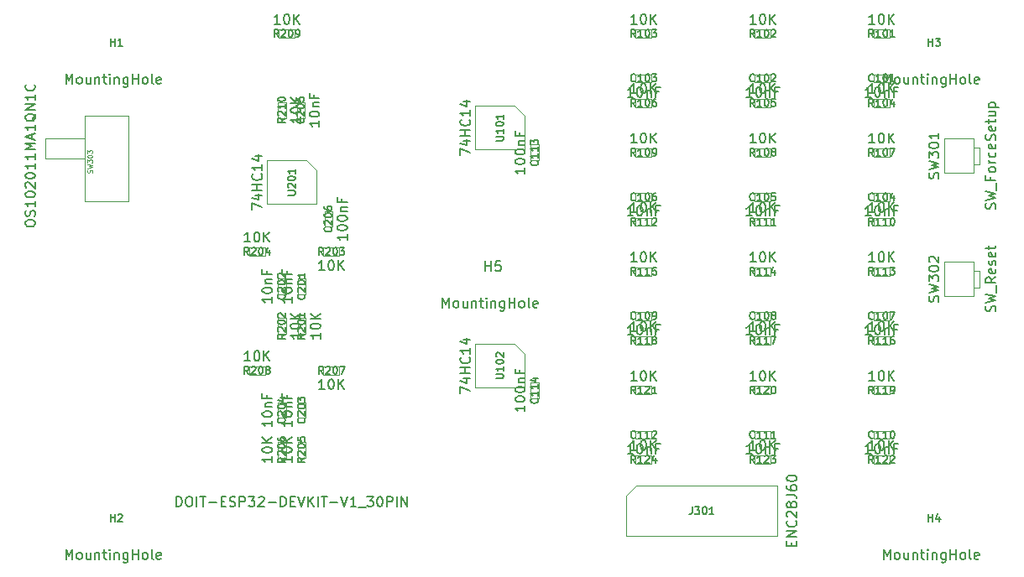
<source format=gbr>
%TF.GenerationSoftware,KiCad,Pcbnew,5.1.12-84ad8e8a86~92~ubuntu20.04.1*%
%TF.CreationDate,2022-04-21T21:58:34+02:00*%
%TF.ProjectId,bkm-15r-mini,626b6d2d-3135-4722-9d6d-696e692e6b69,rev?*%
%TF.SameCoordinates,Original*%
%TF.FileFunction,AssemblyDrawing,Top*%
%FSLAX46Y46*%
G04 Gerber Fmt 4.6, Leading zero omitted, Abs format (unit mm)*
G04 Created by KiCad (PCBNEW 5.1.12-84ad8e8a86~92~ubuntu20.04.1) date 2022-04-21 21:58:34*
%MOMM*%
%LPD*%
G01*
G04 APERTURE LIST*
%ADD10C,0.100000*%
%ADD11C,0.150000*%
G04 APERTURE END LIST*
D10*
%TO.C,C102*%
X157200000Y-35000000D02*
X157200000Y-34200000D01*
X157200000Y-34200000D02*
X158800000Y-34200000D01*
X158800000Y-34200000D02*
X158800000Y-35000000D01*
X158800000Y-35000000D02*
X157200000Y-35000000D01*
%TO.C,C103*%
X146800000Y-35000000D02*
X145200000Y-35000000D01*
X146800000Y-34200000D02*
X146800000Y-35000000D01*
X145200000Y-34200000D02*
X146800000Y-34200000D01*
X145200000Y-35000000D02*
X145200000Y-34200000D01*
%TO.C,C101*%
X170800000Y-35000000D02*
X169200000Y-35000000D01*
X170800000Y-34200000D02*
X170800000Y-35000000D01*
X169200000Y-34200000D02*
X170800000Y-34200000D01*
X169200000Y-35000000D02*
X169200000Y-34200000D01*
%TO.C,C106*%
X146800000Y-47000000D02*
X145200000Y-47000000D01*
X146800000Y-46200000D02*
X146800000Y-47000000D01*
X145200000Y-46200000D02*
X146800000Y-46200000D01*
X145200000Y-47000000D02*
X145200000Y-46200000D01*
%TO.C,C104*%
X169200000Y-47000000D02*
X169200000Y-46200000D01*
X169200000Y-46200000D02*
X170800000Y-46200000D01*
X170800000Y-46200000D02*
X170800000Y-47000000D01*
X170800000Y-47000000D02*
X169200000Y-47000000D01*
%TO.C,C105*%
X158800000Y-47000000D02*
X157200000Y-47000000D01*
X158800000Y-46200000D02*
X158800000Y-47000000D01*
X157200000Y-46200000D02*
X158800000Y-46200000D01*
X157200000Y-47000000D02*
X157200000Y-46200000D01*
%TO.C,C109*%
X145200000Y-59000000D02*
X145200000Y-58200000D01*
X145200000Y-58200000D02*
X146800000Y-58200000D01*
X146800000Y-58200000D02*
X146800000Y-59000000D01*
X146800000Y-59000000D02*
X145200000Y-59000000D01*
%TO.C,C107*%
X169200000Y-59000000D02*
X169200000Y-58200000D01*
X169200000Y-58200000D02*
X170800000Y-58200000D01*
X170800000Y-58200000D02*
X170800000Y-59000000D01*
X170800000Y-59000000D02*
X169200000Y-59000000D01*
%TO.C,C108*%
X158800000Y-59000000D02*
X157200000Y-59000000D01*
X158800000Y-58200000D02*
X158800000Y-59000000D01*
X157200000Y-58200000D02*
X158800000Y-58200000D01*
X157200000Y-59000000D02*
X157200000Y-58200000D01*
%TO.C,C110*%
X169200000Y-71000000D02*
X169200000Y-70200000D01*
X169200000Y-70200000D02*
X170800000Y-70200000D01*
X170800000Y-70200000D02*
X170800000Y-71000000D01*
X170800000Y-71000000D02*
X169200000Y-71000000D01*
%TO.C,C111*%
X157200000Y-71000000D02*
X157200000Y-70200000D01*
X157200000Y-70200000D02*
X158800000Y-70200000D01*
X158800000Y-70200000D02*
X158800000Y-71000000D01*
X158800000Y-71000000D02*
X157200000Y-71000000D01*
%TO.C,C112*%
X145200000Y-71000000D02*
X145200000Y-70200000D01*
X145200000Y-70200000D02*
X146800000Y-70200000D01*
X146800000Y-70200000D02*
X146800000Y-71000000D01*
X146800000Y-71000000D02*
X145200000Y-71000000D01*
%TO.C,C113*%
X134600000Y-42900000D02*
X134600000Y-41300000D01*
X135400000Y-42900000D02*
X134600000Y-42900000D01*
X135400000Y-41300000D02*
X135400000Y-42900000D01*
X134600000Y-41300000D02*
X135400000Y-41300000D01*
%TO.C,C114*%
X134600000Y-65300000D02*
X135400000Y-65300000D01*
X135400000Y-65300000D02*
X135400000Y-66900000D01*
X135400000Y-66900000D02*
X134600000Y-66900000D01*
X134600000Y-66900000D02*
X134600000Y-65300000D01*
%TO.C,C201*%
X111100000Y-56400000D02*
X111100000Y-54800000D01*
X111900000Y-56400000D02*
X111100000Y-56400000D01*
X111900000Y-54800000D02*
X111900000Y-56400000D01*
X111100000Y-54800000D02*
X111900000Y-54800000D01*
%TO.C,C202*%
X109100000Y-56400000D02*
X109100000Y-54800000D01*
X109900000Y-56400000D02*
X109100000Y-56400000D01*
X109900000Y-54800000D02*
X109900000Y-56400000D01*
X109100000Y-54800000D02*
X109900000Y-54800000D01*
%TO.C,C203*%
X111100000Y-68900000D02*
X111100000Y-67300000D01*
X111900000Y-68900000D02*
X111100000Y-68900000D01*
X111900000Y-67300000D02*
X111900000Y-68900000D01*
X111100000Y-67300000D02*
X111900000Y-67300000D01*
%TO.C,C204*%
X109100000Y-67300000D02*
X109900000Y-67300000D01*
X109900000Y-67300000D02*
X109900000Y-68900000D01*
X109900000Y-68900000D02*
X109100000Y-68900000D01*
X109100000Y-68900000D02*
X109100000Y-67300000D01*
%TO.C,C205*%
X111800000Y-37000000D02*
X111800000Y-38600000D01*
X111000000Y-37000000D02*
X111800000Y-37000000D01*
X111000000Y-38600000D02*
X111000000Y-37000000D01*
X111800000Y-38600000D02*
X111000000Y-38600000D01*
%TO.C,C206*%
X114600000Y-49600000D02*
X113800000Y-49600000D01*
X113800000Y-49600000D02*
X113800000Y-48000000D01*
X113800000Y-48000000D02*
X114600000Y-48000000D01*
X114600000Y-48000000D02*
X114600000Y-49600000D01*
%TO.C,J301*%
X159470000Y-80810000D02*
X144230000Y-80810000D01*
X159470000Y-75730000D02*
X159470000Y-80810000D01*
X145230000Y-75730000D02*
X159470000Y-75730000D01*
X144230000Y-76730000D02*
X145230000Y-75730000D01*
X144230000Y-80810000D02*
X144230000Y-76730000D01*
%TO.C,R102*%
X158800000Y-29687500D02*
X158800000Y-30512500D01*
X158800000Y-30512500D02*
X157200000Y-30512500D01*
X157200000Y-30512500D02*
X157200000Y-29687500D01*
X157200000Y-29687500D02*
X158800000Y-29687500D01*
%TO.C,R103*%
X146800000Y-29687500D02*
X146800000Y-30512500D01*
X146800000Y-30512500D02*
X145200000Y-30512500D01*
X145200000Y-30512500D02*
X145200000Y-29687500D01*
X145200000Y-29687500D02*
X146800000Y-29687500D01*
%TO.C,R101*%
X169200000Y-29687500D02*
X170800000Y-29687500D01*
X169200000Y-30512500D02*
X169200000Y-29687500D01*
X170800000Y-30512500D02*
X169200000Y-30512500D01*
X170800000Y-29687500D02*
X170800000Y-30512500D01*
%TO.C,R105*%
X157200000Y-36687500D02*
X158800000Y-36687500D01*
X157200000Y-37512500D02*
X157200000Y-36687500D01*
X158800000Y-37512500D02*
X157200000Y-37512500D01*
X158800000Y-36687500D02*
X158800000Y-37512500D01*
%TO.C,R106*%
X145200000Y-36687500D02*
X146800000Y-36687500D01*
X145200000Y-37512500D02*
X145200000Y-36687500D01*
X146800000Y-37512500D02*
X145200000Y-37512500D01*
X146800000Y-36687500D02*
X146800000Y-37512500D01*
%TO.C,R104*%
X169200000Y-36687500D02*
X170800000Y-36687500D01*
X169200000Y-37512500D02*
X169200000Y-36687500D01*
X170800000Y-37512500D02*
X169200000Y-37512500D01*
X170800000Y-36687500D02*
X170800000Y-37512500D01*
%TO.C,R109*%
X145200000Y-41687500D02*
X146800000Y-41687500D01*
X145200000Y-42512500D02*
X145200000Y-41687500D01*
X146800000Y-42512500D02*
X145200000Y-42512500D01*
X146800000Y-41687500D02*
X146800000Y-42512500D01*
%TO.C,R107*%
X170800000Y-41687500D02*
X170800000Y-42512500D01*
X170800000Y-42512500D02*
X169200000Y-42512500D01*
X169200000Y-42512500D02*
X169200000Y-41687500D01*
X169200000Y-41687500D02*
X170800000Y-41687500D01*
%TO.C,R108*%
X158800000Y-41687500D02*
X158800000Y-42512500D01*
X158800000Y-42512500D02*
X157200000Y-42512500D01*
X157200000Y-42512500D02*
X157200000Y-41687500D01*
X157200000Y-41687500D02*
X158800000Y-41687500D01*
%TO.C,R112*%
X146800000Y-48687500D02*
X146800000Y-49512500D01*
X146800000Y-49512500D02*
X145200000Y-49512500D01*
X145200000Y-49512500D02*
X145200000Y-48687500D01*
X145200000Y-48687500D02*
X146800000Y-48687500D01*
%TO.C,R110*%
X170800000Y-48687500D02*
X170800000Y-49512500D01*
X170800000Y-49512500D02*
X169200000Y-49512500D01*
X169200000Y-49512500D02*
X169200000Y-48687500D01*
X169200000Y-48687500D02*
X170800000Y-48687500D01*
%TO.C,R111*%
X157200000Y-48687500D02*
X158800000Y-48687500D01*
X157200000Y-49512500D02*
X157200000Y-48687500D01*
X158800000Y-49512500D02*
X157200000Y-49512500D01*
X158800000Y-48687500D02*
X158800000Y-49512500D01*
%TO.C,R115*%
X145200000Y-53687500D02*
X146800000Y-53687500D01*
X145200000Y-54512500D02*
X145200000Y-53687500D01*
X146800000Y-54512500D02*
X145200000Y-54512500D01*
X146800000Y-53687500D02*
X146800000Y-54512500D01*
%TO.C,R113*%
X169200000Y-53687500D02*
X170800000Y-53687500D01*
X169200000Y-54512500D02*
X169200000Y-53687500D01*
X170800000Y-54512500D02*
X169200000Y-54512500D01*
X170800000Y-53687500D02*
X170800000Y-54512500D01*
%TO.C,R114*%
X158800000Y-53687500D02*
X158800000Y-54512500D01*
X158800000Y-54512500D02*
X157200000Y-54512500D01*
X157200000Y-54512500D02*
X157200000Y-53687500D01*
X157200000Y-53687500D02*
X158800000Y-53687500D01*
%TO.C,R118*%
X146800000Y-60687500D02*
X146800000Y-61512500D01*
X146800000Y-61512500D02*
X145200000Y-61512500D01*
X145200000Y-61512500D02*
X145200000Y-60687500D01*
X145200000Y-60687500D02*
X146800000Y-60687500D01*
%TO.C,R116*%
X170800000Y-60687500D02*
X170800000Y-61512500D01*
X170800000Y-61512500D02*
X169200000Y-61512500D01*
X169200000Y-61512500D02*
X169200000Y-60687500D01*
X169200000Y-60687500D02*
X170800000Y-60687500D01*
%TO.C,R117*%
X158800000Y-60687500D02*
X158800000Y-61512500D01*
X158800000Y-61512500D02*
X157200000Y-61512500D01*
X157200000Y-61512500D02*
X157200000Y-60687500D01*
X157200000Y-60687500D02*
X158800000Y-60687500D01*
%TO.C,R119*%
X169200000Y-65687500D02*
X170800000Y-65687500D01*
X169200000Y-66512500D02*
X169200000Y-65687500D01*
X170800000Y-66512500D02*
X169200000Y-66512500D01*
X170800000Y-65687500D02*
X170800000Y-66512500D01*
%TO.C,R120*%
X157200000Y-65687500D02*
X158800000Y-65687500D01*
X157200000Y-66512500D02*
X157200000Y-65687500D01*
X158800000Y-66512500D02*
X157200000Y-66512500D01*
X158800000Y-65687500D02*
X158800000Y-66512500D01*
%TO.C,R121*%
X145200000Y-65687500D02*
X146800000Y-65687500D01*
X145200000Y-66512500D02*
X145200000Y-65687500D01*
X146800000Y-66512500D02*
X145200000Y-66512500D01*
X146800000Y-65687500D02*
X146800000Y-66512500D01*
%TO.C,R122*%
X170800000Y-72687500D02*
X170800000Y-73512500D01*
X170800000Y-73512500D02*
X169200000Y-73512500D01*
X169200000Y-73512500D02*
X169200000Y-72687500D01*
X169200000Y-72687500D02*
X170800000Y-72687500D01*
%TO.C,R123*%
X158800000Y-72687500D02*
X158800000Y-73512500D01*
X158800000Y-73512500D02*
X157200000Y-73512500D01*
X157200000Y-73512500D02*
X157200000Y-72687500D01*
X157200000Y-72687500D02*
X158800000Y-72687500D01*
%TO.C,R124*%
X145200000Y-72687500D02*
X146800000Y-72687500D01*
X145200000Y-73512500D02*
X145200000Y-72687500D01*
X146800000Y-73512500D02*
X145200000Y-73512500D01*
X146800000Y-72687500D02*
X146800000Y-73512500D01*
%TO.C,R201*%
X111912500Y-60400000D02*
X111087500Y-60400000D01*
X111087500Y-60400000D02*
X111087500Y-58800000D01*
X111087500Y-58800000D02*
X111912500Y-58800000D01*
X111912500Y-58800000D02*
X111912500Y-60400000D01*
%TO.C,R202*%
X109912500Y-60400000D02*
X109087500Y-60400000D01*
X109087500Y-60400000D02*
X109087500Y-58800000D01*
X109087500Y-58800000D02*
X109912500Y-58800000D01*
X109912500Y-58800000D02*
X109912500Y-60400000D01*
%TO.C,R203*%
X115300000Y-52512500D02*
X113700000Y-52512500D01*
X115300000Y-51687500D02*
X115300000Y-52512500D01*
X113700000Y-51687500D02*
X115300000Y-51687500D01*
X113700000Y-52512500D02*
X113700000Y-51687500D01*
%TO.C,R204*%
X106200000Y-51687500D02*
X107800000Y-51687500D01*
X106200000Y-52512500D02*
X106200000Y-51687500D01*
X107800000Y-52512500D02*
X106200000Y-52512500D01*
X107800000Y-51687500D02*
X107800000Y-52512500D01*
%TO.C,R205*%
X111087500Y-72900000D02*
X111087500Y-71300000D01*
X111912500Y-72900000D02*
X111087500Y-72900000D01*
X111912500Y-71300000D02*
X111912500Y-72900000D01*
X111087500Y-71300000D02*
X111912500Y-71300000D01*
%TO.C,R206*%
X109087500Y-72900000D02*
X109087500Y-71300000D01*
X109912500Y-72900000D02*
X109087500Y-72900000D01*
X109912500Y-71300000D02*
X109912500Y-72900000D01*
X109087500Y-71300000D02*
X109912500Y-71300000D01*
%TO.C,R207*%
X113700000Y-64512500D02*
X113700000Y-63687500D01*
X113700000Y-63687500D02*
X115300000Y-63687500D01*
X115300000Y-63687500D02*
X115300000Y-64512500D01*
X115300000Y-64512500D02*
X113700000Y-64512500D01*
%TO.C,R208*%
X106200000Y-63687500D02*
X107800000Y-63687500D01*
X106200000Y-64512500D02*
X106200000Y-63687500D01*
X107800000Y-64512500D02*
X106200000Y-64512500D01*
X107800000Y-63687500D02*
X107800000Y-64512500D01*
%TO.C,R209*%
X110800000Y-29687500D02*
X110800000Y-30512500D01*
X110800000Y-30512500D02*
X109200000Y-30512500D01*
X109200000Y-30512500D02*
X109200000Y-29687500D01*
X109200000Y-29687500D02*
X110800000Y-29687500D01*
%TO.C,R210*%
X109912500Y-38600000D02*
X109087500Y-38600000D01*
X109087500Y-38600000D02*
X109087500Y-37000000D01*
X109087500Y-37000000D02*
X109912500Y-37000000D01*
X109912500Y-37000000D02*
X109912500Y-38600000D01*
%TO.C,U101*%
X133000000Y-37400000D02*
X134000000Y-38400000D01*
X129000000Y-37400000D02*
X133000000Y-37400000D01*
X129000000Y-41800000D02*
X129000000Y-37400000D01*
X134000000Y-41800000D02*
X129000000Y-41800000D01*
X134000000Y-38400000D02*
X134000000Y-41800000D01*
%TO.C,U201*%
X113000000Y-43900000D02*
X113000000Y-47300000D01*
X113000000Y-47300000D02*
X108000000Y-47300000D01*
X108000000Y-47300000D02*
X108000000Y-42900000D01*
X108000000Y-42900000D02*
X112000000Y-42900000D01*
X112000000Y-42900000D02*
X113000000Y-43900000D01*
%TO.C,U102*%
X133000000Y-61400000D02*
X134000000Y-62400000D01*
X129000000Y-61400000D02*
X133000000Y-61400000D01*
X129000000Y-65800000D02*
X129000000Y-61400000D01*
X134000000Y-65800000D02*
X129000000Y-65800000D01*
X134000000Y-62400000D02*
X134000000Y-65800000D01*
%TO.C,SW301*%
X179250000Y-44168000D02*
X176400000Y-44168000D01*
X179250000Y-40668000D02*
X179250000Y-44168000D01*
X176350000Y-40668000D02*
X179250000Y-40668000D01*
X176350000Y-44168000D02*
X176350000Y-40668000D01*
X179900000Y-43268000D02*
X179250000Y-43268000D01*
X179900000Y-41568000D02*
X179250000Y-41568000D01*
X179900000Y-43268000D02*
X179900000Y-41568000D01*
%TO.C,SW302*%
X179900000Y-55714000D02*
X179900000Y-54014000D01*
X179900000Y-54014000D02*
X179250000Y-54014000D01*
X179900000Y-55714000D02*
X179250000Y-55714000D01*
X176350000Y-56614000D02*
X176350000Y-53114000D01*
X176350000Y-53114000D02*
X179250000Y-53114000D01*
X179250000Y-53114000D02*
X179250000Y-56614000D01*
X179250000Y-56614000D02*
X176400000Y-56614000D01*
%TO.C,SW303*%
X94050000Y-38400000D02*
X94050000Y-47000000D01*
X94050000Y-38400000D02*
X89650000Y-38400000D01*
X89650000Y-38400000D02*
X89650000Y-47000000D01*
X89650000Y-47000000D02*
X94050000Y-47000000D01*
X89650000Y-42700000D02*
X85650000Y-42700000D01*
X85650000Y-42700000D02*
X85650000Y-40700000D01*
X85650000Y-40700000D02*
X89650000Y-40700000D01*
%TD*%
%TO.C,C102*%
D11*
X156928571Y-36482380D02*
X156357142Y-36482380D01*
X156642857Y-36482380D02*
X156642857Y-35482380D01*
X156547619Y-35625238D01*
X156452380Y-35720476D01*
X156357142Y-35768095D01*
X157547619Y-35482380D02*
X157642857Y-35482380D01*
X157738095Y-35530000D01*
X157785714Y-35577619D01*
X157833333Y-35672857D01*
X157880952Y-35863333D01*
X157880952Y-36101428D01*
X157833333Y-36291904D01*
X157785714Y-36387142D01*
X157738095Y-36434761D01*
X157642857Y-36482380D01*
X157547619Y-36482380D01*
X157452380Y-36434761D01*
X157404761Y-36387142D01*
X157357142Y-36291904D01*
X157309523Y-36101428D01*
X157309523Y-35863333D01*
X157357142Y-35672857D01*
X157404761Y-35577619D01*
X157452380Y-35530000D01*
X157547619Y-35482380D01*
X158309523Y-35815714D02*
X158309523Y-36482380D01*
X158309523Y-35910952D02*
X158357142Y-35863333D01*
X158452380Y-35815714D01*
X158595238Y-35815714D01*
X158690476Y-35863333D01*
X158738095Y-35958571D01*
X158738095Y-36482380D01*
X159547619Y-35958571D02*
X159214285Y-35958571D01*
X159214285Y-36482380D02*
X159214285Y-35482380D01*
X159690476Y-35482380D01*
X157160714Y-34867857D02*
X157125000Y-34903571D01*
X157017857Y-34939285D01*
X156946428Y-34939285D01*
X156839285Y-34903571D01*
X156767857Y-34832142D01*
X156732142Y-34760714D01*
X156696428Y-34617857D01*
X156696428Y-34510714D01*
X156732142Y-34367857D01*
X156767857Y-34296428D01*
X156839285Y-34225000D01*
X156946428Y-34189285D01*
X157017857Y-34189285D01*
X157125000Y-34225000D01*
X157160714Y-34260714D01*
X157875000Y-34939285D02*
X157446428Y-34939285D01*
X157660714Y-34939285D02*
X157660714Y-34189285D01*
X157589285Y-34296428D01*
X157517857Y-34367857D01*
X157446428Y-34403571D01*
X158339285Y-34189285D02*
X158410714Y-34189285D01*
X158482142Y-34225000D01*
X158517857Y-34260714D01*
X158553571Y-34332142D01*
X158589285Y-34475000D01*
X158589285Y-34653571D01*
X158553571Y-34796428D01*
X158517857Y-34867857D01*
X158482142Y-34903571D01*
X158410714Y-34939285D01*
X158339285Y-34939285D01*
X158267857Y-34903571D01*
X158232142Y-34867857D01*
X158196428Y-34796428D01*
X158160714Y-34653571D01*
X158160714Y-34475000D01*
X158196428Y-34332142D01*
X158232142Y-34260714D01*
X158267857Y-34225000D01*
X158339285Y-34189285D01*
X158875000Y-34260714D02*
X158910714Y-34225000D01*
X158982142Y-34189285D01*
X159160714Y-34189285D01*
X159232142Y-34225000D01*
X159267857Y-34260714D01*
X159303571Y-34332142D01*
X159303571Y-34403571D01*
X159267857Y-34510714D01*
X158839285Y-34939285D01*
X159303571Y-34939285D01*
%TO.C,C103*%
X144928571Y-36482380D02*
X144357142Y-36482380D01*
X144642857Y-36482380D02*
X144642857Y-35482380D01*
X144547619Y-35625238D01*
X144452380Y-35720476D01*
X144357142Y-35768095D01*
X145547619Y-35482380D02*
X145642857Y-35482380D01*
X145738095Y-35530000D01*
X145785714Y-35577619D01*
X145833333Y-35672857D01*
X145880952Y-35863333D01*
X145880952Y-36101428D01*
X145833333Y-36291904D01*
X145785714Y-36387142D01*
X145738095Y-36434761D01*
X145642857Y-36482380D01*
X145547619Y-36482380D01*
X145452380Y-36434761D01*
X145404761Y-36387142D01*
X145357142Y-36291904D01*
X145309523Y-36101428D01*
X145309523Y-35863333D01*
X145357142Y-35672857D01*
X145404761Y-35577619D01*
X145452380Y-35530000D01*
X145547619Y-35482380D01*
X146309523Y-35815714D02*
X146309523Y-36482380D01*
X146309523Y-35910952D02*
X146357142Y-35863333D01*
X146452380Y-35815714D01*
X146595238Y-35815714D01*
X146690476Y-35863333D01*
X146738095Y-35958571D01*
X146738095Y-36482380D01*
X147547619Y-35958571D02*
X147214285Y-35958571D01*
X147214285Y-36482380D02*
X147214285Y-35482380D01*
X147690476Y-35482380D01*
X145160714Y-34867857D02*
X145125000Y-34903571D01*
X145017857Y-34939285D01*
X144946428Y-34939285D01*
X144839285Y-34903571D01*
X144767857Y-34832142D01*
X144732142Y-34760714D01*
X144696428Y-34617857D01*
X144696428Y-34510714D01*
X144732142Y-34367857D01*
X144767857Y-34296428D01*
X144839285Y-34225000D01*
X144946428Y-34189285D01*
X145017857Y-34189285D01*
X145125000Y-34225000D01*
X145160714Y-34260714D01*
X145875000Y-34939285D02*
X145446428Y-34939285D01*
X145660714Y-34939285D02*
X145660714Y-34189285D01*
X145589285Y-34296428D01*
X145517857Y-34367857D01*
X145446428Y-34403571D01*
X146339285Y-34189285D02*
X146410714Y-34189285D01*
X146482142Y-34225000D01*
X146517857Y-34260714D01*
X146553571Y-34332142D01*
X146589285Y-34475000D01*
X146589285Y-34653571D01*
X146553571Y-34796428D01*
X146517857Y-34867857D01*
X146482142Y-34903571D01*
X146410714Y-34939285D01*
X146339285Y-34939285D01*
X146267857Y-34903571D01*
X146232142Y-34867857D01*
X146196428Y-34796428D01*
X146160714Y-34653571D01*
X146160714Y-34475000D01*
X146196428Y-34332142D01*
X146232142Y-34260714D01*
X146267857Y-34225000D01*
X146339285Y-34189285D01*
X146839285Y-34189285D02*
X147303571Y-34189285D01*
X147053571Y-34475000D01*
X147160714Y-34475000D01*
X147232142Y-34510714D01*
X147267857Y-34546428D01*
X147303571Y-34617857D01*
X147303571Y-34796428D01*
X147267857Y-34867857D01*
X147232142Y-34903571D01*
X147160714Y-34939285D01*
X146946428Y-34939285D01*
X146875000Y-34903571D01*
X146839285Y-34867857D01*
%TO.C,C101*%
X168928571Y-36482380D02*
X168357142Y-36482380D01*
X168642857Y-36482380D02*
X168642857Y-35482380D01*
X168547619Y-35625238D01*
X168452380Y-35720476D01*
X168357142Y-35768095D01*
X169547619Y-35482380D02*
X169642857Y-35482380D01*
X169738095Y-35530000D01*
X169785714Y-35577619D01*
X169833333Y-35672857D01*
X169880952Y-35863333D01*
X169880952Y-36101428D01*
X169833333Y-36291904D01*
X169785714Y-36387142D01*
X169738095Y-36434761D01*
X169642857Y-36482380D01*
X169547619Y-36482380D01*
X169452380Y-36434761D01*
X169404761Y-36387142D01*
X169357142Y-36291904D01*
X169309523Y-36101428D01*
X169309523Y-35863333D01*
X169357142Y-35672857D01*
X169404761Y-35577619D01*
X169452380Y-35530000D01*
X169547619Y-35482380D01*
X170309523Y-35815714D02*
X170309523Y-36482380D01*
X170309523Y-35910952D02*
X170357142Y-35863333D01*
X170452380Y-35815714D01*
X170595238Y-35815714D01*
X170690476Y-35863333D01*
X170738095Y-35958571D01*
X170738095Y-36482380D01*
X171547619Y-35958571D02*
X171214285Y-35958571D01*
X171214285Y-36482380D02*
X171214285Y-35482380D01*
X171690476Y-35482380D01*
X169160714Y-34867857D02*
X169125000Y-34903571D01*
X169017857Y-34939285D01*
X168946428Y-34939285D01*
X168839285Y-34903571D01*
X168767857Y-34832142D01*
X168732142Y-34760714D01*
X168696428Y-34617857D01*
X168696428Y-34510714D01*
X168732142Y-34367857D01*
X168767857Y-34296428D01*
X168839285Y-34225000D01*
X168946428Y-34189285D01*
X169017857Y-34189285D01*
X169125000Y-34225000D01*
X169160714Y-34260714D01*
X169875000Y-34939285D02*
X169446428Y-34939285D01*
X169660714Y-34939285D02*
X169660714Y-34189285D01*
X169589285Y-34296428D01*
X169517857Y-34367857D01*
X169446428Y-34403571D01*
X170339285Y-34189285D02*
X170410714Y-34189285D01*
X170482142Y-34225000D01*
X170517857Y-34260714D01*
X170553571Y-34332142D01*
X170589285Y-34475000D01*
X170589285Y-34653571D01*
X170553571Y-34796428D01*
X170517857Y-34867857D01*
X170482142Y-34903571D01*
X170410714Y-34939285D01*
X170339285Y-34939285D01*
X170267857Y-34903571D01*
X170232142Y-34867857D01*
X170196428Y-34796428D01*
X170160714Y-34653571D01*
X170160714Y-34475000D01*
X170196428Y-34332142D01*
X170232142Y-34260714D01*
X170267857Y-34225000D01*
X170339285Y-34189285D01*
X171303571Y-34939285D02*
X170875000Y-34939285D01*
X171089285Y-34939285D02*
X171089285Y-34189285D01*
X171017857Y-34296428D01*
X170946428Y-34367857D01*
X170875000Y-34403571D01*
%TO.C,C106*%
X144928571Y-48482380D02*
X144357142Y-48482380D01*
X144642857Y-48482380D02*
X144642857Y-47482380D01*
X144547619Y-47625238D01*
X144452380Y-47720476D01*
X144357142Y-47768095D01*
X145547619Y-47482380D02*
X145642857Y-47482380D01*
X145738095Y-47530000D01*
X145785714Y-47577619D01*
X145833333Y-47672857D01*
X145880952Y-47863333D01*
X145880952Y-48101428D01*
X145833333Y-48291904D01*
X145785714Y-48387142D01*
X145738095Y-48434761D01*
X145642857Y-48482380D01*
X145547619Y-48482380D01*
X145452380Y-48434761D01*
X145404761Y-48387142D01*
X145357142Y-48291904D01*
X145309523Y-48101428D01*
X145309523Y-47863333D01*
X145357142Y-47672857D01*
X145404761Y-47577619D01*
X145452380Y-47530000D01*
X145547619Y-47482380D01*
X146309523Y-47815714D02*
X146309523Y-48482380D01*
X146309523Y-47910952D02*
X146357142Y-47863333D01*
X146452380Y-47815714D01*
X146595238Y-47815714D01*
X146690476Y-47863333D01*
X146738095Y-47958571D01*
X146738095Y-48482380D01*
X147547619Y-47958571D02*
X147214285Y-47958571D01*
X147214285Y-48482380D02*
X147214285Y-47482380D01*
X147690476Y-47482380D01*
X145160714Y-46867857D02*
X145125000Y-46903571D01*
X145017857Y-46939285D01*
X144946428Y-46939285D01*
X144839285Y-46903571D01*
X144767857Y-46832142D01*
X144732142Y-46760714D01*
X144696428Y-46617857D01*
X144696428Y-46510714D01*
X144732142Y-46367857D01*
X144767857Y-46296428D01*
X144839285Y-46225000D01*
X144946428Y-46189285D01*
X145017857Y-46189285D01*
X145125000Y-46225000D01*
X145160714Y-46260714D01*
X145875000Y-46939285D02*
X145446428Y-46939285D01*
X145660714Y-46939285D02*
X145660714Y-46189285D01*
X145589285Y-46296428D01*
X145517857Y-46367857D01*
X145446428Y-46403571D01*
X146339285Y-46189285D02*
X146410714Y-46189285D01*
X146482142Y-46225000D01*
X146517857Y-46260714D01*
X146553571Y-46332142D01*
X146589285Y-46475000D01*
X146589285Y-46653571D01*
X146553571Y-46796428D01*
X146517857Y-46867857D01*
X146482142Y-46903571D01*
X146410714Y-46939285D01*
X146339285Y-46939285D01*
X146267857Y-46903571D01*
X146232142Y-46867857D01*
X146196428Y-46796428D01*
X146160714Y-46653571D01*
X146160714Y-46475000D01*
X146196428Y-46332142D01*
X146232142Y-46260714D01*
X146267857Y-46225000D01*
X146339285Y-46189285D01*
X147232142Y-46189285D02*
X147089285Y-46189285D01*
X147017857Y-46225000D01*
X146982142Y-46260714D01*
X146910714Y-46367857D01*
X146875000Y-46510714D01*
X146875000Y-46796428D01*
X146910714Y-46867857D01*
X146946428Y-46903571D01*
X147017857Y-46939285D01*
X147160714Y-46939285D01*
X147232142Y-46903571D01*
X147267857Y-46867857D01*
X147303571Y-46796428D01*
X147303571Y-46617857D01*
X147267857Y-46546428D01*
X147232142Y-46510714D01*
X147160714Y-46475000D01*
X147017857Y-46475000D01*
X146946428Y-46510714D01*
X146910714Y-46546428D01*
X146875000Y-46617857D01*
%TO.C,C104*%
X168928571Y-48482380D02*
X168357142Y-48482380D01*
X168642857Y-48482380D02*
X168642857Y-47482380D01*
X168547619Y-47625238D01*
X168452380Y-47720476D01*
X168357142Y-47768095D01*
X169547619Y-47482380D02*
X169642857Y-47482380D01*
X169738095Y-47530000D01*
X169785714Y-47577619D01*
X169833333Y-47672857D01*
X169880952Y-47863333D01*
X169880952Y-48101428D01*
X169833333Y-48291904D01*
X169785714Y-48387142D01*
X169738095Y-48434761D01*
X169642857Y-48482380D01*
X169547619Y-48482380D01*
X169452380Y-48434761D01*
X169404761Y-48387142D01*
X169357142Y-48291904D01*
X169309523Y-48101428D01*
X169309523Y-47863333D01*
X169357142Y-47672857D01*
X169404761Y-47577619D01*
X169452380Y-47530000D01*
X169547619Y-47482380D01*
X170309523Y-47815714D02*
X170309523Y-48482380D01*
X170309523Y-47910952D02*
X170357142Y-47863333D01*
X170452380Y-47815714D01*
X170595238Y-47815714D01*
X170690476Y-47863333D01*
X170738095Y-47958571D01*
X170738095Y-48482380D01*
X171547619Y-47958571D02*
X171214285Y-47958571D01*
X171214285Y-48482380D02*
X171214285Y-47482380D01*
X171690476Y-47482380D01*
X169160714Y-46867857D02*
X169125000Y-46903571D01*
X169017857Y-46939285D01*
X168946428Y-46939285D01*
X168839285Y-46903571D01*
X168767857Y-46832142D01*
X168732142Y-46760714D01*
X168696428Y-46617857D01*
X168696428Y-46510714D01*
X168732142Y-46367857D01*
X168767857Y-46296428D01*
X168839285Y-46225000D01*
X168946428Y-46189285D01*
X169017857Y-46189285D01*
X169125000Y-46225000D01*
X169160714Y-46260714D01*
X169875000Y-46939285D02*
X169446428Y-46939285D01*
X169660714Y-46939285D02*
X169660714Y-46189285D01*
X169589285Y-46296428D01*
X169517857Y-46367857D01*
X169446428Y-46403571D01*
X170339285Y-46189285D02*
X170410714Y-46189285D01*
X170482142Y-46225000D01*
X170517857Y-46260714D01*
X170553571Y-46332142D01*
X170589285Y-46475000D01*
X170589285Y-46653571D01*
X170553571Y-46796428D01*
X170517857Y-46867857D01*
X170482142Y-46903571D01*
X170410714Y-46939285D01*
X170339285Y-46939285D01*
X170267857Y-46903571D01*
X170232142Y-46867857D01*
X170196428Y-46796428D01*
X170160714Y-46653571D01*
X170160714Y-46475000D01*
X170196428Y-46332142D01*
X170232142Y-46260714D01*
X170267857Y-46225000D01*
X170339285Y-46189285D01*
X171232142Y-46439285D02*
X171232142Y-46939285D01*
X171053571Y-46153571D02*
X170875000Y-46689285D01*
X171339285Y-46689285D01*
%TO.C,C105*%
X156928571Y-48482380D02*
X156357142Y-48482380D01*
X156642857Y-48482380D02*
X156642857Y-47482380D01*
X156547619Y-47625238D01*
X156452380Y-47720476D01*
X156357142Y-47768095D01*
X157547619Y-47482380D02*
X157642857Y-47482380D01*
X157738095Y-47530000D01*
X157785714Y-47577619D01*
X157833333Y-47672857D01*
X157880952Y-47863333D01*
X157880952Y-48101428D01*
X157833333Y-48291904D01*
X157785714Y-48387142D01*
X157738095Y-48434761D01*
X157642857Y-48482380D01*
X157547619Y-48482380D01*
X157452380Y-48434761D01*
X157404761Y-48387142D01*
X157357142Y-48291904D01*
X157309523Y-48101428D01*
X157309523Y-47863333D01*
X157357142Y-47672857D01*
X157404761Y-47577619D01*
X157452380Y-47530000D01*
X157547619Y-47482380D01*
X158309523Y-47815714D02*
X158309523Y-48482380D01*
X158309523Y-47910952D02*
X158357142Y-47863333D01*
X158452380Y-47815714D01*
X158595238Y-47815714D01*
X158690476Y-47863333D01*
X158738095Y-47958571D01*
X158738095Y-48482380D01*
X159547619Y-47958571D02*
X159214285Y-47958571D01*
X159214285Y-48482380D02*
X159214285Y-47482380D01*
X159690476Y-47482380D01*
X157160714Y-46867857D02*
X157125000Y-46903571D01*
X157017857Y-46939285D01*
X156946428Y-46939285D01*
X156839285Y-46903571D01*
X156767857Y-46832142D01*
X156732142Y-46760714D01*
X156696428Y-46617857D01*
X156696428Y-46510714D01*
X156732142Y-46367857D01*
X156767857Y-46296428D01*
X156839285Y-46225000D01*
X156946428Y-46189285D01*
X157017857Y-46189285D01*
X157125000Y-46225000D01*
X157160714Y-46260714D01*
X157875000Y-46939285D02*
X157446428Y-46939285D01*
X157660714Y-46939285D02*
X157660714Y-46189285D01*
X157589285Y-46296428D01*
X157517857Y-46367857D01*
X157446428Y-46403571D01*
X158339285Y-46189285D02*
X158410714Y-46189285D01*
X158482142Y-46225000D01*
X158517857Y-46260714D01*
X158553571Y-46332142D01*
X158589285Y-46475000D01*
X158589285Y-46653571D01*
X158553571Y-46796428D01*
X158517857Y-46867857D01*
X158482142Y-46903571D01*
X158410714Y-46939285D01*
X158339285Y-46939285D01*
X158267857Y-46903571D01*
X158232142Y-46867857D01*
X158196428Y-46796428D01*
X158160714Y-46653571D01*
X158160714Y-46475000D01*
X158196428Y-46332142D01*
X158232142Y-46260714D01*
X158267857Y-46225000D01*
X158339285Y-46189285D01*
X159267857Y-46189285D02*
X158910714Y-46189285D01*
X158875000Y-46546428D01*
X158910714Y-46510714D01*
X158982142Y-46475000D01*
X159160714Y-46475000D01*
X159232142Y-46510714D01*
X159267857Y-46546428D01*
X159303571Y-46617857D01*
X159303571Y-46796428D01*
X159267857Y-46867857D01*
X159232142Y-46903571D01*
X159160714Y-46939285D01*
X158982142Y-46939285D01*
X158910714Y-46903571D01*
X158875000Y-46867857D01*
%TO.C,C109*%
X144928571Y-60482380D02*
X144357142Y-60482380D01*
X144642857Y-60482380D02*
X144642857Y-59482380D01*
X144547619Y-59625238D01*
X144452380Y-59720476D01*
X144357142Y-59768095D01*
X145547619Y-59482380D02*
X145642857Y-59482380D01*
X145738095Y-59530000D01*
X145785714Y-59577619D01*
X145833333Y-59672857D01*
X145880952Y-59863333D01*
X145880952Y-60101428D01*
X145833333Y-60291904D01*
X145785714Y-60387142D01*
X145738095Y-60434761D01*
X145642857Y-60482380D01*
X145547619Y-60482380D01*
X145452380Y-60434761D01*
X145404761Y-60387142D01*
X145357142Y-60291904D01*
X145309523Y-60101428D01*
X145309523Y-59863333D01*
X145357142Y-59672857D01*
X145404761Y-59577619D01*
X145452380Y-59530000D01*
X145547619Y-59482380D01*
X146309523Y-59815714D02*
X146309523Y-60482380D01*
X146309523Y-59910952D02*
X146357142Y-59863333D01*
X146452380Y-59815714D01*
X146595238Y-59815714D01*
X146690476Y-59863333D01*
X146738095Y-59958571D01*
X146738095Y-60482380D01*
X147547619Y-59958571D02*
X147214285Y-59958571D01*
X147214285Y-60482380D02*
X147214285Y-59482380D01*
X147690476Y-59482380D01*
X145160714Y-58867857D02*
X145125000Y-58903571D01*
X145017857Y-58939285D01*
X144946428Y-58939285D01*
X144839285Y-58903571D01*
X144767857Y-58832142D01*
X144732142Y-58760714D01*
X144696428Y-58617857D01*
X144696428Y-58510714D01*
X144732142Y-58367857D01*
X144767857Y-58296428D01*
X144839285Y-58225000D01*
X144946428Y-58189285D01*
X145017857Y-58189285D01*
X145125000Y-58225000D01*
X145160714Y-58260714D01*
X145875000Y-58939285D02*
X145446428Y-58939285D01*
X145660714Y-58939285D02*
X145660714Y-58189285D01*
X145589285Y-58296428D01*
X145517857Y-58367857D01*
X145446428Y-58403571D01*
X146339285Y-58189285D02*
X146410714Y-58189285D01*
X146482142Y-58225000D01*
X146517857Y-58260714D01*
X146553571Y-58332142D01*
X146589285Y-58475000D01*
X146589285Y-58653571D01*
X146553571Y-58796428D01*
X146517857Y-58867857D01*
X146482142Y-58903571D01*
X146410714Y-58939285D01*
X146339285Y-58939285D01*
X146267857Y-58903571D01*
X146232142Y-58867857D01*
X146196428Y-58796428D01*
X146160714Y-58653571D01*
X146160714Y-58475000D01*
X146196428Y-58332142D01*
X146232142Y-58260714D01*
X146267857Y-58225000D01*
X146339285Y-58189285D01*
X146946428Y-58939285D02*
X147089285Y-58939285D01*
X147160714Y-58903571D01*
X147196428Y-58867857D01*
X147267857Y-58760714D01*
X147303571Y-58617857D01*
X147303571Y-58332142D01*
X147267857Y-58260714D01*
X147232142Y-58225000D01*
X147160714Y-58189285D01*
X147017857Y-58189285D01*
X146946428Y-58225000D01*
X146910714Y-58260714D01*
X146875000Y-58332142D01*
X146875000Y-58510714D01*
X146910714Y-58582142D01*
X146946428Y-58617857D01*
X147017857Y-58653571D01*
X147160714Y-58653571D01*
X147232142Y-58617857D01*
X147267857Y-58582142D01*
X147303571Y-58510714D01*
%TO.C,C107*%
X168928571Y-60482380D02*
X168357142Y-60482380D01*
X168642857Y-60482380D02*
X168642857Y-59482380D01*
X168547619Y-59625238D01*
X168452380Y-59720476D01*
X168357142Y-59768095D01*
X169547619Y-59482380D02*
X169642857Y-59482380D01*
X169738095Y-59530000D01*
X169785714Y-59577619D01*
X169833333Y-59672857D01*
X169880952Y-59863333D01*
X169880952Y-60101428D01*
X169833333Y-60291904D01*
X169785714Y-60387142D01*
X169738095Y-60434761D01*
X169642857Y-60482380D01*
X169547619Y-60482380D01*
X169452380Y-60434761D01*
X169404761Y-60387142D01*
X169357142Y-60291904D01*
X169309523Y-60101428D01*
X169309523Y-59863333D01*
X169357142Y-59672857D01*
X169404761Y-59577619D01*
X169452380Y-59530000D01*
X169547619Y-59482380D01*
X170309523Y-59815714D02*
X170309523Y-60482380D01*
X170309523Y-59910952D02*
X170357142Y-59863333D01*
X170452380Y-59815714D01*
X170595238Y-59815714D01*
X170690476Y-59863333D01*
X170738095Y-59958571D01*
X170738095Y-60482380D01*
X171547619Y-59958571D02*
X171214285Y-59958571D01*
X171214285Y-60482380D02*
X171214285Y-59482380D01*
X171690476Y-59482380D01*
X169160714Y-58867857D02*
X169125000Y-58903571D01*
X169017857Y-58939285D01*
X168946428Y-58939285D01*
X168839285Y-58903571D01*
X168767857Y-58832142D01*
X168732142Y-58760714D01*
X168696428Y-58617857D01*
X168696428Y-58510714D01*
X168732142Y-58367857D01*
X168767857Y-58296428D01*
X168839285Y-58225000D01*
X168946428Y-58189285D01*
X169017857Y-58189285D01*
X169125000Y-58225000D01*
X169160714Y-58260714D01*
X169875000Y-58939285D02*
X169446428Y-58939285D01*
X169660714Y-58939285D02*
X169660714Y-58189285D01*
X169589285Y-58296428D01*
X169517857Y-58367857D01*
X169446428Y-58403571D01*
X170339285Y-58189285D02*
X170410714Y-58189285D01*
X170482142Y-58225000D01*
X170517857Y-58260714D01*
X170553571Y-58332142D01*
X170589285Y-58475000D01*
X170589285Y-58653571D01*
X170553571Y-58796428D01*
X170517857Y-58867857D01*
X170482142Y-58903571D01*
X170410714Y-58939285D01*
X170339285Y-58939285D01*
X170267857Y-58903571D01*
X170232142Y-58867857D01*
X170196428Y-58796428D01*
X170160714Y-58653571D01*
X170160714Y-58475000D01*
X170196428Y-58332142D01*
X170232142Y-58260714D01*
X170267857Y-58225000D01*
X170339285Y-58189285D01*
X170839285Y-58189285D02*
X171339285Y-58189285D01*
X171017857Y-58939285D01*
%TO.C,C108*%
X156928571Y-60482380D02*
X156357142Y-60482380D01*
X156642857Y-60482380D02*
X156642857Y-59482380D01*
X156547619Y-59625238D01*
X156452380Y-59720476D01*
X156357142Y-59768095D01*
X157547619Y-59482380D02*
X157642857Y-59482380D01*
X157738095Y-59530000D01*
X157785714Y-59577619D01*
X157833333Y-59672857D01*
X157880952Y-59863333D01*
X157880952Y-60101428D01*
X157833333Y-60291904D01*
X157785714Y-60387142D01*
X157738095Y-60434761D01*
X157642857Y-60482380D01*
X157547619Y-60482380D01*
X157452380Y-60434761D01*
X157404761Y-60387142D01*
X157357142Y-60291904D01*
X157309523Y-60101428D01*
X157309523Y-59863333D01*
X157357142Y-59672857D01*
X157404761Y-59577619D01*
X157452380Y-59530000D01*
X157547619Y-59482380D01*
X158309523Y-59815714D02*
X158309523Y-60482380D01*
X158309523Y-59910952D02*
X158357142Y-59863333D01*
X158452380Y-59815714D01*
X158595238Y-59815714D01*
X158690476Y-59863333D01*
X158738095Y-59958571D01*
X158738095Y-60482380D01*
X159547619Y-59958571D02*
X159214285Y-59958571D01*
X159214285Y-60482380D02*
X159214285Y-59482380D01*
X159690476Y-59482380D01*
X157160714Y-58867857D02*
X157125000Y-58903571D01*
X157017857Y-58939285D01*
X156946428Y-58939285D01*
X156839285Y-58903571D01*
X156767857Y-58832142D01*
X156732142Y-58760714D01*
X156696428Y-58617857D01*
X156696428Y-58510714D01*
X156732142Y-58367857D01*
X156767857Y-58296428D01*
X156839285Y-58225000D01*
X156946428Y-58189285D01*
X157017857Y-58189285D01*
X157125000Y-58225000D01*
X157160714Y-58260714D01*
X157875000Y-58939285D02*
X157446428Y-58939285D01*
X157660714Y-58939285D02*
X157660714Y-58189285D01*
X157589285Y-58296428D01*
X157517857Y-58367857D01*
X157446428Y-58403571D01*
X158339285Y-58189285D02*
X158410714Y-58189285D01*
X158482142Y-58225000D01*
X158517857Y-58260714D01*
X158553571Y-58332142D01*
X158589285Y-58475000D01*
X158589285Y-58653571D01*
X158553571Y-58796428D01*
X158517857Y-58867857D01*
X158482142Y-58903571D01*
X158410714Y-58939285D01*
X158339285Y-58939285D01*
X158267857Y-58903571D01*
X158232142Y-58867857D01*
X158196428Y-58796428D01*
X158160714Y-58653571D01*
X158160714Y-58475000D01*
X158196428Y-58332142D01*
X158232142Y-58260714D01*
X158267857Y-58225000D01*
X158339285Y-58189285D01*
X159017857Y-58510714D02*
X158946428Y-58475000D01*
X158910714Y-58439285D01*
X158875000Y-58367857D01*
X158875000Y-58332142D01*
X158910714Y-58260714D01*
X158946428Y-58225000D01*
X159017857Y-58189285D01*
X159160714Y-58189285D01*
X159232142Y-58225000D01*
X159267857Y-58260714D01*
X159303571Y-58332142D01*
X159303571Y-58367857D01*
X159267857Y-58439285D01*
X159232142Y-58475000D01*
X159160714Y-58510714D01*
X159017857Y-58510714D01*
X158946428Y-58546428D01*
X158910714Y-58582142D01*
X158875000Y-58653571D01*
X158875000Y-58796428D01*
X158910714Y-58867857D01*
X158946428Y-58903571D01*
X159017857Y-58939285D01*
X159160714Y-58939285D01*
X159232142Y-58903571D01*
X159267857Y-58867857D01*
X159303571Y-58796428D01*
X159303571Y-58653571D01*
X159267857Y-58582142D01*
X159232142Y-58546428D01*
X159160714Y-58510714D01*
%TO.C,C110*%
X168928571Y-72482380D02*
X168357142Y-72482380D01*
X168642857Y-72482380D02*
X168642857Y-71482380D01*
X168547619Y-71625238D01*
X168452380Y-71720476D01*
X168357142Y-71768095D01*
X169547619Y-71482380D02*
X169642857Y-71482380D01*
X169738095Y-71530000D01*
X169785714Y-71577619D01*
X169833333Y-71672857D01*
X169880952Y-71863333D01*
X169880952Y-72101428D01*
X169833333Y-72291904D01*
X169785714Y-72387142D01*
X169738095Y-72434761D01*
X169642857Y-72482380D01*
X169547619Y-72482380D01*
X169452380Y-72434761D01*
X169404761Y-72387142D01*
X169357142Y-72291904D01*
X169309523Y-72101428D01*
X169309523Y-71863333D01*
X169357142Y-71672857D01*
X169404761Y-71577619D01*
X169452380Y-71530000D01*
X169547619Y-71482380D01*
X170309523Y-71815714D02*
X170309523Y-72482380D01*
X170309523Y-71910952D02*
X170357142Y-71863333D01*
X170452380Y-71815714D01*
X170595238Y-71815714D01*
X170690476Y-71863333D01*
X170738095Y-71958571D01*
X170738095Y-72482380D01*
X171547619Y-71958571D02*
X171214285Y-71958571D01*
X171214285Y-72482380D02*
X171214285Y-71482380D01*
X171690476Y-71482380D01*
X169160714Y-70867857D02*
X169125000Y-70903571D01*
X169017857Y-70939285D01*
X168946428Y-70939285D01*
X168839285Y-70903571D01*
X168767857Y-70832142D01*
X168732142Y-70760714D01*
X168696428Y-70617857D01*
X168696428Y-70510714D01*
X168732142Y-70367857D01*
X168767857Y-70296428D01*
X168839285Y-70225000D01*
X168946428Y-70189285D01*
X169017857Y-70189285D01*
X169125000Y-70225000D01*
X169160714Y-70260714D01*
X169875000Y-70939285D02*
X169446428Y-70939285D01*
X169660714Y-70939285D02*
X169660714Y-70189285D01*
X169589285Y-70296428D01*
X169517857Y-70367857D01*
X169446428Y-70403571D01*
X170589285Y-70939285D02*
X170160714Y-70939285D01*
X170375000Y-70939285D02*
X170375000Y-70189285D01*
X170303571Y-70296428D01*
X170232142Y-70367857D01*
X170160714Y-70403571D01*
X171053571Y-70189285D02*
X171125000Y-70189285D01*
X171196428Y-70225000D01*
X171232142Y-70260714D01*
X171267857Y-70332142D01*
X171303571Y-70475000D01*
X171303571Y-70653571D01*
X171267857Y-70796428D01*
X171232142Y-70867857D01*
X171196428Y-70903571D01*
X171125000Y-70939285D01*
X171053571Y-70939285D01*
X170982142Y-70903571D01*
X170946428Y-70867857D01*
X170910714Y-70796428D01*
X170875000Y-70653571D01*
X170875000Y-70475000D01*
X170910714Y-70332142D01*
X170946428Y-70260714D01*
X170982142Y-70225000D01*
X171053571Y-70189285D01*
%TO.C,C111*%
X156928571Y-72482380D02*
X156357142Y-72482380D01*
X156642857Y-72482380D02*
X156642857Y-71482380D01*
X156547619Y-71625238D01*
X156452380Y-71720476D01*
X156357142Y-71768095D01*
X157547619Y-71482380D02*
X157642857Y-71482380D01*
X157738095Y-71530000D01*
X157785714Y-71577619D01*
X157833333Y-71672857D01*
X157880952Y-71863333D01*
X157880952Y-72101428D01*
X157833333Y-72291904D01*
X157785714Y-72387142D01*
X157738095Y-72434761D01*
X157642857Y-72482380D01*
X157547619Y-72482380D01*
X157452380Y-72434761D01*
X157404761Y-72387142D01*
X157357142Y-72291904D01*
X157309523Y-72101428D01*
X157309523Y-71863333D01*
X157357142Y-71672857D01*
X157404761Y-71577619D01*
X157452380Y-71530000D01*
X157547619Y-71482380D01*
X158309523Y-71815714D02*
X158309523Y-72482380D01*
X158309523Y-71910952D02*
X158357142Y-71863333D01*
X158452380Y-71815714D01*
X158595238Y-71815714D01*
X158690476Y-71863333D01*
X158738095Y-71958571D01*
X158738095Y-72482380D01*
X159547619Y-71958571D02*
X159214285Y-71958571D01*
X159214285Y-72482380D02*
X159214285Y-71482380D01*
X159690476Y-71482380D01*
X157160714Y-70867857D02*
X157125000Y-70903571D01*
X157017857Y-70939285D01*
X156946428Y-70939285D01*
X156839285Y-70903571D01*
X156767857Y-70832142D01*
X156732142Y-70760714D01*
X156696428Y-70617857D01*
X156696428Y-70510714D01*
X156732142Y-70367857D01*
X156767857Y-70296428D01*
X156839285Y-70225000D01*
X156946428Y-70189285D01*
X157017857Y-70189285D01*
X157125000Y-70225000D01*
X157160714Y-70260714D01*
X157875000Y-70939285D02*
X157446428Y-70939285D01*
X157660714Y-70939285D02*
X157660714Y-70189285D01*
X157589285Y-70296428D01*
X157517857Y-70367857D01*
X157446428Y-70403571D01*
X158589285Y-70939285D02*
X158160714Y-70939285D01*
X158375000Y-70939285D02*
X158375000Y-70189285D01*
X158303571Y-70296428D01*
X158232142Y-70367857D01*
X158160714Y-70403571D01*
X159303571Y-70939285D02*
X158875000Y-70939285D01*
X159089285Y-70939285D02*
X159089285Y-70189285D01*
X159017857Y-70296428D01*
X158946428Y-70367857D01*
X158875000Y-70403571D01*
%TO.C,C112*%
X144928571Y-72482380D02*
X144357142Y-72482380D01*
X144642857Y-72482380D02*
X144642857Y-71482380D01*
X144547619Y-71625238D01*
X144452380Y-71720476D01*
X144357142Y-71768095D01*
X145547619Y-71482380D02*
X145642857Y-71482380D01*
X145738095Y-71530000D01*
X145785714Y-71577619D01*
X145833333Y-71672857D01*
X145880952Y-71863333D01*
X145880952Y-72101428D01*
X145833333Y-72291904D01*
X145785714Y-72387142D01*
X145738095Y-72434761D01*
X145642857Y-72482380D01*
X145547619Y-72482380D01*
X145452380Y-72434761D01*
X145404761Y-72387142D01*
X145357142Y-72291904D01*
X145309523Y-72101428D01*
X145309523Y-71863333D01*
X145357142Y-71672857D01*
X145404761Y-71577619D01*
X145452380Y-71530000D01*
X145547619Y-71482380D01*
X146309523Y-71815714D02*
X146309523Y-72482380D01*
X146309523Y-71910952D02*
X146357142Y-71863333D01*
X146452380Y-71815714D01*
X146595238Y-71815714D01*
X146690476Y-71863333D01*
X146738095Y-71958571D01*
X146738095Y-72482380D01*
X147547619Y-71958571D02*
X147214285Y-71958571D01*
X147214285Y-72482380D02*
X147214285Y-71482380D01*
X147690476Y-71482380D01*
X145160714Y-70867857D02*
X145125000Y-70903571D01*
X145017857Y-70939285D01*
X144946428Y-70939285D01*
X144839285Y-70903571D01*
X144767857Y-70832142D01*
X144732142Y-70760714D01*
X144696428Y-70617857D01*
X144696428Y-70510714D01*
X144732142Y-70367857D01*
X144767857Y-70296428D01*
X144839285Y-70225000D01*
X144946428Y-70189285D01*
X145017857Y-70189285D01*
X145125000Y-70225000D01*
X145160714Y-70260714D01*
X145875000Y-70939285D02*
X145446428Y-70939285D01*
X145660714Y-70939285D02*
X145660714Y-70189285D01*
X145589285Y-70296428D01*
X145517857Y-70367857D01*
X145446428Y-70403571D01*
X146589285Y-70939285D02*
X146160714Y-70939285D01*
X146375000Y-70939285D02*
X146375000Y-70189285D01*
X146303571Y-70296428D01*
X146232142Y-70367857D01*
X146160714Y-70403571D01*
X146875000Y-70260714D02*
X146910714Y-70225000D01*
X146982142Y-70189285D01*
X147160714Y-70189285D01*
X147232142Y-70225000D01*
X147267857Y-70260714D01*
X147303571Y-70332142D01*
X147303571Y-70403571D01*
X147267857Y-70510714D01*
X146839285Y-70939285D01*
X147303571Y-70939285D01*
%TO.C,C113*%
X134022380Y-43647619D02*
X134022380Y-44219047D01*
X134022380Y-43933333D02*
X133022380Y-43933333D01*
X133165238Y-44028571D01*
X133260476Y-44123809D01*
X133308095Y-44219047D01*
X133022380Y-43028571D02*
X133022380Y-42933333D01*
X133070000Y-42838095D01*
X133117619Y-42790476D01*
X133212857Y-42742857D01*
X133403333Y-42695238D01*
X133641428Y-42695238D01*
X133831904Y-42742857D01*
X133927142Y-42790476D01*
X133974761Y-42838095D01*
X134022380Y-42933333D01*
X134022380Y-43028571D01*
X133974761Y-43123809D01*
X133927142Y-43171428D01*
X133831904Y-43219047D01*
X133641428Y-43266666D01*
X133403333Y-43266666D01*
X133212857Y-43219047D01*
X133117619Y-43171428D01*
X133070000Y-43123809D01*
X133022380Y-43028571D01*
X133022380Y-42076190D02*
X133022380Y-41980952D01*
X133070000Y-41885714D01*
X133117619Y-41838095D01*
X133212857Y-41790476D01*
X133403333Y-41742857D01*
X133641428Y-41742857D01*
X133831904Y-41790476D01*
X133927142Y-41838095D01*
X133974761Y-41885714D01*
X134022380Y-41980952D01*
X134022380Y-42076190D01*
X133974761Y-42171428D01*
X133927142Y-42219047D01*
X133831904Y-42266666D01*
X133641428Y-42314285D01*
X133403333Y-42314285D01*
X133212857Y-42266666D01*
X133117619Y-42219047D01*
X133070000Y-42171428D01*
X133022380Y-42076190D01*
X133355714Y-41314285D02*
X134022380Y-41314285D01*
X133450952Y-41314285D02*
X133403333Y-41266666D01*
X133355714Y-41171428D01*
X133355714Y-41028571D01*
X133403333Y-40933333D01*
X133498571Y-40885714D01*
X134022380Y-40885714D01*
X133498571Y-40076190D02*
X133498571Y-40409523D01*
X134022380Y-40409523D02*
X133022380Y-40409523D01*
X133022380Y-39933333D01*
X135267857Y-42939285D02*
X135303571Y-42975000D01*
X135339285Y-43082142D01*
X135339285Y-43153571D01*
X135303571Y-43260714D01*
X135232142Y-43332142D01*
X135160714Y-43367857D01*
X135017857Y-43403571D01*
X134910714Y-43403571D01*
X134767857Y-43367857D01*
X134696428Y-43332142D01*
X134625000Y-43260714D01*
X134589285Y-43153571D01*
X134589285Y-43082142D01*
X134625000Y-42975000D01*
X134660714Y-42939285D01*
X135339285Y-42225000D02*
X135339285Y-42653571D01*
X135339285Y-42439285D02*
X134589285Y-42439285D01*
X134696428Y-42510714D01*
X134767857Y-42582142D01*
X134803571Y-42653571D01*
X135339285Y-41510714D02*
X135339285Y-41939285D01*
X135339285Y-41725000D02*
X134589285Y-41725000D01*
X134696428Y-41796428D01*
X134767857Y-41867857D01*
X134803571Y-41939285D01*
X134589285Y-41260714D02*
X134589285Y-40796428D01*
X134875000Y-41046428D01*
X134875000Y-40939285D01*
X134910714Y-40867857D01*
X134946428Y-40832142D01*
X135017857Y-40796428D01*
X135196428Y-40796428D01*
X135267857Y-40832142D01*
X135303571Y-40867857D01*
X135339285Y-40939285D01*
X135339285Y-41153571D01*
X135303571Y-41225000D01*
X135267857Y-41260714D01*
%TO.C,C114*%
X134022380Y-67647619D02*
X134022380Y-68219047D01*
X134022380Y-67933333D02*
X133022380Y-67933333D01*
X133165238Y-68028571D01*
X133260476Y-68123809D01*
X133308095Y-68219047D01*
X133022380Y-67028571D02*
X133022380Y-66933333D01*
X133070000Y-66838095D01*
X133117619Y-66790476D01*
X133212857Y-66742857D01*
X133403333Y-66695238D01*
X133641428Y-66695238D01*
X133831904Y-66742857D01*
X133927142Y-66790476D01*
X133974761Y-66838095D01*
X134022380Y-66933333D01*
X134022380Y-67028571D01*
X133974761Y-67123809D01*
X133927142Y-67171428D01*
X133831904Y-67219047D01*
X133641428Y-67266666D01*
X133403333Y-67266666D01*
X133212857Y-67219047D01*
X133117619Y-67171428D01*
X133070000Y-67123809D01*
X133022380Y-67028571D01*
X133022380Y-66076190D02*
X133022380Y-65980952D01*
X133070000Y-65885714D01*
X133117619Y-65838095D01*
X133212857Y-65790476D01*
X133403333Y-65742857D01*
X133641428Y-65742857D01*
X133831904Y-65790476D01*
X133927142Y-65838095D01*
X133974761Y-65885714D01*
X134022380Y-65980952D01*
X134022380Y-66076190D01*
X133974761Y-66171428D01*
X133927142Y-66219047D01*
X133831904Y-66266666D01*
X133641428Y-66314285D01*
X133403333Y-66314285D01*
X133212857Y-66266666D01*
X133117619Y-66219047D01*
X133070000Y-66171428D01*
X133022380Y-66076190D01*
X133355714Y-65314285D02*
X134022380Y-65314285D01*
X133450952Y-65314285D02*
X133403333Y-65266666D01*
X133355714Y-65171428D01*
X133355714Y-65028571D01*
X133403333Y-64933333D01*
X133498571Y-64885714D01*
X134022380Y-64885714D01*
X133498571Y-64076190D02*
X133498571Y-64409523D01*
X134022380Y-64409523D02*
X133022380Y-64409523D01*
X133022380Y-63933333D01*
X135267857Y-66939285D02*
X135303571Y-66975000D01*
X135339285Y-67082142D01*
X135339285Y-67153571D01*
X135303571Y-67260714D01*
X135232142Y-67332142D01*
X135160714Y-67367857D01*
X135017857Y-67403571D01*
X134910714Y-67403571D01*
X134767857Y-67367857D01*
X134696428Y-67332142D01*
X134625000Y-67260714D01*
X134589285Y-67153571D01*
X134589285Y-67082142D01*
X134625000Y-66975000D01*
X134660714Y-66939285D01*
X135339285Y-66225000D02*
X135339285Y-66653571D01*
X135339285Y-66439285D02*
X134589285Y-66439285D01*
X134696428Y-66510714D01*
X134767857Y-66582142D01*
X134803571Y-66653571D01*
X135339285Y-65510714D02*
X135339285Y-65939285D01*
X135339285Y-65725000D02*
X134589285Y-65725000D01*
X134696428Y-65796428D01*
X134767857Y-65867857D01*
X134803571Y-65939285D01*
X134839285Y-64867857D02*
X135339285Y-64867857D01*
X134553571Y-65046428D02*
X135089285Y-65225000D01*
X135089285Y-64760714D01*
%TO.C,C201*%
X110522380Y-56671428D02*
X110522380Y-57242857D01*
X110522380Y-56957142D02*
X109522380Y-56957142D01*
X109665238Y-57052380D01*
X109760476Y-57147619D01*
X109808095Y-57242857D01*
X109522380Y-56052380D02*
X109522380Y-55957142D01*
X109570000Y-55861904D01*
X109617619Y-55814285D01*
X109712857Y-55766666D01*
X109903333Y-55719047D01*
X110141428Y-55719047D01*
X110331904Y-55766666D01*
X110427142Y-55814285D01*
X110474761Y-55861904D01*
X110522380Y-55957142D01*
X110522380Y-56052380D01*
X110474761Y-56147619D01*
X110427142Y-56195238D01*
X110331904Y-56242857D01*
X110141428Y-56290476D01*
X109903333Y-56290476D01*
X109712857Y-56242857D01*
X109617619Y-56195238D01*
X109570000Y-56147619D01*
X109522380Y-56052380D01*
X109855714Y-55290476D02*
X110522380Y-55290476D01*
X109950952Y-55290476D02*
X109903333Y-55242857D01*
X109855714Y-55147619D01*
X109855714Y-55004761D01*
X109903333Y-54909523D01*
X109998571Y-54861904D01*
X110522380Y-54861904D01*
X109998571Y-54052380D02*
X109998571Y-54385714D01*
X110522380Y-54385714D02*
X109522380Y-54385714D01*
X109522380Y-53909523D01*
X111767857Y-56439285D02*
X111803571Y-56475000D01*
X111839285Y-56582142D01*
X111839285Y-56653571D01*
X111803571Y-56760714D01*
X111732142Y-56832142D01*
X111660714Y-56867857D01*
X111517857Y-56903571D01*
X111410714Y-56903571D01*
X111267857Y-56867857D01*
X111196428Y-56832142D01*
X111125000Y-56760714D01*
X111089285Y-56653571D01*
X111089285Y-56582142D01*
X111125000Y-56475000D01*
X111160714Y-56439285D01*
X111160714Y-56153571D02*
X111125000Y-56117857D01*
X111089285Y-56046428D01*
X111089285Y-55867857D01*
X111125000Y-55796428D01*
X111160714Y-55760714D01*
X111232142Y-55725000D01*
X111303571Y-55725000D01*
X111410714Y-55760714D01*
X111839285Y-56189285D01*
X111839285Y-55725000D01*
X111089285Y-55260714D02*
X111089285Y-55189285D01*
X111125000Y-55117857D01*
X111160714Y-55082142D01*
X111232142Y-55046428D01*
X111375000Y-55010714D01*
X111553571Y-55010714D01*
X111696428Y-55046428D01*
X111767857Y-55082142D01*
X111803571Y-55117857D01*
X111839285Y-55189285D01*
X111839285Y-55260714D01*
X111803571Y-55332142D01*
X111767857Y-55367857D01*
X111696428Y-55403571D01*
X111553571Y-55439285D01*
X111375000Y-55439285D01*
X111232142Y-55403571D01*
X111160714Y-55367857D01*
X111125000Y-55332142D01*
X111089285Y-55260714D01*
X111839285Y-54296428D02*
X111839285Y-54725000D01*
X111839285Y-54510714D02*
X111089285Y-54510714D01*
X111196428Y-54582142D01*
X111267857Y-54653571D01*
X111303571Y-54725000D01*
%TO.C,C202*%
X108522380Y-56671428D02*
X108522380Y-57242857D01*
X108522380Y-56957142D02*
X107522380Y-56957142D01*
X107665238Y-57052380D01*
X107760476Y-57147619D01*
X107808095Y-57242857D01*
X107522380Y-56052380D02*
X107522380Y-55957142D01*
X107570000Y-55861904D01*
X107617619Y-55814285D01*
X107712857Y-55766666D01*
X107903333Y-55719047D01*
X108141428Y-55719047D01*
X108331904Y-55766666D01*
X108427142Y-55814285D01*
X108474761Y-55861904D01*
X108522380Y-55957142D01*
X108522380Y-56052380D01*
X108474761Y-56147619D01*
X108427142Y-56195238D01*
X108331904Y-56242857D01*
X108141428Y-56290476D01*
X107903333Y-56290476D01*
X107712857Y-56242857D01*
X107617619Y-56195238D01*
X107570000Y-56147619D01*
X107522380Y-56052380D01*
X107855714Y-55290476D02*
X108522380Y-55290476D01*
X107950952Y-55290476D02*
X107903333Y-55242857D01*
X107855714Y-55147619D01*
X107855714Y-55004761D01*
X107903333Y-54909523D01*
X107998571Y-54861904D01*
X108522380Y-54861904D01*
X107998571Y-54052380D02*
X107998571Y-54385714D01*
X108522380Y-54385714D02*
X107522380Y-54385714D01*
X107522380Y-53909523D01*
X109767857Y-56439285D02*
X109803571Y-56475000D01*
X109839285Y-56582142D01*
X109839285Y-56653571D01*
X109803571Y-56760714D01*
X109732142Y-56832142D01*
X109660714Y-56867857D01*
X109517857Y-56903571D01*
X109410714Y-56903571D01*
X109267857Y-56867857D01*
X109196428Y-56832142D01*
X109125000Y-56760714D01*
X109089285Y-56653571D01*
X109089285Y-56582142D01*
X109125000Y-56475000D01*
X109160714Y-56439285D01*
X109160714Y-56153571D02*
X109125000Y-56117857D01*
X109089285Y-56046428D01*
X109089285Y-55867857D01*
X109125000Y-55796428D01*
X109160714Y-55760714D01*
X109232142Y-55725000D01*
X109303571Y-55725000D01*
X109410714Y-55760714D01*
X109839285Y-56189285D01*
X109839285Y-55725000D01*
X109089285Y-55260714D02*
X109089285Y-55189285D01*
X109125000Y-55117857D01*
X109160714Y-55082142D01*
X109232142Y-55046428D01*
X109375000Y-55010714D01*
X109553571Y-55010714D01*
X109696428Y-55046428D01*
X109767857Y-55082142D01*
X109803571Y-55117857D01*
X109839285Y-55189285D01*
X109839285Y-55260714D01*
X109803571Y-55332142D01*
X109767857Y-55367857D01*
X109696428Y-55403571D01*
X109553571Y-55439285D01*
X109375000Y-55439285D01*
X109232142Y-55403571D01*
X109160714Y-55367857D01*
X109125000Y-55332142D01*
X109089285Y-55260714D01*
X109160714Y-54725000D02*
X109125000Y-54689285D01*
X109089285Y-54617857D01*
X109089285Y-54439285D01*
X109125000Y-54367857D01*
X109160714Y-54332142D01*
X109232142Y-54296428D01*
X109303571Y-54296428D01*
X109410714Y-54332142D01*
X109839285Y-54760714D01*
X109839285Y-54296428D01*
%TO.C,C203*%
X110522380Y-69171428D02*
X110522380Y-69742857D01*
X110522380Y-69457142D02*
X109522380Y-69457142D01*
X109665238Y-69552380D01*
X109760476Y-69647619D01*
X109808095Y-69742857D01*
X109522380Y-68552380D02*
X109522380Y-68457142D01*
X109570000Y-68361904D01*
X109617619Y-68314285D01*
X109712857Y-68266666D01*
X109903333Y-68219047D01*
X110141428Y-68219047D01*
X110331904Y-68266666D01*
X110427142Y-68314285D01*
X110474761Y-68361904D01*
X110522380Y-68457142D01*
X110522380Y-68552380D01*
X110474761Y-68647619D01*
X110427142Y-68695238D01*
X110331904Y-68742857D01*
X110141428Y-68790476D01*
X109903333Y-68790476D01*
X109712857Y-68742857D01*
X109617619Y-68695238D01*
X109570000Y-68647619D01*
X109522380Y-68552380D01*
X109855714Y-67790476D02*
X110522380Y-67790476D01*
X109950952Y-67790476D02*
X109903333Y-67742857D01*
X109855714Y-67647619D01*
X109855714Y-67504761D01*
X109903333Y-67409523D01*
X109998571Y-67361904D01*
X110522380Y-67361904D01*
X109998571Y-66552380D02*
X109998571Y-66885714D01*
X110522380Y-66885714D02*
X109522380Y-66885714D01*
X109522380Y-66409523D01*
X111767857Y-68939285D02*
X111803571Y-68975000D01*
X111839285Y-69082142D01*
X111839285Y-69153571D01*
X111803571Y-69260714D01*
X111732142Y-69332142D01*
X111660714Y-69367857D01*
X111517857Y-69403571D01*
X111410714Y-69403571D01*
X111267857Y-69367857D01*
X111196428Y-69332142D01*
X111125000Y-69260714D01*
X111089285Y-69153571D01*
X111089285Y-69082142D01*
X111125000Y-68975000D01*
X111160714Y-68939285D01*
X111160714Y-68653571D02*
X111125000Y-68617857D01*
X111089285Y-68546428D01*
X111089285Y-68367857D01*
X111125000Y-68296428D01*
X111160714Y-68260714D01*
X111232142Y-68225000D01*
X111303571Y-68225000D01*
X111410714Y-68260714D01*
X111839285Y-68689285D01*
X111839285Y-68225000D01*
X111089285Y-67760714D02*
X111089285Y-67689285D01*
X111125000Y-67617857D01*
X111160714Y-67582142D01*
X111232142Y-67546428D01*
X111375000Y-67510714D01*
X111553571Y-67510714D01*
X111696428Y-67546428D01*
X111767857Y-67582142D01*
X111803571Y-67617857D01*
X111839285Y-67689285D01*
X111839285Y-67760714D01*
X111803571Y-67832142D01*
X111767857Y-67867857D01*
X111696428Y-67903571D01*
X111553571Y-67939285D01*
X111375000Y-67939285D01*
X111232142Y-67903571D01*
X111160714Y-67867857D01*
X111125000Y-67832142D01*
X111089285Y-67760714D01*
X111089285Y-67260714D02*
X111089285Y-66796428D01*
X111375000Y-67046428D01*
X111375000Y-66939285D01*
X111410714Y-66867857D01*
X111446428Y-66832142D01*
X111517857Y-66796428D01*
X111696428Y-66796428D01*
X111767857Y-66832142D01*
X111803571Y-66867857D01*
X111839285Y-66939285D01*
X111839285Y-67153571D01*
X111803571Y-67225000D01*
X111767857Y-67260714D01*
%TO.C,C204*%
X108522380Y-69171428D02*
X108522380Y-69742857D01*
X108522380Y-69457142D02*
X107522380Y-69457142D01*
X107665238Y-69552380D01*
X107760476Y-69647619D01*
X107808095Y-69742857D01*
X107522380Y-68552380D02*
X107522380Y-68457142D01*
X107570000Y-68361904D01*
X107617619Y-68314285D01*
X107712857Y-68266666D01*
X107903333Y-68219047D01*
X108141428Y-68219047D01*
X108331904Y-68266666D01*
X108427142Y-68314285D01*
X108474761Y-68361904D01*
X108522380Y-68457142D01*
X108522380Y-68552380D01*
X108474761Y-68647619D01*
X108427142Y-68695238D01*
X108331904Y-68742857D01*
X108141428Y-68790476D01*
X107903333Y-68790476D01*
X107712857Y-68742857D01*
X107617619Y-68695238D01*
X107570000Y-68647619D01*
X107522380Y-68552380D01*
X107855714Y-67790476D02*
X108522380Y-67790476D01*
X107950952Y-67790476D02*
X107903333Y-67742857D01*
X107855714Y-67647619D01*
X107855714Y-67504761D01*
X107903333Y-67409523D01*
X107998571Y-67361904D01*
X108522380Y-67361904D01*
X107998571Y-66552380D02*
X107998571Y-66885714D01*
X108522380Y-66885714D02*
X107522380Y-66885714D01*
X107522380Y-66409523D01*
X109767857Y-68939285D02*
X109803571Y-68975000D01*
X109839285Y-69082142D01*
X109839285Y-69153571D01*
X109803571Y-69260714D01*
X109732142Y-69332142D01*
X109660714Y-69367857D01*
X109517857Y-69403571D01*
X109410714Y-69403571D01*
X109267857Y-69367857D01*
X109196428Y-69332142D01*
X109125000Y-69260714D01*
X109089285Y-69153571D01*
X109089285Y-69082142D01*
X109125000Y-68975000D01*
X109160714Y-68939285D01*
X109160714Y-68653571D02*
X109125000Y-68617857D01*
X109089285Y-68546428D01*
X109089285Y-68367857D01*
X109125000Y-68296428D01*
X109160714Y-68260714D01*
X109232142Y-68225000D01*
X109303571Y-68225000D01*
X109410714Y-68260714D01*
X109839285Y-68689285D01*
X109839285Y-68225000D01*
X109089285Y-67760714D02*
X109089285Y-67689285D01*
X109125000Y-67617857D01*
X109160714Y-67582142D01*
X109232142Y-67546428D01*
X109375000Y-67510714D01*
X109553571Y-67510714D01*
X109696428Y-67546428D01*
X109767857Y-67582142D01*
X109803571Y-67617857D01*
X109839285Y-67689285D01*
X109839285Y-67760714D01*
X109803571Y-67832142D01*
X109767857Y-67867857D01*
X109696428Y-67903571D01*
X109553571Y-67939285D01*
X109375000Y-67939285D01*
X109232142Y-67903571D01*
X109160714Y-67867857D01*
X109125000Y-67832142D01*
X109089285Y-67760714D01*
X109339285Y-66867857D02*
X109839285Y-66867857D01*
X109053571Y-67046428D02*
X109589285Y-67225000D01*
X109589285Y-66760714D01*
%TO.C,C205*%
X113282380Y-38871428D02*
X113282380Y-39442857D01*
X113282380Y-39157142D02*
X112282380Y-39157142D01*
X112425238Y-39252380D01*
X112520476Y-39347619D01*
X112568095Y-39442857D01*
X112282380Y-38252380D02*
X112282380Y-38157142D01*
X112330000Y-38061904D01*
X112377619Y-38014285D01*
X112472857Y-37966666D01*
X112663333Y-37919047D01*
X112901428Y-37919047D01*
X113091904Y-37966666D01*
X113187142Y-38014285D01*
X113234761Y-38061904D01*
X113282380Y-38157142D01*
X113282380Y-38252380D01*
X113234761Y-38347619D01*
X113187142Y-38395238D01*
X113091904Y-38442857D01*
X112901428Y-38490476D01*
X112663333Y-38490476D01*
X112472857Y-38442857D01*
X112377619Y-38395238D01*
X112330000Y-38347619D01*
X112282380Y-38252380D01*
X112615714Y-37490476D02*
X113282380Y-37490476D01*
X112710952Y-37490476D02*
X112663333Y-37442857D01*
X112615714Y-37347619D01*
X112615714Y-37204761D01*
X112663333Y-37109523D01*
X112758571Y-37061904D01*
X113282380Y-37061904D01*
X112758571Y-36252380D02*
X112758571Y-36585714D01*
X113282380Y-36585714D02*
X112282380Y-36585714D01*
X112282380Y-36109523D01*
X111667857Y-38639285D02*
X111703571Y-38675000D01*
X111739285Y-38782142D01*
X111739285Y-38853571D01*
X111703571Y-38960714D01*
X111632142Y-39032142D01*
X111560714Y-39067857D01*
X111417857Y-39103571D01*
X111310714Y-39103571D01*
X111167857Y-39067857D01*
X111096428Y-39032142D01*
X111025000Y-38960714D01*
X110989285Y-38853571D01*
X110989285Y-38782142D01*
X111025000Y-38675000D01*
X111060714Y-38639285D01*
X111060714Y-38353571D02*
X111025000Y-38317857D01*
X110989285Y-38246428D01*
X110989285Y-38067857D01*
X111025000Y-37996428D01*
X111060714Y-37960714D01*
X111132142Y-37925000D01*
X111203571Y-37925000D01*
X111310714Y-37960714D01*
X111739285Y-38389285D01*
X111739285Y-37925000D01*
X110989285Y-37460714D02*
X110989285Y-37389285D01*
X111025000Y-37317857D01*
X111060714Y-37282142D01*
X111132142Y-37246428D01*
X111275000Y-37210714D01*
X111453571Y-37210714D01*
X111596428Y-37246428D01*
X111667857Y-37282142D01*
X111703571Y-37317857D01*
X111739285Y-37389285D01*
X111739285Y-37460714D01*
X111703571Y-37532142D01*
X111667857Y-37567857D01*
X111596428Y-37603571D01*
X111453571Y-37639285D01*
X111275000Y-37639285D01*
X111132142Y-37603571D01*
X111060714Y-37567857D01*
X111025000Y-37532142D01*
X110989285Y-37460714D01*
X110989285Y-36532142D02*
X110989285Y-36889285D01*
X111346428Y-36925000D01*
X111310714Y-36889285D01*
X111275000Y-36817857D01*
X111275000Y-36639285D01*
X111310714Y-36567857D01*
X111346428Y-36532142D01*
X111417857Y-36496428D01*
X111596428Y-36496428D01*
X111667857Y-36532142D01*
X111703571Y-36567857D01*
X111739285Y-36639285D01*
X111739285Y-36817857D01*
X111703571Y-36889285D01*
X111667857Y-36925000D01*
%TO.C,C206*%
X116082380Y-50347619D02*
X116082380Y-50919047D01*
X116082380Y-50633333D02*
X115082380Y-50633333D01*
X115225238Y-50728571D01*
X115320476Y-50823809D01*
X115368095Y-50919047D01*
X115082380Y-49728571D02*
X115082380Y-49633333D01*
X115130000Y-49538095D01*
X115177619Y-49490476D01*
X115272857Y-49442857D01*
X115463333Y-49395238D01*
X115701428Y-49395238D01*
X115891904Y-49442857D01*
X115987142Y-49490476D01*
X116034761Y-49538095D01*
X116082380Y-49633333D01*
X116082380Y-49728571D01*
X116034761Y-49823809D01*
X115987142Y-49871428D01*
X115891904Y-49919047D01*
X115701428Y-49966666D01*
X115463333Y-49966666D01*
X115272857Y-49919047D01*
X115177619Y-49871428D01*
X115130000Y-49823809D01*
X115082380Y-49728571D01*
X115082380Y-48776190D02*
X115082380Y-48680952D01*
X115130000Y-48585714D01*
X115177619Y-48538095D01*
X115272857Y-48490476D01*
X115463333Y-48442857D01*
X115701428Y-48442857D01*
X115891904Y-48490476D01*
X115987142Y-48538095D01*
X116034761Y-48585714D01*
X116082380Y-48680952D01*
X116082380Y-48776190D01*
X116034761Y-48871428D01*
X115987142Y-48919047D01*
X115891904Y-48966666D01*
X115701428Y-49014285D01*
X115463333Y-49014285D01*
X115272857Y-48966666D01*
X115177619Y-48919047D01*
X115130000Y-48871428D01*
X115082380Y-48776190D01*
X115415714Y-48014285D02*
X116082380Y-48014285D01*
X115510952Y-48014285D02*
X115463333Y-47966666D01*
X115415714Y-47871428D01*
X115415714Y-47728571D01*
X115463333Y-47633333D01*
X115558571Y-47585714D01*
X116082380Y-47585714D01*
X115558571Y-46776190D02*
X115558571Y-47109523D01*
X116082380Y-47109523D02*
X115082380Y-47109523D01*
X115082380Y-46633333D01*
X114467857Y-49639285D02*
X114503571Y-49675000D01*
X114539285Y-49782142D01*
X114539285Y-49853571D01*
X114503571Y-49960714D01*
X114432142Y-50032142D01*
X114360714Y-50067857D01*
X114217857Y-50103571D01*
X114110714Y-50103571D01*
X113967857Y-50067857D01*
X113896428Y-50032142D01*
X113825000Y-49960714D01*
X113789285Y-49853571D01*
X113789285Y-49782142D01*
X113825000Y-49675000D01*
X113860714Y-49639285D01*
X113860714Y-49353571D02*
X113825000Y-49317857D01*
X113789285Y-49246428D01*
X113789285Y-49067857D01*
X113825000Y-48996428D01*
X113860714Y-48960714D01*
X113932142Y-48925000D01*
X114003571Y-48925000D01*
X114110714Y-48960714D01*
X114539285Y-49389285D01*
X114539285Y-48925000D01*
X113789285Y-48460714D02*
X113789285Y-48389285D01*
X113825000Y-48317857D01*
X113860714Y-48282142D01*
X113932142Y-48246428D01*
X114075000Y-48210714D01*
X114253571Y-48210714D01*
X114396428Y-48246428D01*
X114467857Y-48282142D01*
X114503571Y-48317857D01*
X114539285Y-48389285D01*
X114539285Y-48460714D01*
X114503571Y-48532142D01*
X114467857Y-48567857D01*
X114396428Y-48603571D01*
X114253571Y-48639285D01*
X114075000Y-48639285D01*
X113932142Y-48603571D01*
X113860714Y-48567857D01*
X113825000Y-48532142D01*
X113789285Y-48460714D01*
X113789285Y-47567857D02*
X113789285Y-47710714D01*
X113825000Y-47782142D01*
X113860714Y-47817857D01*
X113967857Y-47889285D01*
X114110714Y-47925000D01*
X114396428Y-47925000D01*
X114467857Y-47889285D01*
X114503571Y-47853571D01*
X114539285Y-47782142D01*
X114539285Y-47639285D01*
X114503571Y-47567857D01*
X114467857Y-47532142D01*
X114396428Y-47496428D01*
X114217857Y-47496428D01*
X114146428Y-47532142D01*
X114110714Y-47567857D01*
X114075000Y-47639285D01*
X114075000Y-47782142D01*
X114110714Y-47853571D01*
X114146428Y-47889285D01*
X114217857Y-47925000D01*
%TO.C,J301*%
X160898571Y-81793809D02*
X160898571Y-81460476D01*
X161422380Y-81317619D02*
X161422380Y-81793809D01*
X160422380Y-81793809D01*
X160422380Y-81317619D01*
X161422380Y-80889047D02*
X160422380Y-80889047D01*
X161422380Y-80317619D01*
X160422380Y-80317619D01*
X161327142Y-79270000D02*
X161374761Y-79317619D01*
X161422380Y-79460476D01*
X161422380Y-79555714D01*
X161374761Y-79698571D01*
X161279523Y-79793809D01*
X161184285Y-79841428D01*
X160993809Y-79889047D01*
X160850952Y-79889047D01*
X160660476Y-79841428D01*
X160565238Y-79793809D01*
X160470000Y-79698571D01*
X160422380Y-79555714D01*
X160422380Y-79460476D01*
X160470000Y-79317619D01*
X160517619Y-79270000D01*
X160517619Y-78889047D02*
X160470000Y-78841428D01*
X160422380Y-78746190D01*
X160422380Y-78508095D01*
X160470000Y-78412857D01*
X160517619Y-78365238D01*
X160612857Y-78317619D01*
X160708095Y-78317619D01*
X160850952Y-78365238D01*
X161422380Y-78936666D01*
X161422380Y-78317619D01*
X160850952Y-77746190D02*
X160803333Y-77841428D01*
X160755714Y-77889047D01*
X160660476Y-77936666D01*
X160612857Y-77936666D01*
X160517619Y-77889047D01*
X160470000Y-77841428D01*
X160422380Y-77746190D01*
X160422380Y-77555714D01*
X160470000Y-77460476D01*
X160517619Y-77412857D01*
X160612857Y-77365238D01*
X160660476Y-77365238D01*
X160755714Y-77412857D01*
X160803333Y-77460476D01*
X160850952Y-77555714D01*
X160850952Y-77746190D01*
X160898571Y-77841428D01*
X160946190Y-77889047D01*
X161041428Y-77936666D01*
X161231904Y-77936666D01*
X161327142Y-77889047D01*
X161374761Y-77841428D01*
X161422380Y-77746190D01*
X161422380Y-77555714D01*
X161374761Y-77460476D01*
X161327142Y-77412857D01*
X161231904Y-77365238D01*
X161041428Y-77365238D01*
X160946190Y-77412857D01*
X160898571Y-77460476D01*
X160850952Y-77555714D01*
X160422380Y-76650952D02*
X161136666Y-76650952D01*
X161279523Y-76698571D01*
X161374761Y-76793809D01*
X161422380Y-76936666D01*
X161422380Y-77031904D01*
X160422380Y-75746190D02*
X160422380Y-75936666D01*
X160470000Y-76031904D01*
X160517619Y-76079523D01*
X160660476Y-76174761D01*
X160850952Y-76222380D01*
X161231904Y-76222380D01*
X161327142Y-76174761D01*
X161374761Y-76127142D01*
X161422380Y-76031904D01*
X161422380Y-75841428D01*
X161374761Y-75746190D01*
X161327142Y-75698571D01*
X161231904Y-75650952D01*
X160993809Y-75650952D01*
X160898571Y-75698571D01*
X160850952Y-75746190D01*
X160803333Y-75841428D01*
X160803333Y-76031904D01*
X160850952Y-76127142D01*
X160898571Y-76174761D01*
X160993809Y-76222380D01*
X160422380Y-75031904D02*
X160422380Y-74936666D01*
X160470000Y-74841428D01*
X160517619Y-74793809D01*
X160612857Y-74746190D01*
X160803333Y-74698571D01*
X161041428Y-74698571D01*
X161231904Y-74746190D01*
X161327142Y-74793809D01*
X161374761Y-74841428D01*
X161422380Y-74936666D01*
X161422380Y-75031904D01*
X161374761Y-75127142D01*
X161327142Y-75174761D01*
X161231904Y-75222380D01*
X161041428Y-75270000D01*
X160803333Y-75270000D01*
X160612857Y-75222380D01*
X160517619Y-75174761D01*
X160470000Y-75127142D01*
X160422380Y-75031904D01*
X150885714Y-77859285D02*
X150885714Y-78395000D01*
X150850000Y-78502142D01*
X150778571Y-78573571D01*
X150671428Y-78609285D01*
X150600000Y-78609285D01*
X151171428Y-77859285D02*
X151635714Y-77859285D01*
X151385714Y-78145000D01*
X151492857Y-78145000D01*
X151564285Y-78180714D01*
X151600000Y-78216428D01*
X151635714Y-78287857D01*
X151635714Y-78466428D01*
X151600000Y-78537857D01*
X151564285Y-78573571D01*
X151492857Y-78609285D01*
X151278571Y-78609285D01*
X151207142Y-78573571D01*
X151171428Y-78537857D01*
X152100000Y-77859285D02*
X152171428Y-77859285D01*
X152242857Y-77895000D01*
X152278571Y-77930714D01*
X152314285Y-78002142D01*
X152350000Y-78145000D01*
X152350000Y-78323571D01*
X152314285Y-78466428D01*
X152278571Y-78537857D01*
X152242857Y-78573571D01*
X152171428Y-78609285D01*
X152100000Y-78609285D01*
X152028571Y-78573571D01*
X151992857Y-78537857D01*
X151957142Y-78466428D01*
X151921428Y-78323571D01*
X151921428Y-78145000D01*
X151957142Y-78002142D01*
X151992857Y-77930714D01*
X152028571Y-77895000D01*
X152100000Y-77859285D01*
X153064285Y-78609285D02*
X152635714Y-78609285D01*
X152850000Y-78609285D02*
X152850000Y-77859285D01*
X152778571Y-77966428D01*
X152707142Y-78037857D01*
X152635714Y-78073571D01*
%TO.C,R102*%
X157309523Y-29122380D02*
X156738095Y-29122380D01*
X157023809Y-29122380D02*
X157023809Y-28122380D01*
X156928571Y-28265238D01*
X156833333Y-28360476D01*
X156738095Y-28408095D01*
X157928571Y-28122380D02*
X158023809Y-28122380D01*
X158119047Y-28170000D01*
X158166666Y-28217619D01*
X158214285Y-28312857D01*
X158261904Y-28503333D01*
X158261904Y-28741428D01*
X158214285Y-28931904D01*
X158166666Y-29027142D01*
X158119047Y-29074761D01*
X158023809Y-29122380D01*
X157928571Y-29122380D01*
X157833333Y-29074761D01*
X157785714Y-29027142D01*
X157738095Y-28931904D01*
X157690476Y-28741428D01*
X157690476Y-28503333D01*
X157738095Y-28312857D01*
X157785714Y-28217619D01*
X157833333Y-28170000D01*
X157928571Y-28122380D01*
X158690476Y-29122380D02*
X158690476Y-28122380D01*
X159261904Y-29122380D02*
X158833333Y-28550952D01*
X159261904Y-28122380D02*
X158690476Y-28693809D01*
X157160714Y-30439285D02*
X156910714Y-30082142D01*
X156732142Y-30439285D02*
X156732142Y-29689285D01*
X157017857Y-29689285D01*
X157089285Y-29725000D01*
X157125000Y-29760714D01*
X157160714Y-29832142D01*
X157160714Y-29939285D01*
X157125000Y-30010714D01*
X157089285Y-30046428D01*
X157017857Y-30082142D01*
X156732142Y-30082142D01*
X157875000Y-30439285D02*
X157446428Y-30439285D01*
X157660714Y-30439285D02*
X157660714Y-29689285D01*
X157589285Y-29796428D01*
X157517857Y-29867857D01*
X157446428Y-29903571D01*
X158339285Y-29689285D02*
X158410714Y-29689285D01*
X158482142Y-29725000D01*
X158517857Y-29760714D01*
X158553571Y-29832142D01*
X158589285Y-29975000D01*
X158589285Y-30153571D01*
X158553571Y-30296428D01*
X158517857Y-30367857D01*
X158482142Y-30403571D01*
X158410714Y-30439285D01*
X158339285Y-30439285D01*
X158267857Y-30403571D01*
X158232142Y-30367857D01*
X158196428Y-30296428D01*
X158160714Y-30153571D01*
X158160714Y-29975000D01*
X158196428Y-29832142D01*
X158232142Y-29760714D01*
X158267857Y-29725000D01*
X158339285Y-29689285D01*
X158875000Y-29760714D02*
X158910714Y-29725000D01*
X158982142Y-29689285D01*
X159160714Y-29689285D01*
X159232142Y-29725000D01*
X159267857Y-29760714D01*
X159303571Y-29832142D01*
X159303571Y-29903571D01*
X159267857Y-30010714D01*
X158839285Y-30439285D01*
X159303571Y-30439285D01*
%TO.C,R103*%
X145309523Y-29122380D02*
X144738095Y-29122380D01*
X145023809Y-29122380D02*
X145023809Y-28122380D01*
X144928571Y-28265238D01*
X144833333Y-28360476D01*
X144738095Y-28408095D01*
X145928571Y-28122380D02*
X146023809Y-28122380D01*
X146119047Y-28170000D01*
X146166666Y-28217619D01*
X146214285Y-28312857D01*
X146261904Y-28503333D01*
X146261904Y-28741428D01*
X146214285Y-28931904D01*
X146166666Y-29027142D01*
X146119047Y-29074761D01*
X146023809Y-29122380D01*
X145928571Y-29122380D01*
X145833333Y-29074761D01*
X145785714Y-29027142D01*
X145738095Y-28931904D01*
X145690476Y-28741428D01*
X145690476Y-28503333D01*
X145738095Y-28312857D01*
X145785714Y-28217619D01*
X145833333Y-28170000D01*
X145928571Y-28122380D01*
X146690476Y-29122380D02*
X146690476Y-28122380D01*
X147261904Y-29122380D02*
X146833333Y-28550952D01*
X147261904Y-28122380D02*
X146690476Y-28693809D01*
X145160714Y-30439285D02*
X144910714Y-30082142D01*
X144732142Y-30439285D02*
X144732142Y-29689285D01*
X145017857Y-29689285D01*
X145089285Y-29725000D01*
X145125000Y-29760714D01*
X145160714Y-29832142D01*
X145160714Y-29939285D01*
X145125000Y-30010714D01*
X145089285Y-30046428D01*
X145017857Y-30082142D01*
X144732142Y-30082142D01*
X145875000Y-30439285D02*
X145446428Y-30439285D01*
X145660714Y-30439285D02*
X145660714Y-29689285D01*
X145589285Y-29796428D01*
X145517857Y-29867857D01*
X145446428Y-29903571D01*
X146339285Y-29689285D02*
X146410714Y-29689285D01*
X146482142Y-29725000D01*
X146517857Y-29760714D01*
X146553571Y-29832142D01*
X146589285Y-29975000D01*
X146589285Y-30153571D01*
X146553571Y-30296428D01*
X146517857Y-30367857D01*
X146482142Y-30403571D01*
X146410714Y-30439285D01*
X146339285Y-30439285D01*
X146267857Y-30403571D01*
X146232142Y-30367857D01*
X146196428Y-30296428D01*
X146160714Y-30153571D01*
X146160714Y-29975000D01*
X146196428Y-29832142D01*
X146232142Y-29760714D01*
X146267857Y-29725000D01*
X146339285Y-29689285D01*
X146839285Y-29689285D02*
X147303571Y-29689285D01*
X147053571Y-29975000D01*
X147160714Y-29975000D01*
X147232142Y-30010714D01*
X147267857Y-30046428D01*
X147303571Y-30117857D01*
X147303571Y-30296428D01*
X147267857Y-30367857D01*
X147232142Y-30403571D01*
X147160714Y-30439285D01*
X146946428Y-30439285D01*
X146875000Y-30403571D01*
X146839285Y-30367857D01*
%TO.C,R101*%
X169309523Y-29122380D02*
X168738095Y-29122380D01*
X169023809Y-29122380D02*
X169023809Y-28122380D01*
X168928571Y-28265238D01*
X168833333Y-28360476D01*
X168738095Y-28408095D01*
X169928571Y-28122380D02*
X170023809Y-28122380D01*
X170119047Y-28170000D01*
X170166666Y-28217619D01*
X170214285Y-28312857D01*
X170261904Y-28503333D01*
X170261904Y-28741428D01*
X170214285Y-28931904D01*
X170166666Y-29027142D01*
X170119047Y-29074761D01*
X170023809Y-29122380D01*
X169928571Y-29122380D01*
X169833333Y-29074761D01*
X169785714Y-29027142D01*
X169738095Y-28931904D01*
X169690476Y-28741428D01*
X169690476Y-28503333D01*
X169738095Y-28312857D01*
X169785714Y-28217619D01*
X169833333Y-28170000D01*
X169928571Y-28122380D01*
X170690476Y-29122380D02*
X170690476Y-28122380D01*
X171261904Y-29122380D02*
X170833333Y-28550952D01*
X171261904Y-28122380D02*
X170690476Y-28693809D01*
X169160714Y-30439285D02*
X168910714Y-30082142D01*
X168732142Y-30439285D02*
X168732142Y-29689285D01*
X169017857Y-29689285D01*
X169089285Y-29725000D01*
X169125000Y-29760714D01*
X169160714Y-29832142D01*
X169160714Y-29939285D01*
X169125000Y-30010714D01*
X169089285Y-30046428D01*
X169017857Y-30082142D01*
X168732142Y-30082142D01*
X169875000Y-30439285D02*
X169446428Y-30439285D01*
X169660714Y-30439285D02*
X169660714Y-29689285D01*
X169589285Y-29796428D01*
X169517857Y-29867857D01*
X169446428Y-29903571D01*
X170339285Y-29689285D02*
X170410714Y-29689285D01*
X170482142Y-29725000D01*
X170517857Y-29760714D01*
X170553571Y-29832142D01*
X170589285Y-29975000D01*
X170589285Y-30153571D01*
X170553571Y-30296428D01*
X170517857Y-30367857D01*
X170482142Y-30403571D01*
X170410714Y-30439285D01*
X170339285Y-30439285D01*
X170267857Y-30403571D01*
X170232142Y-30367857D01*
X170196428Y-30296428D01*
X170160714Y-30153571D01*
X170160714Y-29975000D01*
X170196428Y-29832142D01*
X170232142Y-29760714D01*
X170267857Y-29725000D01*
X170339285Y-29689285D01*
X171303571Y-30439285D02*
X170875000Y-30439285D01*
X171089285Y-30439285D02*
X171089285Y-29689285D01*
X171017857Y-29796428D01*
X170946428Y-29867857D01*
X170875000Y-29903571D01*
%TO.C,R105*%
X157309523Y-36122380D02*
X156738095Y-36122380D01*
X157023809Y-36122380D02*
X157023809Y-35122380D01*
X156928571Y-35265238D01*
X156833333Y-35360476D01*
X156738095Y-35408095D01*
X157928571Y-35122380D02*
X158023809Y-35122380D01*
X158119047Y-35170000D01*
X158166666Y-35217619D01*
X158214285Y-35312857D01*
X158261904Y-35503333D01*
X158261904Y-35741428D01*
X158214285Y-35931904D01*
X158166666Y-36027142D01*
X158119047Y-36074761D01*
X158023809Y-36122380D01*
X157928571Y-36122380D01*
X157833333Y-36074761D01*
X157785714Y-36027142D01*
X157738095Y-35931904D01*
X157690476Y-35741428D01*
X157690476Y-35503333D01*
X157738095Y-35312857D01*
X157785714Y-35217619D01*
X157833333Y-35170000D01*
X157928571Y-35122380D01*
X158690476Y-36122380D02*
X158690476Y-35122380D01*
X159261904Y-36122380D02*
X158833333Y-35550952D01*
X159261904Y-35122380D02*
X158690476Y-35693809D01*
X157160714Y-37439285D02*
X156910714Y-37082142D01*
X156732142Y-37439285D02*
X156732142Y-36689285D01*
X157017857Y-36689285D01*
X157089285Y-36725000D01*
X157125000Y-36760714D01*
X157160714Y-36832142D01*
X157160714Y-36939285D01*
X157125000Y-37010714D01*
X157089285Y-37046428D01*
X157017857Y-37082142D01*
X156732142Y-37082142D01*
X157875000Y-37439285D02*
X157446428Y-37439285D01*
X157660714Y-37439285D02*
X157660714Y-36689285D01*
X157589285Y-36796428D01*
X157517857Y-36867857D01*
X157446428Y-36903571D01*
X158339285Y-36689285D02*
X158410714Y-36689285D01*
X158482142Y-36725000D01*
X158517857Y-36760714D01*
X158553571Y-36832142D01*
X158589285Y-36975000D01*
X158589285Y-37153571D01*
X158553571Y-37296428D01*
X158517857Y-37367857D01*
X158482142Y-37403571D01*
X158410714Y-37439285D01*
X158339285Y-37439285D01*
X158267857Y-37403571D01*
X158232142Y-37367857D01*
X158196428Y-37296428D01*
X158160714Y-37153571D01*
X158160714Y-36975000D01*
X158196428Y-36832142D01*
X158232142Y-36760714D01*
X158267857Y-36725000D01*
X158339285Y-36689285D01*
X159267857Y-36689285D02*
X158910714Y-36689285D01*
X158875000Y-37046428D01*
X158910714Y-37010714D01*
X158982142Y-36975000D01*
X159160714Y-36975000D01*
X159232142Y-37010714D01*
X159267857Y-37046428D01*
X159303571Y-37117857D01*
X159303571Y-37296428D01*
X159267857Y-37367857D01*
X159232142Y-37403571D01*
X159160714Y-37439285D01*
X158982142Y-37439285D01*
X158910714Y-37403571D01*
X158875000Y-37367857D01*
%TO.C,R106*%
X145309523Y-36122380D02*
X144738095Y-36122380D01*
X145023809Y-36122380D02*
X145023809Y-35122380D01*
X144928571Y-35265238D01*
X144833333Y-35360476D01*
X144738095Y-35408095D01*
X145928571Y-35122380D02*
X146023809Y-35122380D01*
X146119047Y-35170000D01*
X146166666Y-35217619D01*
X146214285Y-35312857D01*
X146261904Y-35503333D01*
X146261904Y-35741428D01*
X146214285Y-35931904D01*
X146166666Y-36027142D01*
X146119047Y-36074761D01*
X146023809Y-36122380D01*
X145928571Y-36122380D01*
X145833333Y-36074761D01*
X145785714Y-36027142D01*
X145738095Y-35931904D01*
X145690476Y-35741428D01*
X145690476Y-35503333D01*
X145738095Y-35312857D01*
X145785714Y-35217619D01*
X145833333Y-35170000D01*
X145928571Y-35122380D01*
X146690476Y-36122380D02*
X146690476Y-35122380D01*
X147261904Y-36122380D02*
X146833333Y-35550952D01*
X147261904Y-35122380D02*
X146690476Y-35693809D01*
X145160714Y-37439285D02*
X144910714Y-37082142D01*
X144732142Y-37439285D02*
X144732142Y-36689285D01*
X145017857Y-36689285D01*
X145089285Y-36725000D01*
X145125000Y-36760714D01*
X145160714Y-36832142D01*
X145160714Y-36939285D01*
X145125000Y-37010714D01*
X145089285Y-37046428D01*
X145017857Y-37082142D01*
X144732142Y-37082142D01*
X145875000Y-37439285D02*
X145446428Y-37439285D01*
X145660714Y-37439285D02*
X145660714Y-36689285D01*
X145589285Y-36796428D01*
X145517857Y-36867857D01*
X145446428Y-36903571D01*
X146339285Y-36689285D02*
X146410714Y-36689285D01*
X146482142Y-36725000D01*
X146517857Y-36760714D01*
X146553571Y-36832142D01*
X146589285Y-36975000D01*
X146589285Y-37153571D01*
X146553571Y-37296428D01*
X146517857Y-37367857D01*
X146482142Y-37403571D01*
X146410714Y-37439285D01*
X146339285Y-37439285D01*
X146267857Y-37403571D01*
X146232142Y-37367857D01*
X146196428Y-37296428D01*
X146160714Y-37153571D01*
X146160714Y-36975000D01*
X146196428Y-36832142D01*
X146232142Y-36760714D01*
X146267857Y-36725000D01*
X146339285Y-36689285D01*
X147232142Y-36689285D02*
X147089285Y-36689285D01*
X147017857Y-36725000D01*
X146982142Y-36760714D01*
X146910714Y-36867857D01*
X146875000Y-37010714D01*
X146875000Y-37296428D01*
X146910714Y-37367857D01*
X146946428Y-37403571D01*
X147017857Y-37439285D01*
X147160714Y-37439285D01*
X147232142Y-37403571D01*
X147267857Y-37367857D01*
X147303571Y-37296428D01*
X147303571Y-37117857D01*
X147267857Y-37046428D01*
X147232142Y-37010714D01*
X147160714Y-36975000D01*
X147017857Y-36975000D01*
X146946428Y-37010714D01*
X146910714Y-37046428D01*
X146875000Y-37117857D01*
%TO.C,R104*%
X169309523Y-36122380D02*
X168738095Y-36122380D01*
X169023809Y-36122380D02*
X169023809Y-35122380D01*
X168928571Y-35265238D01*
X168833333Y-35360476D01*
X168738095Y-35408095D01*
X169928571Y-35122380D02*
X170023809Y-35122380D01*
X170119047Y-35170000D01*
X170166666Y-35217619D01*
X170214285Y-35312857D01*
X170261904Y-35503333D01*
X170261904Y-35741428D01*
X170214285Y-35931904D01*
X170166666Y-36027142D01*
X170119047Y-36074761D01*
X170023809Y-36122380D01*
X169928571Y-36122380D01*
X169833333Y-36074761D01*
X169785714Y-36027142D01*
X169738095Y-35931904D01*
X169690476Y-35741428D01*
X169690476Y-35503333D01*
X169738095Y-35312857D01*
X169785714Y-35217619D01*
X169833333Y-35170000D01*
X169928571Y-35122380D01*
X170690476Y-36122380D02*
X170690476Y-35122380D01*
X171261904Y-36122380D02*
X170833333Y-35550952D01*
X171261904Y-35122380D02*
X170690476Y-35693809D01*
X169160714Y-37439285D02*
X168910714Y-37082142D01*
X168732142Y-37439285D02*
X168732142Y-36689285D01*
X169017857Y-36689285D01*
X169089285Y-36725000D01*
X169125000Y-36760714D01*
X169160714Y-36832142D01*
X169160714Y-36939285D01*
X169125000Y-37010714D01*
X169089285Y-37046428D01*
X169017857Y-37082142D01*
X168732142Y-37082142D01*
X169875000Y-37439285D02*
X169446428Y-37439285D01*
X169660714Y-37439285D02*
X169660714Y-36689285D01*
X169589285Y-36796428D01*
X169517857Y-36867857D01*
X169446428Y-36903571D01*
X170339285Y-36689285D02*
X170410714Y-36689285D01*
X170482142Y-36725000D01*
X170517857Y-36760714D01*
X170553571Y-36832142D01*
X170589285Y-36975000D01*
X170589285Y-37153571D01*
X170553571Y-37296428D01*
X170517857Y-37367857D01*
X170482142Y-37403571D01*
X170410714Y-37439285D01*
X170339285Y-37439285D01*
X170267857Y-37403571D01*
X170232142Y-37367857D01*
X170196428Y-37296428D01*
X170160714Y-37153571D01*
X170160714Y-36975000D01*
X170196428Y-36832142D01*
X170232142Y-36760714D01*
X170267857Y-36725000D01*
X170339285Y-36689285D01*
X171232142Y-36939285D02*
X171232142Y-37439285D01*
X171053571Y-36653571D02*
X170875000Y-37189285D01*
X171339285Y-37189285D01*
%TO.C,R109*%
X145309523Y-41122380D02*
X144738095Y-41122380D01*
X145023809Y-41122380D02*
X145023809Y-40122380D01*
X144928571Y-40265238D01*
X144833333Y-40360476D01*
X144738095Y-40408095D01*
X145928571Y-40122380D02*
X146023809Y-40122380D01*
X146119047Y-40170000D01*
X146166666Y-40217619D01*
X146214285Y-40312857D01*
X146261904Y-40503333D01*
X146261904Y-40741428D01*
X146214285Y-40931904D01*
X146166666Y-41027142D01*
X146119047Y-41074761D01*
X146023809Y-41122380D01*
X145928571Y-41122380D01*
X145833333Y-41074761D01*
X145785714Y-41027142D01*
X145738095Y-40931904D01*
X145690476Y-40741428D01*
X145690476Y-40503333D01*
X145738095Y-40312857D01*
X145785714Y-40217619D01*
X145833333Y-40170000D01*
X145928571Y-40122380D01*
X146690476Y-41122380D02*
X146690476Y-40122380D01*
X147261904Y-41122380D02*
X146833333Y-40550952D01*
X147261904Y-40122380D02*
X146690476Y-40693809D01*
X145160714Y-42439285D02*
X144910714Y-42082142D01*
X144732142Y-42439285D02*
X144732142Y-41689285D01*
X145017857Y-41689285D01*
X145089285Y-41725000D01*
X145125000Y-41760714D01*
X145160714Y-41832142D01*
X145160714Y-41939285D01*
X145125000Y-42010714D01*
X145089285Y-42046428D01*
X145017857Y-42082142D01*
X144732142Y-42082142D01*
X145875000Y-42439285D02*
X145446428Y-42439285D01*
X145660714Y-42439285D02*
X145660714Y-41689285D01*
X145589285Y-41796428D01*
X145517857Y-41867857D01*
X145446428Y-41903571D01*
X146339285Y-41689285D02*
X146410714Y-41689285D01*
X146482142Y-41725000D01*
X146517857Y-41760714D01*
X146553571Y-41832142D01*
X146589285Y-41975000D01*
X146589285Y-42153571D01*
X146553571Y-42296428D01*
X146517857Y-42367857D01*
X146482142Y-42403571D01*
X146410714Y-42439285D01*
X146339285Y-42439285D01*
X146267857Y-42403571D01*
X146232142Y-42367857D01*
X146196428Y-42296428D01*
X146160714Y-42153571D01*
X146160714Y-41975000D01*
X146196428Y-41832142D01*
X146232142Y-41760714D01*
X146267857Y-41725000D01*
X146339285Y-41689285D01*
X146946428Y-42439285D02*
X147089285Y-42439285D01*
X147160714Y-42403571D01*
X147196428Y-42367857D01*
X147267857Y-42260714D01*
X147303571Y-42117857D01*
X147303571Y-41832142D01*
X147267857Y-41760714D01*
X147232142Y-41725000D01*
X147160714Y-41689285D01*
X147017857Y-41689285D01*
X146946428Y-41725000D01*
X146910714Y-41760714D01*
X146875000Y-41832142D01*
X146875000Y-42010714D01*
X146910714Y-42082142D01*
X146946428Y-42117857D01*
X147017857Y-42153571D01*
X147160714Y-42153571D01*
X147232142Y-42117857D01*
X147267857Y-42082142D01*
X147303571Y-42010714D01*
%TO.C,R107*%
X169309523Y-41122380D02*
X168738095Y-41122380D01*
X169023809Y-41122380D02*
X169023809Y-40122380D01*
X168928571Y-40265238D01*
X168833333Y-40360476D01*
X168738095Y-40408095D01*
X169928571Y-40122380D02*
X170023809Y-40122380D01*
X170119047Y-40170000D01*
X170166666Y-40217619D01*
X170214285Y-40312857D01*
X170261904Y-40503333D01*
X170261904Y-40741428D01*
X170214285Y-40931904D01*
X170166666Y-41027142D01*
X170119047Y-41074761D01*
X170023809Y-41122380D01*
X169928571Y-41122380D01*
X169833333Y-41074761D01*
X169785714Y-41027142D01*
X169738095Y-40931904D01*
X169690476Y-40741428D01*
X169690476Y-40503333D01*
X169738095Y-40312857D01*
X169785714Y-40217619D01*
X169833333Y-40170000D01*
X169928571Y-40122380D01*
X170690476Y-41122380D02*
X170690476Y-40122380D01*
X171261904Y-41122380D02*
X170833333Y-40550952D01*
X171261904Y-40122380D02*
X170690476Y-40693809D01*
X169160714Y-42439285D02*
X168910714Y-42082142D01*
X168732142Y-42439285D02*
X168732142Y-41689285D01*
X169017857Y-41689285D01*
X169089285Y-41725000D01*
X169125000Y-41760714D01*
X169160714Y-41832142D01*
X169160714Y-41939285D01*
X169125000Y-42010714D01*
X169089285Y-42046428D01*
X169017857Y-42082142D01*
X168732142Y-42082142D01*
X169875000Y-42439285D02*
X169446428Y-42439285D01*
X169660714Y-42439285D02*
X169660714Y-41689285D01*
X169589285Y-41796428D01*
X169517857Y-41867857D01*
X169446428Y-41903571D01*
X170339285Y-41689285D02*
X170410714Y-41689285D01*
X170482142Y-41725000D01*
X170517857Y-41760714D01*
X170553571Y-41832142D01*
X170589285Y-41975000D01*
X170589285Y-42153571D01*
X170553571Y-42296428D01*
X170517857Y-42367857D01*
X170482142Y-42403571D01*
X170410714Y-42439285D01*
X170339285Y-42439285D01*
X170267857Y-42403571D01*
X170232142Y-42367857D01*
X170196428Y-42296428D01*
X170160714Y-42153571D01*
X170160714Y-41975000D01*
X170196428Y-41832142D01*
X170232142Y-41760714D01*
X170267857Y-41725000D01*
X170339285Y-41689285D01*
X170839285Y-41689285D02*
X171339285Y-41689285D01*
X171017857Y-42439285D01*
%TO.C,R108*%
X157309523Y-41122380D02*
X156738095Y-41122380D01*
X157023809Y-41122380D02*
X157023809Y-40122380D01*
X156928571Y-40265238D01*
X156833333Y-40360476D01*
X156738095Y-40408095D01*
X157928571Y-40122380D02*
X158023809Y-40122380D01*
X158119047Y-40170000D01*
X158166666Y-40217619D01*
X158214285Y-40312857D01*
X158261904Y-40503333D01*
X158261904Y-40741428D01*
X158214285Y-40931904D01*
X158166666Y-41027142D01*
X158119047Y-41074761D01*
X158023809Y-41122380D01*
X157928571Y-41122380D01*
X157833333Y-41074761D01*
X157785714Y-41027142D01*
X157738095Y-40931904D01*
X157690476Y-40741428D01*
X157690476Y-40503333D01*
X157738095Y-40312857D01*
X157785714Y-40217619D01*
X157833333Y-40170000D01*
X157928571Y-40122380D01*
X158690476Y-41122380D02*
X158690476Y-40122380D01*
X159261904Y-41122380D02*
X158833333Y-40550952D01*
X159261904Y-40122380D02*
X158690476Y-40693809D01*
X157160714Y-42439285D02*
X156910714Y-42082142D01*
X156732142Y-42439285D02*
X156732142Y-41689285D01*
X157017857Y-41689285D01*
X157089285Y-41725000D01*
X157125000Y-41760714D01*
X157160714Y-41832142D01*
X157160714Y-41939285D01*
X157125000Y-42010714D01*
X157089285Y-42046428D01*
X157017857Y-42082142D01*
X156732142Y-42082142D01*
X157875000Y-42439285D02*
X157446428Y-42439285D01*
X157660714Y-42439285D02*
X157660714Y-41689285D01*
X157589285Y-41796428D01*
X157517857Y-41867857D01*
X157446428Y-41903571D01*
X158339285Y-41689285D02*
X158410714Y-41689285D01*
X158482142Y-41725000D01*
X158517857Y-41760714D01*
X158553571Y-41832142D01*
X158589285Y-41975000D01*
X158589285Y-42153571D01*
X158553571Y-42296428D01*
X158517857Y-42367857D01*
X158482142Y-42403571D01*
X158410714Y-42439285D01*
X158339285Y-42439285D01*
X158267857Y-42403571D01*
X158232142Y-42367857D01*
X158196428Y-42296428D01*
X158160714Y-42153571D01*
X158160714Y-41975000D01*
X158196428Y-41832142D01*
X158232142Y-41760714D01*
X158267857Y-41725000D01*
X158339285Y-41689285D01*
X159017857Y-42010714D02*
X158946428Y-41975000D01*
X158910714Y-41939285D01*
X158875000Y-41867857D01*
X158875000Y-41832142D01*
X158910714Y-41760714D01*
X158946428Y-41725000D01*
X159017857Y-41689285D01*
X159160714Y-41689285D01*
X159232142Y-41725000D01*
X159267857Y-41760714D01*
X159303571Y-41832142D01*
X159303571Y-41867857D01*
X159267857Y-41939285D01*
X159232142Y-41975000D01*
X159160714Y-42010714D01*
X159017857Y-42010714D01*
X158946428Y-42046428D01*
X158910714Y-42082142D01*
X158875000Y-42153571D01*
X158875000Y-42296428D01*
X158910714Y-42367857D01*
X158946428Y-42403571D01*
X159017857Y-42439285D01*
X159160714Y-42439285D01*
X159232142Y-42403571D01*
X159267857Y-42367857D01*
X159303571Y-42296428D01*
X159303571Y-42153571D01*
X159267857Y-42082142D01*
X159232142Y-42046428D01*
X159160714Y-42010714D01*
%TO.C,R112*%
X145309523Y-48122380D02*
X144738095Y-48122380D01*
X145023809Y-48122380D02*
X145023809Y-47122380D01*
X144928571Y-47265238D01*
X144833333Y-47360476D01*
X144738095Y-47408095D01*
X145928571Y-47122380D02*
X146023809Y-47122380D01*
X146119047Y-47170000D01*
X146166666Y-47217619D01*
X146214285Y-47312857D01*
X146261904Y-47503333D01*
X146261904Y-47741428D01*
X146214285Y-47931904D01*
X146166666Y-48027142D01*
X146119047Y-48074761D01*
X146023809Y-48122380D01*
X145928571Y-48122380D01*
X145833333Y-48074761D01*
X145785714Y-48027142D01*
X145738095Y-47931904D01*
X145690476Y-47741428D01*
X145690476Y-47503333D01*
X145738095Y-47312857D01*
X145785714Y-47217619D01*
X145833333Y-47170000D01*
X145928571Y-47122380D01*
X146690476Y-48122380D02*
X146690476Y-47122380D01*
X147261904Y-48122380D02*
X146833333Y-47550952D01*
X147261904Y-47122380D02*
X146690476Y-47693809D01*
X145160714Y-49439285D02*
X144910714Y-49082142D01*
X144732142Y-49439285D02*
X144732142Y-48689285D01*
X145017857Y-48689285D01*
X145089285Y-48725000D01*
X145125000Y-48760714D01*
X145160714Y-48832142D01*
X145160714Y-48939285D01*
X145125000Y-49010714D01*
X145089285Y-49046428D01*
X145017857Y-49082142D01*
X144732142Y-49082142D01*
X145875000Y-49439285D02*
X145446428Y-49439285D01*
X145660714Y-49439285D02*
X145660714Y-48689285D01*
X145589285Y-48796428D01*
X145517857Y-48867857D01*
X145446428Y-48903571D01*
X146589285Y-49439285D02*
X146160714Y-49439285D01*
X146375000Y-49439285D02*
X146375000Y-48689285D01*
X146303571Y-48796428D01*
X146232142Y-48867857D01*
X146160714Y-48903571D01*
X146875000Y-48760714D02*
X146910714Y-48725000D01*
X146982142Y-48689285D01*
X147160714Y-48689285D01*
X147232142Y-48725000D01*
X147267857Y-48760714D01*
X147303571Y-48832142D01*
X147303571Y-48903571D01*
X147267857Y-49010714D01*
X146839285Y-49439285D01*
X147303571Y-49439285D01*
%TO.C,R110*%
X169309523Y-48122380D02*
X168738095Y-48122380D01*
X169023809Y-48122380D02*
X169023809Y-47122380D01*
X168928571Y-47265238D01*
X168833333Y-47360476D01*
X168738095Y-47408095D01*
X169928571Y-47122380D02*
X170023809Y-47122380D01*
X170119047Y-47170000D01*
X170166666Y-47217619D01*
X170214285Y-47312857D01*
X170261904Y-47503333D01*
X170261904Y-47741428D01*
X170214285Y-47931904D01*
X170166666Y-48027142D01*
X170119047Y-48074761D01*
X170023809Y-48122380D01*
X169928571Y-48122380D01*
X169833333Y-48074761D01*
X169785714Y-48027142D01*
X169738095Y-47931904D01*
X169690476Y-47741428D01*
X169690476Y-47503333D01*
X169738095Y-47312857D01*
X169785714Y-47217619D01*
X169833333Y-47170000D01*
X169928571Y-47122380D01*
X170690476Y-48122380D02*
X170690476Y-47122380D01*
X171261904Y-48122380D02*
X170833333Y-47550952D01*
X171261904Y-47122380D02*
X170690476Y-47693809D01*
X169160714Y-49439285D02*
X168910714Y-49082142D01*
X168732142Y-49439285D02*
X168732142Y-48689285D01*
X169017857Y-48689285D01*
X169089285Y-48725000D01*
X169125000Y-48760714D01*
X169160714Y-48832142D01*
X169160714Y-48939285D01*
X169125000Y-49010714D01*
X169089285Y-49046428D01*
X169017857Y-49082142D01*
X168732142Y-49082142D01*
X169875000Y-49439285D02*
X169446428Y-49439285D01*
X169660714Y-49439285D02*
X169660714Y-48689285D01*
X169589285Y-48796428D01*
X169517857Y-48867857D01*
X169446428Y-48903571D01*
X170589285Y-49439285D02*
X170160714Y-49439285D01*
X170375000Y-49439285D02*
X170375000Y-48689285D01*
X170303571Y-48796428D01*
X170232142Y-48867857D01*
X170160714Y-48903571D01*
X171053571Y-48689285D02*
X171125000Y-48689285D01*
X171196428Y-48725000D01*
X171232142Y-48760714D01*
X171267857Y-48832142D01*
X171303571Y-48975000D01*
X171303571Y-49153571D01*
X171267857Y-49296428D01*
X171232142Y-49367857D01*
X171196428Y-49403571D01*
X171125000Y-49439285D01*
X171053571Y-49439285D01*
X170982142Y-49403571D01*
X170946428Y-49367857D01*
X170910714Y-49296428D01*
X170875000Y-49153571D01*
X170875000Y-48975000D01*
X170910714Y-48832142D01*
X170946428Y-48760714D01*
X170982142Y-48725000D01*
X171053571Y-48689285D01*
%TO.C,R111*%
X157309523Y-48122380D02*
X156738095Y-48122380D01*
X157023809Y-48122380D02*
X157023809Y-47122380D01*
X156928571Y-47265238D01*
X156833333Y-47360476D01*
X156738095Y-47408095D01*
X157928571Y-47122380D02*
X158023809Y-47122380D01*
X158119047Y-47170000D01*
X158166666Y-47217619D01*
X158214285Y-47312857D01*
X158261904Y-47503333D01*
X158261904Y-47741428D01*
X158214285Y-47931904D01*
X158166666Y-48027142D01*
X158119047Y-48074761D01*
X158023809Y-48122380D01*
X157928571Y-48122380D01*
X157833333Y-48074761D01*
X157785714Y-48027142D01*
X157738095Y-47931904D01*
X157690476Y-47741428D01*
X157690476Y-47503333D01*
X157738095Y-47312857D01*
X157785714Y-47217619D01*
X157833333Y-47170000D01*
X157928571Y-47122380D01*
X158690476Y-48122380D02*
X158690476Y-47122380D01*
X159261904Y-48122380D02*
X158833333Y-47550952D01*
X159261904Y-47122380D02*
X158690476Y-47693809D01*
X157160714Y-49439285D02*
X156910714Y-49082142D01*
X156732142Y-49439285D02*
X156732142Y-48689285D01*
X157017857Y-48689285D01*
X157089285Y-48725000D01*
X157125000Y-48760714D01*
X157160714Y-48832142D01*
X157160714Y-48939285D01*
X157125000Y-49010714D01*
X157089285Y-49046428D01*
X157017857Y-49082142D01*
X156732142Y-49082142D01*
X157875000Y-49439285D02*
X157446428Y-49439285D01*
X157660714Y-49439285D02*
X157660714Y-48689285D01*
X157589285Y-48796428D01*
X157517857Y-48867857D01*
X157446428Y-48903571D01*
X158589285Y-49439285D02*
X158160714Y-49439285D01*
X158375000Y-49439285D02*
X158375000Y-48689285D01*
X158303571Y-48796428D01*
X158232142Y-48867857D01*
X158160714Y-48903571D01*
X159303571Y-49439285D02*
X158875000Y-49439285D01*
X159089285Y-49439285D02*
X159089285Y-48689285D01*
X159017857Y-48796428D01*
X158946428Y-48867857D01*
X158875000Y-48903571D01*
%TO.C,R115*%
X145309523Y-53122380D02*
X144738095Y-53122380D01*
X145023809Y-53122380D02*
X145023809Y-52122380D01*
X144928571Y-52265238D01*
X144833333Y-52360476D01*
X144738095Y-52408095D01*
X145928571Y-52122380D02*
X146023809Y-52122380D01*
X146119047Y-52170000D01*
X146166666Y-52217619D01*
X146214285Y-52312857D01*
X146261904Y-52503333D01*
X146261904Y-52741428D01*
X146214285Y-52931904D01*
X146166666Y-53027142D01*
X146119047Y-53074761D01*
X146023809Y-53122380D01*
X145928571Y-53122380D01*
X145833333Y-53074761D01*
X145785714Y-53027142D01*
X145738095Y-52931904D01*
X145690476Y-52741428D01*
X145690476Y-52503333D01*
X145738095Y-52312857D01*
X145785714Y-52217619D01*
X145833333Y-52170000D01*
X145928571Y-52122380D01*
X146690476Y-53122380D02*
X146690476Y-52122380D01*
X147261904Y-53122380D02*
X146833333Y-52550952D01*
X147261904Y-52122380D02*
X146690476Y-52693809D01*
X145160714Y-54439285D02*
X144910714Y-54082142D01*
X144732142Y-54439285D02*
X144732142Y-53689285D01*
X145017857Y-53689285D01*
X145089285Y-53725000D01*
X145125000Y-53760714D01*
X145160714Y-53832142D01*
X145160714Y-53939285D01*
X145125000Y-54010714D01*
X145089285Y-54046428D01*
X145017857Y-54082142D01*
X144732142Y-54082142D01*
X145875000Y-54439285D02*
X145446428Y-54439285D01*
X145660714Y-54439285D02*
X145660714Y-53689285D01*
X145589285Y-53796428D01*
X145517857Y-53867857D01*
X145446428Y-53903571D01*
X146589285Y-54439285D02*
X146160714Y-54439285D01*
X146375000Y-54439285D02*
X146375000Y-53689285D01*
X146303571Y-53796428D01*
X146232142Y-53867857D01*
X146160714Y-53903571D01*
X147267857Y-53689285D02*
X146910714Y-53689285D01*
X146875000Y-54046428D01*
X146910714Y-54010714D01*
X146982142Y-53975000D01*
X147160714Y-53975000D01*
X147232142Y-54010714D01*
X147267857Y-54046428D01*
X147303571Y-54117857D01*
X147303571Y-54296428D01*
X147267857Y-54367857D01*
X147232142Y-54403571D01*
X147160714Y-54439285D01*
X146982142Y-54439285D01*
X146910714Y-54403571D01*
X146875000Y-54367857D01*
%TO.C,R113*%
X169309523Y-53122380D02*
X168738095Y-53122380D01*
X169023809Y-53122380D02*
X169023809Y-52122380D01*
X168928571Y-52265238D01*
X168833333Y-52360476D01*
X168738095Y-52408095D01*
X169928571Y-52122380D02*
X170023809Y-52122380D01*
X170119047Y-52170000D01*
X170166666Y-52217619D01*
X170214285Y-52312857D01*
X170261904Y-52503333D01*
X170261904Y-52741428D01*
X170214285Y-52931904D01*
X170166666Y-53027142D01*
X170119047Y-53074761D01*
X170023809Y-53122380D01*
X169928571Y-53122380D01*
X169833333Y-53074761D01*
X169785714Y-53027142D01*
X169738095Y-52931904D01*
X169690476Y-52741428D01*
X169690476Y-52503333D01*
X169738095Y-52312857D01*
X169785714Y-52217619D01*
X169833333Y-52170000D01*
X169928571Y-52122380D01*
X170690476Y-53122380D02*
X170690476Y-52122380D01*
X171261904Y-53122380D02*
X170833333Y-52550952D01*
X171261904Y-52122380D02*
X170690476Y-52693809D01*
X169160714Y-54439285D02*
X168910714Y-54082142D01*
X168732142Y-54439285D02*
X168732142Y-53689285D01*
X169017857Y-53689285D01*
X169089285Y-53725000D01*
X169125000Y-53760714D01*
X169160714Y-53832142D01*
X169160714Y-53939285D01*
X169125000Y-54010714D01*
X169089285Y-54046428D01*
X169017857Y-54082142D01*
X168732142Y-54082142D01*
X169875000Y-54439285D02*
X169446428Y-54439285D01*
X169660714Y-54439285D02*
X169660714Y-53689285D01*
X169589285Y-53796428D01*
X169517857Y-53867857D01*
X169446428Y-53903571D01*
X170589285Y-54439285D02*
X170160714Y-54439285D01*
X170375000Y-54439285D02*
X170375000Y-53689285D01*
X170303571Y-53796428D01*
X170232142Y-53867857D01*
X170160714Y-53903571D01*
X170839285Y-53689285D02*
X171303571Y-53689285D01*
X171053571Y-53975000D01*
X171160714Y-53975000D01*
X171232142Y-54010714D01*
X171267857Y-54046428D01*
X171303571Y-54117857D01*
X171303571Y-54296428D01*
X171267857Y-54367857D01*
X171232142Y-54403571D01*
X171160714Y-54439285D01*
X170946428Y-54439285D01*
X170875000Y-54403571D01*
X170839285Y-54367857D01*
%TO.C,R114*%
X157309523Y-53122380D02*
X156738095Y-53122380D01*
X157023809Y-53122380D02*
X157023809Y-52122380D01*
X156928571Y-52265238D01*
X156833333Y-52360476D01*
X156738095Y-52408095D01*
X157928571Y-52122380D02*
X158023809Y-52122380D01*
X158119047Y-52170000D01*
X158166666Y-52217619D01*
X158214285Y-52312857D01*
X158261904Y-52503333D01*
X158261904Y-52741428D01*
X158214285Y-52931904D01*
X158166666Y-53027142D01*
X158119047Y-53074761D01*
X158023809Y-53122380D01*
X157928571Y-53122380D01*
X157833333Y-53074761D01*
X157785714Y-53027142D01*
X157738095Y-52931904D01*
X157690476Y-52741428D01*
X157690476Y-52503333D01*
X157738095Y-52312857D01*
X157785714Y-52217619D01*
X157833333Y-52170000D01*
X157928571Y-52122380D01*
X158690476Y-53122380D02*
X158690476Y-52122380D01*
X159261904Y-53122380D02*
X158833333Y-52550952D01*
X159261904Y-52122380D02*
X158690476Y-52693809D01*
X157160714Y-54439285D02*
X156910714Y-54082142D01*
X156732142Y-54439285D02*
X156732142Y-53689285D01*
X157017857Y-53689285D01*
X157089285Y-53725000D01*
X157125000Y-53760714D01*
X157160714Y-53832142D01*
X157160714Y-53939285D01*
X157125000Y-54010714D01*
X157089285Y-54046428D01*
X157017857Y-54082142D01*
X156732142Y-54082142D01*
X157875000Y-54439285D02*
X157446428Y-54439285D01*
X157660714Y-54439285D02*
X157660714Y-53689285D01*
X157589285Y-53796428D01*
X157517857Y-53867857D01*
X157446428Y-53903571D01*
X158589285Y-54439285D02*
X158160714Y-54439285D01*
X158375000Y-54439285D02*
X158375000Y-53689285D01*
X158303571Y-53796428D01*
X158232142Y-53867857D01*
X158160714Y-53903571D01*
X159232142Y-53939285D02*
X159232142Y-54439285D01*
X159053571Y-53653571D02*
X158875000Y-54189285D01*
X159339285Y-54189285D01*
%TO.C,R118*%
X145309523Y-60122380D02*
X144738095Y-60122380D01*
X145023809Y-60122380D02*
X145023809Y-59122380D01*
X144928571Y-59265238D01*
X144833333Y-59360476D01*
X144738095Y-59408095D01*
X145928571Y-59122380D02*
X146023809Y-59122380D01*
X146119047Y-59170000D01*
X146166666Y-59217619D01*
X146214285Y-59312857D01*
X146261904Y-59503333D01*
X146261904Y-59741428D01*
X146214285Y-59931904D01*
X146166666Y-60027142D01*
X146119047Y-60074761D01*
X146023809Y-60122380D01*
X145928571Y-60122380D01*
X145833333Y-60074761D01*
X145785714Y-60027142D01*
X145738095Y-59931904D01*
X145690476Y-59741428D01*
X145690476Y-59503333D01*
X145738095Y-59312857D01*
X145785714Y-59217619D01*
X145833333Y-59170000D01*
X145928571Y-59122380D01*
X146690476Y-60122380D02*
X146690476Y-59122380D01*
X147261904Y-60122380D02*
X146833333Y-59550952D01*
X147261904Y-59122380D02*
X146690476Y-59693809D01*
X145160714Y-61439285D02*
X144910714Y-61082142D01*
X144732142Y-61439285D02*
X144732142Y-60689285D01*
X145017857Y-60689285D01*
X145089285Y-60725000D01*
X145125000Y-60760714D01*
X145160714Y-60832142D01*
X145160714Y-60939285D01*
X145125000Y-61010714D01*
X145089285Y-61046428D01*
X145017857Y-61082142D01*
X144732142Y-61082142D01*
X145875000Y-61439285D02*
X145446428Y-61439285D01*
X145660714Y-61439285D02*
X145660714Y-60689285D01*
X145589285Y-60796428D01*
X145517857Y-60867857D01*
X145446428Y-60903571D01*
X146589285Y-61439285D02*
X146160714Y-61439285D01*
X146375000Y-61439285D02*
X146375000Y-60689285D01*
X146303571Y-60796428D01*
X146232142Y-60867857D01*
X146160714Y-60903571D01*
X147017857Y-61010714D02*
X146946428Y-60975000D01*
X146910714Y-60939285D01*
X146875000Y-60867857D01*
X146875000Y-60832142D01*
X146910714Y-60760714D01*
X146946428Y-60725000D01*
X147017857Y-60689285D01*
X147160714Y-60689285D01*
X147232142Y-60725000D01*
X147267857Y-60760714D01*
X147303571Y-60832142D01*
X147303571Y-60867857D01*
X147267857Y-60939285D01*
X147232142Y-60975000D01*
X147160714Y-61010714D01*
X147017857Y-61010714D01*
X146946428Y-61046428D01*
X146910714Y-61082142D01*
X146875000Y-61153571D01*
X146875000Y-61296428D01*
X146910714Y-61367857D01*
X146946428Y-61403571D01*
X147017857Y-61439285D01*
X147160714Y-61439285D01*
X147232142Y-61403571D01*
X147267857Y-61367857D01*
X147303571Y-61296428D01*
X147303571Y-61153571D01*
X147267857Y-61082142D01*
X147232142Y-61046428D01*
X147160714Y-61010714D01*
%TO.C,R116*%
X169309523Y-60122380D02*
X168738095Y-60122380D01*
X169023809Y-60122380D02*
X169023809Y-59122380D01*
X168928571Y-59265238D01*
X168833333Y-59360476D01*
X168738095Y-59408095D01*
X169928571Y-59122380D02*
X170023809Y-59122380D01*
X170119047Y-59170000D01*
X170166666Y-59217619D01*
X170214285Y-59312857D01*
X170261904Y-59503333D01*
X170261904Y-59741428D01*
X170214285Y-59931904D01*
X170166666Y-60027142D01*
X170119047Y-60074761D01*
X170023809Y-60122380D01*
X169928571Y-60122380D01*
X169833333Y-60074761D01*
X169785714Y-60027142D01*
X169738095Y-59931904D01*
X169690476Y-59741428D01*
X169690476Y-59503333D01*
X169738095Y-59312857D01*
X169785714Y-59217619D01*
X169833333Y-59170000D01*
X169928571Y-59122380D01*
X170690476Y-60122380D02*
X170690476Y-59122380D01*
X171261904Y-60122380D02*
X170833333Y-59550952D01*
X171261904Y-59122380D02*
X170690476Y-59693809D01*
X169160714Y-61439285D02*
X168910714Y-61082142D01*
X168732142Y-61439285D02*
X168732142Y-60689285D01*
X169017857Y-60689285D01*
X169089285Y-60725000D01*
X169125000Y-60760714D01*
X169160714Y-60832142D01*
X169160714Y-60939285D01*
X169125000Y-61010714D01*
X169089285Y-61046428D01*
X169017857Y-61082142D01*
X168732142Y-61082142D01*
X169875000Y-61439285D02*
X169446428Y-61439285D01*
X169660714Y-61439285D02*
X169660714Y-60689285D01*
X169589285Y-60796428D01*
X169517857Y-60867857D01*
X169446428Y-60903571D01*
X170589285Y-61439285D02*
X170160714Y-61439285D01*
X170375000Y-61439285D02*
X170375000Y-60689285D01*
X170303571Y-60796428D01*
X170232142Y-60867857D01*
X170160714Y-60903571D01*
X171232142Y-60689285D02*
X171089285Y-60689285D01*
X171017857Y-60725000D01*
X170982142Y-60760714D01*
X170910714Y-60867857D01*
X170875000Y-61010714D01*
X170875000Y-61296428D01*
X170910714Y-61367857D01*
X170946428Y-61403571D01*
X171017857Y-61439285D01*
X171160714Y-61439285D01*
X171232142Y-61403571D01*
X171267857Y-61367857D01*
X171303571Y-61296428D01*
X171303571Y-61117857D01*
X171267857Y-61046428D01*
X171232142Y-61010714D01*
X171160714Y-60975000D01*
X171017857Y-60975000D01*
X170946428Y-61010714D01*
X170910714Y-61046428D01*
X170875000Y-61117857D01*
%TO.C,R117*%
X157309523Y-60122380D02*
X156738095Y-60122380D01*
X157023809Y-60122380D02*
X157023809Y-59122380D01*
X156928571Y-59265238D01*
X156833333Y-59360476D01*
X156738095Y-59408095D01*
X157928571Y-59122380D02*
X158023809Y-59122380D01*
X158119047Y-59170000D01*
X158166666Y-59217619D01*
X158214285Y-59312857D01*
X158261904Y-59503333D01*
X158261904Y-59741428D01*
X158214285Y-59931904D01*
X158166666Y-60027142D01*
X158119047Y-60074761D01*
X158023809Y-60122380D01*
X157928571Y-60122380D01*
X157833333Y-60074761D01*
X157785714Y-60027142D01*
X157738095Y-59931904D01*
X157690476Y-59741428D01*
X157690476Y-59503333D01*
X157738095Y-59312857D01*
X157785714Y-59217619D01*
X157833333Y-59170000D01*
X157928571Y-59122380D01*
X158690476Y-60122380D02*
X158690476Y-59122380D01*
X159261904Y-60122380D02*
X158833333Y-59550952D01*
X159261904Y-59122380D02*
X158690476Y-59693809D01*
X157160714Y-61439285D02*
X156910714Y-61082142D01*
X156732142Y-61439285D02*
X156732142Y-60689285D01*
X157017857Y-60689285D01*
X157089285Y-60725000D01*
X157125000Y-60760714D01*
X157160714Y-60832142D01*
X157160714Y-60939285D01*
X157125000Y-61010714D01*
X157089285Y-61046428D01*
X157017857Y-61082142D01*
X156732142Y-61082142D01*
X157875000Y-61439285D02*
X157446428Y-61439285D01*
X157660714Y-61439285D02*
X157660714Y-60689285D01*
X157589285Y-60796428D01*
X157517857Y-60867857D01*
X157446428Y-60903571D01*
X158589285Y-61439285D02*
X158160714Y-61439285D01*
X158375000Y-61439285D02*
X158375000Y-60689285D01*
X158303571Y-60796428D01*
X158232142Y-60867857D01*
X158160714Y-60903571D01*
X158839285Y-60689285D02*
X159339285Y-60689285D01*
X159017857Y-61439285D01*
%TO.C,R119*%
X169309523Y-65122380D02*
X168738095Y-65122380D01*
X169023809Y-65122380D02*
X169023809Y-64122380D01*
X168928571Y-64265238D01*
X168833333Y-64360476D01*
X168738095Y-64408095D01*
X169928571Y-64122380D02*
X170023809Y-64122380D01*
X170119047Y-64170000D01*
X170166666Y-64217619D01*
X170214285Y-64312857D01*
X170261904Y-64503333D01*
X170261904Y-64741428D01*
X170214285Y-64931904D01*
X170166666Y-65027142D01*
X170119047Y-65074761D01*
X170023809Y-65122380D01*
X169928571Y-65122380D01*
X169833333Y-65074761D01*
X169785714Y-65027142D01*
X169738095Y-64931904D01*
X169690476Y-64741428D01*
X169690476Y-64503333D01*
X169738095Y-64312857D01*
X169785714Y-64217619D01*
X169833333Y-64170000D01*
X169928571Y-64122380D01*
X170690476Y-65122380D02*
X170690476Y-64122380D01*
X171261904Y-65122380D02*
X170833333Y-64550952D01*
X171261904Y-64122380D02*
X170690476Y-64693809D01*
X169160714Y-66439285D02*
X168910714Y-66082142D01*
X168732142Y-66439285D02*
X168732142Y-65689285D01*
X169017857Y-65689285D01*
X169089285Y-65725000D01*
X169125000Y-65760714D01*
X169160714Y-65832142D01*
X169160714Y-65939285D01*
X169125000Y-66010714D01*
X169089285Y-66046428D01*
X169017857Y-66082142D01*
X168732142Y-66082142D01*
X169875000Y-66439285D02*
X169446428Y-66439285D01*
X169660714Y-66439285D02*
X169660714Y-65689285D01*
X169589285Y-65796428D01*
X169517857Y-65867857D01*
X169446428Y-65903571D01*
X170589285Y-66439285D02*
X170160714Y-66439285D01*
X170375000Y-66439285D02*
X170375000Y-65689285D01*
X170303571Y-65796428D01*
X170232142Y-65867857D01*
X170160714Y-65903571D01*
X170946428Y-66439285D02*
X171089285Y-66439285D01*
X171160714Y-66403571D01*
X171196428Y-66367857D01*
X171267857Y-66260714D01*
X171303571Y-66117857D01*
X171303571Y-65832142D01*
X171267857Y-65760714D01*
X171232142Y-65725000D01*
X171160714Y-65689285D01*
X171017857Y-65689285D01*
X170946428Y-65725000D01*
X170910714Y-65760714D01*
X170875000Y-65832142D01*
X170875000Y-66010714D01*
X170910714Y-66082142D01*
X170946428Y-66117857D01*
X171017857Y-66153571D01*
X171160714Y-66153571D01*
X171232142Y-66117857D01*
X171267857Y-66082142D01*
X171303571Y-66010714D01*
%TO.C,R120*%
X157309523Y-65122380D02*
X156738095Y-65122380D01*
X157023809Y-65122380D02*
X157023809Y-64122380D01*
X156928571Y-64265238D01*
X156833333Y-64360476D01*
X156738095Y-64408095D01*
X157928571Y-64122380D02*
X158023809Y-64122380D01*
X158119047Y-64170000D01*
X158166666Y-64217619D01*
X158214285Y-64312857D01*
X158261904Y-64503333D01*
X158261904Y-64741428D01*
X158214285Y-64931904D01*
X158166666Y-65027142D01*
X158119047Y-65074761D01*
X158023809Y-65122380D01*
X157928571Y-65122380D01*
X157833333Y-65074761D01*
X157785714Y-65027142D01*
X157738095Y-64931904D01*
X157690476Y-64741428D01*
X157690476Y-64503333D01*
X157738095Y-64312857D01*
X157785714Y-64217619D01*
X157833333Y-64170000D01*
X157928571Y-64122380D01*
X158690476Y-65122380D02*
X158690476Y-64122380D01*
X159261904Y-65122380D02*
X158833333Y-64550952D01*
X159261904Y-64122380D02*
X158690476Y-64693809D01*
X157160714Y-66439285D02*
X156910714Y-66082142D01*
X156732142Y-66439285D02*
X156732142Y-65689285D01*
X157017857Y-65689285D01*
X157089285Y-65725000D01*
X157125000Y-65760714D01*
X157160714Y-65832142D01*
X157160714Y-65939285D01*
X157125000Y-66010714D01*
X157089285Y-66046428D01*
X157017857Y-66082142D01*
X156732142Y-66082142D01*
X157875000Y-66439285D02*
X157446428Y-66439285D01*
X157660714Y-66439285D02*
X157660714Y-65689285D01*
X157589285Y-65796428D01*
X157517857Y-65867857D01*
X157446428Y-65903571D01*
X158160714Y-65760714D02*
X158196428Y-65725000D01*
X158267857Y-65689285D01*
X158446428Y-65689285D01*
X158517857Y-65725000D01*
X158553571Y-65760714D01*
X158589285Y-65832142D01*
X158589285Y-65903571D01*
X158553571Y-66010714D01*
X158125000Y-66439285D01*
X158589285Y-66439285D01*
X159053571Y-65689285D02*
X159125000Y-65689285D01*
X159196428Y-65725000D01*
X159232142Y-65760714D01*
X159267857Y-65832142D01*
X159303571Y-65975000D01*
X159303571Y-66153571D01*
X159267857Y-66296428D01*
X159232142Y-66367857D01*
X159196428Y-66403571D01*
X159125000Y-66439285D01*
X159053571Y-66439285D01*
X158982142Y-66403571D01*
X158946428Y-66367857D01*
X158910714Y-66296428D01*
X158875000Y-66153571D01*
X158875000Y-65975000D01*
X158910714Y-65832142D01*
X158946428Y-65760714D01*
X158982142Y-65725000D01*
X159053571Y-65689285D01*
%TO.C,R121*%
X145309523Y-65122380D02*
X144738095Y-65122380D01*
X145023809Y-65122380D02*
X145023809Y-64122380D01*
X144928571Y-64265238D01*
X144833333Y-64360476D01*
X144738095Y-64408095D01*
X145928571Y-64122380D02*
X146023809Y-64122380D01*
X146119047Y-64170000D01*
X146166666Y-64217619D01*
X146214285Y-64312857D01*
X146261904Y-64503333D01*
X146261904Y-64741428D01*
X146214285Y-64931904D01*
X146166666Y-65027142D01*
X146119047Y-65074761D01*
X146023809Y-65122380D01*
X145928571Y-65122380D01*
X145833333Y-65074761D01*
X145785714Y-65027142D01*
X145738095Y-64931904D01*
X145690476Y-64741428D01*
X145690476Y-64503333D01*
X145738095Y-64312857D01*
X145785714Y-64217619D01*
X145833333Y-64170000D01*
X145928571Y-64122380D01*
X146690476Y-65122380D02*
X146690476Y-64122380D01*
X147261904Y-65122380D02*
X146833333Y-64550952D01*
X147261904Y-64122380D02*
X146690476Y-64693809D01*
X145160714Y-66439285D02*
X144910714Y-66082142D01*
X144732142Y-66439285D02*
X144732142Y-65689285D01*
X145017857Y-65689285D01*
X145089285Y-65725000D01*
X145125000Y-65760714D01*
X145160714Y-65832142D01*
X145160714Y-65939285D01*
X145125000Y-66010714D01*
X145089285Y-66046428D01*
X145017857Y-66082142D01*
X144732142Y-66082142D01*
X145875000Y-66439285D02*
X145446428Y-66439285D01*
X145660714Y-66439285D02*
X145660714Y-65689285D01*
X145589285Y-65796428D01*
X145517857Y-65867857D01*
X145446428Y-65903571D01*
X146160714Y-65760714D02*
X146196428Y-65725000D01*
X146267857Y-65689285D01*
X146446428Y-65689285D01*
X146517857Y-65725000D01*
X146553571Y-65760714D01*
X146589285Y-65832142D01*
X146589285Y-65903571D01*
X146553571Y-66010714D01*
X146125000Y-66439285D01*
X146589285Y-66439285D01*
X147303571Y-66439285D02*
X146875000Y-66439285D01*
X147089285Y-66439285D02*
X147089285Y-65689285D01*
X147017857Y-65796428D01*
X146946428Y-65867857D01*
X146875000Y-65903571D01*
%TO.C,R122*%
X169309523Y-72122380D02*
X168738095Y-72122380D01*
X169023809Y-72122380D02*
X169023809Y-71122380D01*
X168928571Y-71265238D01*
X168833333Y-71360476D01*
X168738095Y-71408095D01*
X169928571Y-71122380D02*
X170023809Y-71122380D01*
X170119047Y-71170000D01*
X170166666Y-71217619D01*
X170214285Y-71312857D01*
X170261904Y-71503333D01*
X170261904Y-71741428D01*
X170214285Y-71931904D01*
X170166666Y-72027142D01*
X170119047Y-72074761D01*
X170023809Y-72122380D01*
X169928571Y-72122380D01*
X169833333Y-72074761D01*
X169785714Y-72027142D01*
X169738095Y-71931904D01*
X169690476Y-71741428D01*
X169690476Y-71503333D01*
X169738095Y-71312857D01*
X169785714Y-71217619D01*
X169833333Y-71170000D01*
X169928571Y-71122380D01*
X170690476Y-72122380D02*
X170690476Y-71122380D01*
X171261904Y-72122380D02*
X170833333Y-71550952D01*
X171261904Y-71122380D02*
X170690476Y-71693809D01*
X169160714Y-73439285D02*
X168910714Y-73082142D01*
X168732142Y-73439285D02*
X168732142Y-72689285D01*
X169017857Y-72689285D01*
X169089285Y-72725000D01*
X169125000Y-72760714D01*
X169160714Y-72832142D01*
X169160714Y-72939285D01*
X169125000Y-73010714D01*
X169089285Y-73046428D01*
X169017857Y-73082142D01*
X168732142Y-73082142D01*
X169875000Y-73439285D02*
X169446428Y-73439285D01*
X169660714Y-73439285D02*
X169660714Y-72689285D01*
X169589285Y-72796428D01*
X169517857Y-72867857D01*
X169446428Y-72903571D01*
X170160714Y-72760714D02*
X170196428Y-72725000D01*
X170267857Y-72689285D01*
X170446428Y-72689285D01*
X170517857Y-72725000D01*
X170553571Y-72760714D01*
X170589285Y-72832142D01*
X170589285Y-72903571D01*
X170553571Y-73010714D01*
X170125000Y-73439285D01*
X170589285Y-73439285D01*
X170875000Y-72760714D02*
X170910714Y-72725000D01*
X170982142Y-72689285D01*
X171160714Y-72689285D01*
X171232142Y-72725000D01*
X171267857Y-72760714D01*
X171303571Y-72832142D01*
X171303571Y-72903571D01*
X171267857Y-73010714D01*
X170839285Y-73439285D01*
X171303571Y-73439285D01*
%TO.C,R123*%
X157309523Y-72122380D02*
X156738095Y-72122380D01*
X157023809Y-72122380D02*
X157023809Y-71122380D01*
X156928571Y-71265238D01*
X156833333Y-71360476D01*
X156738095Y-71408095D01*
X157928571Y-71122380D02*
X158023809Y-71122380D01*
X158119047Y-71170000D01*
X158166666Y-71217619D01*
X158214285Y-71312857D01*
X158261904Y-71503333D01*
X158261904Y-71741428D01*
X158214285Y-71931904D01*
X158166666Y-72027142D01*
X158119047Y-72074761D01*
X158023809Y-72122380D01*
X157928571Y-72122380D01*
X157833333Y-72074761D01*
X157785714Y-72027142D01*
X157738095Y-71931904D01*
X157690476Y-71741428D01*
X157690476Y-71503333D01*
X157738095Y-71312857D01*
X157785714Y-71217619D01*
X157833333Y-71170000D01*
X157928571Y-71122380D01*
X158690476Y-72122380D02*
X158690476Y-71122380D01*
X159261904Y-72122380D02*
X158833333Y-71550952D01*
X159261904Y-71122380D02*
X158690476Y-71693809D01*
X157160714Y-73439285D02*
X156910714Y-73082142D01*
X156732142Y-73439285D02*
X156732142Y-72689285D01*
X157017857Y-72689285D01*
X157089285Y-72725000D01*
X157125000Y-72760714D01*
X157160714Y-72832142D01*
X157160714Y-72939285D01*
X157125000Y-73010714D01*
X157089285Y-73046428D01*
X157017857Y-73082142D01*
X156732142Y-73082142D01*
X157875000Y-73439285D02*
X157446428Y-73439285D01*
X157660714Y-73439285D02*
X157660714Y-72689285D01*
X157589285Y-72796428D01*
X157517857Y-72867857D01*
X157446428Y-72903571D01*
X158160714Y-72760714D02*
X158196428Y-72725000D01*
X158267857Y-72689285D01*
X158446428Y-72689285D01*
X158517857Y-72725000D01*
X158553571Y-72760714D01*
X158589285Y-72832142D01*
X158589285Y-72903571D01*
X158553571Y-73010714D01*
X158125000Y-73439285D01*
X158589285Y-73439285D01*
X158839285Y-72689285D02*
X159303571Y-72689285D01*
X159053571Y-72975000D01*
X159160714Y-72975000D01*
X159232142Y-73010714D01*
X159267857Y-73046428D01*
X159303571Y-73117857D01*
X159303571Y-73296428D01*
X159267857Y-73367857D01*
X159232142Y-73403571D01*
X159160714Y-73439285D01*
X158946428Y-73439285D01*
X158875000Y-73403571D01*
X158839285Y-73367857D01*
%TO.C,R124*%
X145309523Y-72122380D02*
X144738095Y-72122380D01*
X145023809Y-72122380D02*
X145023809Y-71122380D01*
X144928571Y-71265238D01*
X144833333Y-71360476D01*
X144738095Y-71408095D01*
X145928571Y-71122380D02*
X146023809Y-71122380D01*
X146119047Y-71170000D01*
X146166666Y-71217619D01*
X146214285Y-71312857D01*
X146261904Y-71503333D01*
X146261904Y-71741428D01*
X146214285Y-71931904D01*
X146166666Y-72027142D01*
X146119047Y-72074761D01*
X146023809Y-72122380D01*
X145928571Y-72122380D01*
X145833333Y-72074761D01*
X145785714Y-72027142D01*
X145738095Y-71931904D01*
X145690476Y-71741428D01*
X145690476Y-71503333D01*
X145738095Y-71312857D01*
X145785714Y-71217619D01*
X145833333Y-71170000D01*
X145928571Y-71122380D01*
X146690476Y-72122380D02*
X146690476Y-71122380D01*
X147261904Y-72122380D02*
X146833333Y-71550952D01*
X147261904Y-71122380D02*
X146690476Y-71693809D01*
X145160714Y-73439285D02*
X144910714Y-73082142D01*
X144732142Y-73439285D02*
X144732142Y-72689285D01*
X145017857Y-72689285D01*
X145089285Y-72725000D01*
X145125000Y-72760714D01*
X145160714Y-72832142D01*
X145160714Y-72939285D01*
X145125000Y-73010714D01*
X145089285Y-73046428D01*
X145017857Y-73082142D01*
X144732142Y-73082142D01*
X145875000Y-73439285D02*
X145446428Y-73439285D01*
X145660714Y-73439285D02*
X145660714Y-72689285D01*
X145589285Y-72796428D01*
X145517857Y-72867857D01*
X145446428Y-72903571D01*
X146160714Y-72760714D02*
X146196428Y-72725000D01*
X146267857Y-72689285D01*
X146446428Y-72689285D01*
X146517857Y-72725000D01*
X146553571Y-72760714D01*
X146589285Y-72832142D01*
X146589285Y-72903571D01*
X146553571Y-73010714D01*
X146125000Y-73439285D01*
X146589285Y-73439285D01*
X147232142Y-72939285D02*
X147232142Y-73439285D01*
X147053571Y-72653571D02*
X146875000Y-73189285D01*
X147339285Y-73189285D01*
%TO.C,R201*%
X113382380Y-60290476D02*
X113382380Y-60861904D01*
X113382380Y-60576190D02*
X112382380Y-60576190D01*
X112525238Y-60671428D01*
X112620476Y-60766666D01*
X112668095Y-60861904D01*
X112382380Y-59671428D02*
X112382380Y-59576190D01*
X112430000Y-59480952D01*
X112477619Y-59433333D01*
X112572857Y-59385714D01*
X112763333Y-59338095D01*
X113001428Y-59338095D01*
X113191904Y-59385714D01*
X113287142Y-59433333D01*
X113334761Y-59480952D01*
X113382380Y-59576190D01*
X113382380Y-59671428D01*
X113334761Y-59766666D01*
X113287142Y-59814285D01*
X113191904Y-59861904D01*
X113001428Y-59909523D01*
X112763333Y-59909523D01*
X112572857Y-59861904D01*
X112477619Y-59814285D01*
X112430000Y-59766666D01*
X112382380Y-59671428D01*
X113382380Y-58909523D02*
X112382380Y-58909523D01*
X113382380Y-58338095D02*
X112810952Y-58766666D01*
X112382380Y-58338095D02*
X112953809Y-58909523D01*
X111839285Y-60439285D02*
X111482142Y-60689285D01*
X111839285Y-60867857D02*
X111089285Y-60867857D01*
X111089285Y-60582142D01*
X111125000Y-60510714D01*
X111160714Y-60475000D01*
X111232142Y-60439285D01*
X111339285Y-60439285D01*
X111410714Y-60475000D01*
X111446428Y-60510714D01*
X111482142Y-60582142D01*
X111482142Y-60867857D01*
X111160714Y-60153571D02*
X111125000Y-60117857D01*
X111089285Y-60046428D01*
X111089285Y-59867857D01*
X111125000Y-59796428D01*
X111160714Y-59760714D01*
X111232142Y-59725000D01*
X111303571Y-59725000D01*
X111410714Y-59760714D01*
X111839285Y-60189285D01*
X111839285Y-59725000D01*
X111089285Y-59260714D02*
X111089285Y-59189285D01*
X111125000Y-59117857D01*
X111160714Y-59082142D01*
X111232142Y-59046428D01*
X111375000Y-59010714D01*
X111553571Y-59010714D01*
X111696428Y-59046428D01*
X111767857Y-59082142D01*
X111803571Y-59117857D01*
X111839285Y-59189285D01*
X111839285Y-59260714D01*
X111803571Y-59332142D01*
X111767857Y-59367857D01*
X111696428Y-59403571D01*
X111553571Y-59439285D01*
X111375000Y-59439285D01*
X111232142Y-59403571D01*
X111160714Y-59367857D01*
X111125000Y-59332142D01*
X111089285Y-59260714D01*
X111839285Y-58296428D02*
X111839285Y-58725000D01*
X111839285Y-58510714D02*
X111089285Y-58510714D01*
X111196428Y-58582142D01*
X111267857Y-58653571D01*
X111303571Y-58725000D01*
%TO.C,R202*%
X111382380Y-60290476D02*
X111382380Y-60861904D01*
X111382380Y-60576190D02*
X110382380Y-60576190D01*
X110525238Y-60671428D01*
X110620476Y-60766666D01*
X110668095Y-60861904D01*
X110382380Y-59671428D02*
X110382380Y-59576190D01*
X110430000Y-59480952D01*
X110477619Y-59433333D01*
X110572857Y-59385714D01*
X110763333Y-59338095D01*
X111001428Y-59338095D01*
X111191904Y-59385714D01*
X111287142Y-59433333D01*
X111334761Y-59480952D01*
X111382380Y-59576190D01*
X111382380Y-59671428D01*
X111334761Y-59766666D01*
X111287142Y-59814285D01*
X111191904Y-59861904D01*
X111001428Y-59909523D01*
X110763333Y-59909523D01*
X110572857Y-59861904D01*
X110477619Y-59814285D01*
X110430000Y-59766666D01*
X110382380Y-59671428D01*
X111382380Y-58909523D02*
X110382380Y-58909523D01*
X111382380Y-58338095D02*
X110810952Y-58766666D01*
X110382380Y-58338095D02*
X110953809Y-58909523D01*
X109839285Y-60439285D02*
X109482142Y-60689285D01*
X109839285Y-60867857D02*
X109089285Y-60867857D01*
X109089285Y-60582142D01*
X109125000Y-60510714D01*
X109160714Y-60475000D01*
X109232142Y-60439285D01*
X109339285Y-60439285D01*
X109410714Y-60475000D01*
X109446428Y-60510714D01*
X109482142Y-60582142D01*
X109482142Y-60867857D01*
X109160714Y-60153571D02*
X109125000Y-60117857D01*
X109089285Y-60046428D01*
X109089285Y-59867857D01*
X109125000Y-59796428D01*
X109160714Y-59760714D01*
X109232142Y-59725000D01*
X109303571Y-59725000D01*
X109410714Y-59760714D01*
X109839285Y-60189285D01*
X109839285Y-59725000D01*
X109089285Y-59260714D02*
X109089285Y-59189285D01*
X109125000Y-59117857D01*
X109160714Y-59082142D01*
X109232142Y-59046428D01*
X109375000Y-59010714D01*
X109553571Y-59010714D01*
X109696428Y-59046428D01*
X109767857Y-59082142D01*
X109803571Y-59117857D01*
X109839285Y-59189285D01*
X109839285Y-59260714D01*
X109803571Y-59332142D01*
X109767857Y-59367857D01*
X109696428Y-59403571D01*
X109553571Y-59439285D01*
X109375000Y-59439285D01*
X109232142Y-59403571D01*
X109160714Y-59367857D01*
X109125000Y-59332142D01*
X109089285Y-59260714D01*
X109160714Y-58725000D02*
X109125000Y-58689285D01*
X109089285Y-58617857D01*
X109089285Y-58439285D01*
X109125000Y-58367857D01*
X109160714Y-58332142D01*
X109232142Y-58296428D01*
X109303571Y-58296428D01*
X109410714Y-58332142D01*
X109839285Y-58760714D01*
X109839285Y-58296428D01*
%TO.C,R203*%
X113809523Y-53982380D02*
X113238095Y-53982380D01*
X113523809Y-53982380D02*
X113523809Y-52982380D01*
X113428571Y-53125238D01*
X113333333Y-53220476D01*
X113238095Y-53268095D01*
X114428571Y-52982380D02*
X114523809Y-52982380D01*
X114619047Y-53030000D01*
X114666666Y-53077619D01*
X114714285Y-53172857D01*
X114761904Y-53363333D01*
X114761904Y-53601428D01*
X114714285Y-53791904D01*
X114666666Y-53887142D01*
X114619047Y-53934761D01*
X114523809Y-53982380D01*
X114428571Y-53982380D01*
X114333333Y-53934761D01*
X114285714Y-53887142D01*
X114238095Y-53791904D01*
X114190476Y-53601428D01*
X114190476Y-53363333D01*
X114238095Y-53172857D01*
X114285714Y-53077619D01*
X114333333Y-53030000D01*
X114428571Y-52982380D01*
X115190476Y-53982380D02*
X115190476Y-52982380D01*
X115761904Y-53982380D02*
X115333333Y-53410952D01*
X115761904Y-52982380D02*
X115190476Y-53553809D01*
X113660714Y-52439285D02*
X113410714Y-52082142D01*
X113232142Y-52439285D02*
X113232142Y-51689285D01*
X113517857Y-51689285D01*
X113589285Y-51725000D01*
X113625000Y-51760714D01*
X113660714Y-51832142D01*
X113660714Y-51939285D01*
X113625000Y-52010714D01*
X113589285Y-52046428D01*
X113517857Y-52082142D01*
X113232142Y-52082142D01*
X113946428Y-51760714D02*
X113982142Y-51725000D01*
X114053571Y-51689285D01*
X114232142Y-51689285D01*
X114303571Y-51725000D01*
X114339285Y-51760714D01*
X114375000Y-51832142D01*
X114375000Y-51903571D01*
X114339285Y-52010714D01*
X113910714Y-52439285D01*
X114375000Y-52439285D01*
X114839285Y-51689285D02*
X114910714Y-51689285D01*
X114982142Y-51725000D01*
X115017857Y-51760714D01*
X115053571Y-51832142D01*
X115089285Y-51975000D01*
X115089285Y-52153571D01*
X115053571Y-52296428D01*
X115017857Y-52367857D01*
X114982142Y-52403571D01*
X114910714Y-52439285D01*
X114839285Y-52439285D01*
X114767857Y-52403571D01*
X114732142Y-52367857D01*
X114696428Y-52296428D01*
X114660714Y-52153571D01*
X114660714Y-51975000D01*
X114696428Y-51832142D01*
X114732142Y-51760714D01*
X114767857Y-51725000D01*
X114839285Y-51689285D01*
X115339285Y-51689285D02*
X115803571Y-51689285D01*
X115553571Y-51975000D01*
X115660714Y-51975000D01*
X115732142Y-52010714D01*
X115767857Y-52046428D01*
X115803571Y-52117857D01*
X115803571Y-52296428D01*
X115767857Y-52367857D01*
X115732142Y-52403571D01*
X115660714Y-52439285D01*
X115446428Y-52439285D01*
X115375000Y-52403571D01*
X115339285Y-52367857D01*
%TO.C,R204*%
X106309523Y-51122380D02*
X105738095Y-51122380D01*
X106023809Y-51122380D02*
X106023809Y-50122380D01*
X105928571Y-50265238D01*
X105833333Y-50360476D01*
X105738095Y-50408095D01*
X106928571Y-50122380D02*
X107023809Y-50122380D01*
X107119047Y-50170000D01*
X107166666Y-50217619D01*
X107214285Y-50312857D01*
X107261904Y-50503333D01*
X107261904Y-50741428D01*
X107214285Y-50931904D01*
X107166666Y-51027142D01*
X107119047Y-51074761D01*
X107023809Y-51122380D01*
X106928571Y-51122380D01*
X106833333Y-51074761D01*
X106785714Y-51027142D01*
X106738095Y-50931904D01*
X106690476Y-50741428D01*
X106690476Y-50503333D01*
X106738095Y-50312857D01*
X106785714Y-50217619D01*
X106833333Y-50170000D01*
X106928571Y-50122380D01*
X107690476Y-51122380D02*
X107690476Y-50122380D01*
X108261904Y-51122380D02*
X107833333Y-50550952D01*
X108261904Y-50122380D02*
X107690476Y-50693809D01*
X106160714Y-52439285D02*
X105910714Y-52082142D01*
X105732142Y-52439285D02*
X105732142Y-51689285D01*
X106017857Y-51689285D01*
X106089285Y-51725000D01*
X106125000Y-51760714D01*
X106160714Y-51832142D01*
X106160714Y-51939285D01*
X106125000Y-52010714D01*
X106089285Y-52046428D01*
X106017857Y-52082142D01*
X105732142Y-52082142D01*
X106446428Y-51760714D02*
X106482142Y-51725000D01*
X106553571Y-51689285D01*
X106732142Y-51689285D01*
X106803571Y-51725000D01*
X106839285Y-51760714D01*
X106875000Y-51832142D01*
X106875000Y-51903571D01*
X106839285Y-52010714D01*
X106410714Y-52439285D01*
X106875000Y-52439285D01*
X107339285Y-51689285D02*
X107410714Y-51689285D01*
X107482142Y-51725000D01*
X107517857Y-51760714D01*
X107553571Y-51832142D01*
X107589285Y-51975000D01*
X107589285Y-52153571D01*
X107553571Y-52296428D01*
X107517857Y-52367857D01*
X107482142Y-52403571D01*
X107410714Y-52439285D01*
X107339285Y-52439285D01*
X107267857Y-52403571D01*
X107232142Y-52367857D01*
X107196428Y-52296428D01*
X107160714Y-52153571D01*
X107160714Y-51975000D01*
X107196428Y-51832142D01*
X107232142Y-51760714D01*
X107267857Y-51725000D01*
X107339285Y-51689285D01*
X108232142Y-51939285D02*
X108232142Y-52439285D01*
X108053571Y-51653571D02*
X107875000Y-52189285D01*
X108339285Y-52189285D01*
%TO.C,R205*%
X110522380Y-72790476D02*
X110522380Y-73361904D01*
X110522380Y-73076190D02*
X109522380Y-73076190D01*
X109665238Y-73171428D01*
X109760476Y-73266666D01*
X109808095Y-73361904D01*
X109522380Y-72171428D02*
X109522380Y-72076190D01*
X109570000Y-71980952D01*
X109617619Y-71933333D01*
X109712857Y-71885714D01*
X109903333Y-71838095D01*
X110141428Y-71838095D01*
X110331904Y-71885714D01*
X110427142Y-71933333D01*
X110474761Y-71980952D01*
X110522380Y-72076190D01*
X110522380Y-72171428D01*
X110474761Y-72266666D01*
X110427142Y-72314285D01*
X110331904Y-72361904D01*
X110141428Y-72409523D01*
X109903333Y-72409523D01*
X109712857Y-72361904D01*
X109617619Y-72314285D01*
X109570000Y-72266666D01*
X109522380Y-72171428D01*
X110522380Y-71409523D02*
X109522380Y-71409523D01*
X110522380Y-70838095D02*
X109950952Y-71266666D01*
X109522380Y-70838095D02*
X110093809Y-71409523D01*
X111839285Y-72939285D02*
X111482142Y-73189285D01*
X111839285Y-73367857D02*
X111089285Y-73367857D01*
X111089285Y-73082142D01*
X111125000Y-73010714D01*
X111160714Y-72975000D01*
X111232142Y-72939285D01*
X111339285Y-72939285D01*
X111410714Y-72975000D01*
X111446428Y-73010714D01*
X111482142Y-73082142D01*
X111482142Y-73367857D01*
X111160714Y-72653571D02*
X111125000Y-72617857D01*
X111089285Y-72546428D01*
X111089285Y-72367857D01*
X111125000Y-72296428D01*
X111160714Y-72260714D01*
X111232142Y-72225000D01*
X111303571Y-72225000D01*
X111410714Y-72260714D01*
X111839285Y-72689285D01*
X111839285Y-72225000D01*
X111089285Y-71760714D02*
X111089285Y-71689285D01*
X111125000Y-71617857D01*
X111160714Y-71582142D01*
X111232142Y-71546428D01*
X111375000Y-71510714D01*
X111553571Y-71510714D01*
X111696428Y-71546428D01*
X111767857Y-71582142D01*
X111803571Y-71617857D01*
X111839285Y-71689285D01*
X111839285Y-71760714D01*
X111803571Y-71832142D01*
X111767857Y-71867857D01*
X111696428Y-71903571D01*
X111553571Y-71939285D01*
X111375000Y-71939285D01*
X111232142Y-71903571D01*
X111160714Y-71867857D01*
X111125000Y-71832142D01*
X111089285Y-71760714D01*
X111089285Y-70832142D02*
X111089285Y-71189285D01*
X111446428Y-71225000D01*
X111410714Y-71189285D01*
X111375000Y-71117857D01*
X111375000Y-70939285D01*
X111410714Y-70867857D01*
X111446428Y-70832142D01*
X111517857Y-70796428D01*
X111696428Y-70796428D01*
X111767857Y-70832142D01*
X111803571Y-70867857D01*
X111839285Y-70939285D01*
X111839285Y-71117857D01*
X111803571Y-71189285D01*
X111767857Y-71225000D01*
%TO.C,R206*%
X108522380Y-72790476D02*
X108522380Y-73361904D01*
X108522380Y-73076190D02*
X107522380Y-73076190D01*
X107665238Y-73171428D01*
X107760476Y-73266666D01*
X107808095Y-73361904D01*
X107522380Y-72171428D02*
X107522380Y-72076190D01*
X107570000Y-71980952D01*
X107617619Y-71933333D01*
X107712857Y-71885714D01*
X107903333Y-71838095D01*
X108141428Y-71838095D01*
X108331904Y-71885714D01*
X108427142Y-71933333D01*
X108474761Y-71980952D01*
X108522380Y-72076190D01*
X108522380Y-72171428D01*
X108474761Y-72266666D01*
X108427142Y-72314285D01*
X108331904Y-72361904D01*
X108141428Y-72409523D01*
X107903333Y-72409523D01*
X107712857Y-72361904D01*
X107617619Y-72314285D01*
X107570000Y-72266666D01*
X107522380Y-72171428D01*
X108522380Y-71409523D02*
X107522380Y-71409523D01*
X108522380Y-70838095D02*
X107950952Y-71266666D01*
X107522380Y-70838095D02*
X108093809Y-71409523D01*
X109839285Y-72939285D02*
X109482142Y-73189285D01*
X109839285Y-73367857D02*
X109089285Y-73367857D01*
X109089285Y-73082142D01*
X109125000Y-73010714D01*
X109160714Y-72975000D01*
X109232142Y-72939285D01*
X109339285Y-72939285D01*
X109410714Y-72975000D01*
X109446428Y-73010714D01*
X109482142Y-73082142D01*
X109482142Y-73367857D01*
X109160714Y-72653571D02*
X109125000Y-72617857D01*
X109089285Y-72546428D01*
X109089285Y-72367857D01*
X109125000Y-72296428D01*
X109160714Y-72260714D01*
X109232142Y-72225000D01*
X109303571Y-72225000D01*
X109410714Y-72260714D01*
X109839285Y-72689285D01*
X109839285Y-72225000D01*
X109089285Y-71760714D02*
X109089285Y-71689285D01*
X109125000Y-71617857D01*
X109160714Y-71582142D01*
X109232142Y-71546428D01*
X109375000Y-71510714D01*
X109553571Y-71510714D01*
X109696428Y-71546428D01*
X109767857Y-71582142D01*
X109803571Y-71617857D01*
X109839285Y-71689285D01*
X109839285Y-71760714D01*
X109803571Y-71832142D01*
X109767857Y-71867857D01*
X109696428Y-71903571D01*
X109553571Y-71939285D01*
X109375000Y-71939285D01*
X109232142Y-71903571D01*
X109160714Y-71867857D01*
X109125000Y-71832142D01*
X109089285Y-71760714D01*
X109089285Y-70867857D02*
X109089285Y-71010714D01*
X109125000Y-71082142D01*
X109160714Y-71117857D01*
X109267857Y-71189285D01*
X109410714Y-71225000D01*
X109696428Y-71225000D01*
X109767857Y-71189285D01*
X109803571Y-71153571D01*
X109839285Y-71082142D01*
X109839285Y-70939285D01*
X109803571Y-70867857D01*
X109767857Y-70832142D01*
X109696428Y-70796428D01*
X109517857Y-70796428D01*
X109446428Y-70832142D01*
X109410714Y-70867857D01*
X109375000Y-70939285D01*
X109375000Y-71082142D01*
X109410714Y-71153571D01*
X109446428Y-71189285D01*
X109517857Y-71225000D01*
%TO.C,R207*%
X113809523Y-65982380D02*
X113238095Y-65982380D01*
X113523809Y-65982380D02*
X113523809Y-64982380D01*
X113428571Y-65125238D01*
X113333333Y-65220476D01*
X113238095Y-65268095D01*
X114428571Y-64982380D02*
X114523809Y-64982380D01*
X114619047Y-65030000D01*
X114666666Y-65077619D01*
X114714285Y-65172857D01*
X114761904Y-65363333D01*
X114761904Y-65601428D01*
X114714285Y-65791904D01*
X114666666Y-65887142D01*
X114619047Y-65934761D01*
X114523809Y-65982380D01*
X114428571Y-65982380D01*
X114333333Y-65934761D01*
X114285714Y-65887142D01*
X114238095Y-65791904D01*
X114190476Y-65601428D01*
X114190476Y-65363333D01*
X114238095Y-65172857D01*
X114285714Y-65077619D01*
X114333333Y-65030000D01*
X114428571Y-64982380D01*
X115190476Y-65982380D02*
X115190476Y-64982380D01*
X115761904Y-65982380D02*
X115333333Y-65410952D01*
X115761904Y-64982380D02*
X115190476Y-65553809D01*
X113660714Y-64439285D02*
X113410714Y-64082142D01*
X113232142Y-64439285D02*
X113232142Y-63689285D01*
X113517857Y-63689285D01*
X113589285Y-63725000D01*
X113625000Y-63760714D01*
X113660714Y-63832142D01*
X113660714Y-63939285D01*
X113625000Y-64010714D01*
X113589285Y-64046428D01*
X113517857Y-64082142D01*
X113232142Y-64082142D01*
X113946428Y-63760714D02*
X113982142Y-63725000D01*
X114053571Y-63689285D01*
X114232142Y-63689285D01*
X114303571Y-63725000D01*
X114339285Y-63760714D01*
X114375000Y-63832142D01*
X114375000Y-63903571D01*
X114339285Y-64010714D01*
X113910714Y-64439285D01*
X114375000Y-64439285D01*
X114839285Y-63689285D02*
X114910714Y-63689285D01*
X114982142Y-63725000D01*
X115017857Y-63760714D01*
X115053571Y-63832142D01*
X115089285Y-63975000D01*
X115089285Y-64153571D01*
X115053571Y-64296428D01*
X115017857Y-64367857D01*
X114982142Y-64403571D01*
X114910714Y-64439285D01*
X114839285Y-64439285D01*
X114767857Y-64403571D01*
X114732142Y-64367857D01*
X114696428Y-64296428D01*
X114660714Y-64153571D01*
X114660714Y-63975000D01*
X114696428Y-63832142D01*
X114732142Y-63760714D01*
X114767857Y-63725000D01*
X114839285Y-63689285D01*
X115339285Y-63689285D02*
X115839285Y-63689285D01*
X115517857Y-64439285D01*
%TO.C,R208*%
X106309523Y-63122380D02*
X105738095Y-63122380D01*
X106023809Y-63122380D02*
X106023809Y-62122380D01*
X105928571Y-62265238D01*
X105833333Y-62360476D01*
X105738095Y-62408095D01*
X106928571Y-62122380D02*
X107023809Y-62122380D01*
X107119047Y-62170000D01*
X107166666Y-62217619D01*
X107214285Y-62312857D01*
X107261904Y-62503333D01*
X107261904Y-62741428D01*
X107214285Y-62931904D01*
X107166666Y-63027142D01*
X107119047Y-63074761D01*
X107023809Y-63122380D01*
X106928571Y-63122380D01*
X106833333Y-63074761D01*
X106785714Y-63027142D01*
X106738095Y-62931904D01*
X106690476Y-62741428D01*
X106690476Y-62503333D01*
X106738095Y-62312857D01*
X106785714Y-62217619D01*
X106833333Y-62170000D01*
X106928571Y-62122380D01*
X107690476Y-63122380D02*
X107690476Y-62122380D01*
X108261904Y-63122380D02*
X107833333Y-62550952D01*
X108261904Y-62122380D02*
X107690476Y-62693809D01*
X106160714Y-64439285D02*
X105910714Y-64082142D01*
X105732142Y-64439285D02*
X105732142Y-63689285D01*
X106017857Y-63689285D01*
X106089285Y-63725000D01*
X106125000Y-63760714D01*
X106160714Y-63832142D01*
X106160714Y-63939285D01*
X106125000Y-64010714D01*
X106089285Y-64046428D01*
X106017857Y-64082142D01*
X105732142Y-64082142D01*
X106446428Y-63760714D02*
X106482142Y-63725000D01*
X106553571Y-63689285D01*
X106732142Y-63689285D01*
X106803571Y-63725000D01*
X106839285Y-63760714D01*
X106875000Y-63832142D01*
X106875000Y-63903571D01*
X106839285Y-64010714D01*
X106410714Y-64439285D01*
X106875000Y-64439285D01*
X107339285Y-63689285D02*
X107410714Y-63689285D01*
X107482142Y-63725000D01*
X107517857Y-63760714D01*
X107553571Y-63832142D01*
X107589285Y-63975000D01*
X107589285Y-64153571D01*
X107553571Y-64296428D01*
X107517857Y-64367857D01*
X107482142Y-64403571D01*
X107410714Y-64439285D01*
X107339285Y-64439285D01*
X107267857Y-64403571D01*
X107232142Y-64367857D01*
X107196428Y-64296428D01*
X107160714Y-64153571D01*
X107160714Y-63975000D01*
X107196428Y-63832142D01*
X107232142Y-63760714D01*
X107267857Y-63725000D01*
X107339285Y-63689285D01*
X108017857Y-64010714D02*
X107946428Y-63975000D01*
X107910714Y-63939285D01*
X107875000Y-63867857D01*
X107875000Y-63832142D01*
X107910714Y-63760714D01*
X107946428Y-63725000D01*
X108017857Y-63689285D01*
X108160714Y-63689285D01*
X108232142Y-63725000D01*
X108267857Y-63760714D01*
X108303571Y-63832142D01*
X108303571Y-63867857D01*
X108267857Y-63939285D01*
X108232142Y-63975000D01*
X108160714Y-64010714D01*
X108017857Y-64010714D01*
X107946428Y-64046428D01*
X107910714Y-64082142D01*
X107875000Y-64153571D01*
X107875000Y-64296428D01*
X107910714Y-64367857D01*
X107946428Y-64403571D01*
X108017857Y-64439285D01*
X108160714Y-64439285D01*
X108232142Y-64403571D01*
X108267857Y-64367857D01*
X108303571Y-64296428D01*
X108303571Y-64153571D01*
X108267857Y-64082142D01*
X108232142Y-64046428D01*
X108160714Y-64010714D01*
%TO.C,R209*%
X109309523Y-29122380D02*
X108738095Y-29122380D01*
X109023809Y-29122380D02*
X109023809Y-28122380D01*
X108928571Y-28265238D01*
X108833333Y-28360476D01*
X108738095Y-28408095D01*
X109928571Y-28122380D02*
X110023809Y-28122380D01*
X110119047Y-28170000D01*
X110166666Y-28217619D01*
X110214285Y-28312857D01*
X110261904Y-28503333D01*
X110261904Y-28741428D01*
X110214285Y-28931904D01*
X110166666Y-29027142D01*
X110119047Y-29074761D01*
X110023809Y-29122380D01*
X109928571Y-29122380D01*
X109833333Y-29074761D01*
X109785714Y-29027142D01*
X109738095Y-28931904D01*
X109690476Y-28741428D01*
X109690476Y-28503333D01*
X109738095Y-28312857D01*
X109785714Y-28217619D01*
X109833333Y-28170000D01*
X109928571Y-28122380D01*
X110690476Y-29122380D02*
X110690476Y-28122380D01*
X111261904Y-29122380D02*
X110833333Y-28550952D01*
X111261904Y-28122380D02*
X110690476Y-28693809D01*
X109160714Y-30439285D02*
X108910714Y-30082142D01*
X108732142Y-30439285D02*
X108732142Y-29689285D01*
X109017857Y-29689285D01*
X109089285Y-29725000D01*
X109125000Y-29760714D01*
X109160714Y-29832142D01*
X109160714Y-29939285D01*
X109125000Y-30010714D01*
X109089285Y-30046428D01*
X109017857Y-30082142D01*
X108732142Y-30082142D01*
X109446428Y-29760714D02*
X109482142Y-29725000D01*
X109553571Y-29689285D01*
X109732142Y-29689285D01*
X109803571Y-29725000D01*
X109839285Y-29760714D01*
X109875000Y-29832142D01*
X109875000Y-29903571D01*
X109839285Y-30010714D01*
X109410714Y-30439285D01*
X109875000Y-30439285D01*
X110339285Y-29689285D02*
X110410714Y-29689285D01*
X110482142Y-29725000D01*
X110517857Y-29760714D01*
X110553571Y-29832142D01*
X110589285Y-29975000D01*
X110589285Y-30153571D01*
X110553571Y-30296428D01*
X110517857Y-30367857D01*
X110482142Y-30403571D01*
X110410714Y-30439285D01*
X110339285Y-30439285D01*
X110267857Y-30403571D01*
X110232142Y-30367857D01*
X110196428Y-30296428D01*
X110160714Y-30153571D01*
X110160714Y-29975000D01*
X110196428Y-29832142D01*
X110232142Y-29760714D01*
X110267857Y-29725000D01*
X110339285Y-29689285D01*
X110946428Y-30439285D02*
X111089285Y-30439285D01*
X111160714Y-30403571D01*
X111196428Y-30367857D01*
X111267857Y-30260714D01*
X111303571Y-30117857D01*
X111303571Y-29832142D01*
X111267857Y-29760714D01*
X111232142Y-29725000D01*
X111160714Y-29689285D01*
X111017857Y-29689285D01*
X110946428Y-29725000D01*
X110910714Y-29760714D01*
X110875000Y-29832142D01*
X110875000Y-30010714D01*
X110910714Y-30082142D01*
X110946428Y-30117857D01*
X111017857Y-30153571D01*
X111160714Y-30153571D01*
X111232142Y-30117857D01*
X111267857Y-30082142D01*
X111303571Y-30010714D01*
%TO.C,R210*%
X111382380Y-38490476D02*
X111382380Y-39061904D01*
X111382380Y-38776190D02*
X110382380Y-38776190D01*
X110525238Y-38871428D01*
X110620476Y-38966666D01*
X110668095Y-39061904D01*
X110382380Y-37871428D02*
X110382380Y-37776190D01*
X110430000Y-37680952D01*
X110477619Y-37633333D01*
X110572857Y-37585714D01*
X110763333Y-37538095D01*
X111001428Y-37538095D01*
X111191904Y-37585714D01*
X111287142Y-37633333D01*
X111334761Y-37680952D01*
X111382380Y-37776190D01*
X111382380Y-37871428D01*
X111334761Y-37966666D01*
X111287142Y-38014285D01*
X111191904Y-38061904D01*
X111001428Y-38109523D01*
X110763333Y-38109523D01*
X110572857Y-38061904D01*
X110477619Y-38014285D01*
X110430000Y-37966666D01*
X110382380Y-37871428D01*
X111382380Y-37109523D02*
X110382380Y-37109523D01*
X111382380Y-36538095D02*
X110810952Y-36966666D01*
X110382380Y-36538095D02*
X110953809Y-37109523D01*
X109839285Y-38639285D02*
X109482142Y-38889285D01*
X109839285Y-39067857D02*
X109089285Y-39067857D01*
X109089285Y-38782142D01*
X109125000Y-38710714D01*
X109160714Y-38675000D01*
X109232142Y-38639285D01*
X109339285Y-38639285D01*
X109410714Y-38675000D01*
X109446428Y-38710714D01*
X109482142Y-38782142D01*
X109482142Y-39067857D01*
X109160714Y-38353571D02*
X109125000Y-38317857D01*
X109089285Y-38246428D01*
X109089285Y-38067857D01*
X109125000Y-37996428D01*
X109160714Y-37960714D01*
X109232142Y-37925000D01*
X109303571Y-37925000D01*
X109410714Y-37960714D01*
X109839285Y-38389285D01*
X109839285Y-37925000D01*
X109839285Y-37210714D02*
X109839285Y-37639285D01*
X109839285Y-37425000D02*
X109089285Y-37425000D01*
X109196428Y-37496428D01*
X109267857Y-37567857D01*
X109303571Y-37639285D01*
X109089285Y-36746428D02*
X109089285Y-36675000D01*
X109125000Y-36603571D01*
X109160714Y-36567857D01*
X109232142Y-36532142D01*
X109375000Y-36496428D01*
X109553571Y-36496428D01*
X109696428Y-36532142D01*
X109767857Y-36567857D01*
X109803571Y-36603571D01*
X109839285Y-36675000D01*
X109839285Y-36746428D01*
X109803571Y-36817857D01*
X109767857Y-36853571D01*
X109696428Y-36889285D01*
X109553571Y-36925000D01*
X109375000Y-36925000D01*
X109232142Y-36889285D01*
X109160714Y-36853571D01*
X109125000Y-36817857D01*
X109089285Y-36746428D01*
%TO.C,U101*%
X127502380Y-42385714D02*
X127502380Y-41719047D01*
X128502380Y-42147619D01*
X127835714Y-40909523D02*
X128502380Y-40909523D01*
X127454761Y-41147619D02*
X128169047Y-41385714D01*
X128169047Y-40766666D01*
X128502380Y-40385714D02*
X127502380Y-40385714D01*
X127978571Y-40385714D02*
X127978571Y-39814285D01*
X128502380Y-39814285D02*
X127502380Y-39814285D01*
X128407142Y-38766666D02*
X128454761Y-38814285D01*
X128502380Y-38957142D01*
X128502380Y-39052380D01*
X128454761Y-39195238D01*
X128359523Y-39290476D01*
X128264285Y-39338095D01*
X128073809Y-39385714D01*
X127930952Y-39385714D01*
X127740476Y-39338095D01*
X127645238Y-39290476D01*
X127550000Y-39195238D01*
X127502380Y-39052380D01*
X127502380Y-38957142D01*
X127550000Y-38814285D01*
X127597619Y-38766666D01*
X128502380Y-37814285D02*
X128502380Y-38385714D01*
X128502380Y-38100000D02*
X127502380Y-38100000D01*
X127645238Y-38195238D01*
X127740476Y-38290476D01*
X127788095Y-38385714D01*
X127835714Y-36957142D02*
X128502380Y-36957142D01*
X127454761Y-37195238D02*
X128169047Y-37433333D01*
X128169047Y-36814285D01*
X131089285Y-40885714D02*
X131696428Y-40885714D01*
X131767857Y-40850000D01*
X131803571Y-40814285D01*
X131839285Y-40742857D01*
X131839285Y-40600000D01*
X131803571Y-40528571D01*
X131767857Y-40492857D01*
X131696428Y-40457142D01*
X131089285Y-40457142D01*
X131839285Y-39707142D02*
X131839285Y-40135714D01*
X131839285Y-39921428D02*
X131089285Y-39921428D01*
X131196428Y-39992857D01*
X131267857Y-40064285D01*
X131303571Y-40135714D01*
X131089285Y-39242857D02*
X131089285Y-39171428D01*
X131125000Y-39100000D01*
X131160714Y-39064285D01*
X131232142Y-39028571D01*
X131375000Y-38992857D01*
X131553571Y-38992857D01*
X131696428Y-39028571D01*
X131767857Y-39064285D01*
X131803571Y-39100000D01*
X131839285Y-39171428D01*
X131839285Y-39242857D01*
X131803571Y-39314285D01*
X131767857Y-39350000D01*
X131696428Y-39385714D01*
X131553571Y-39421428D01*
X131375000Y-39421428D01*
X131232142Y-39385714D01*
X131160714Y-39350000D01*
X131125000Y-39314285D01*
X131089285Y-39242857D01*
X131839285Y-38278571D02*
X131839285Y-38707142D01*
X131839285Y-38492857D02*
X131089285Y-38492857D01*
X131196428Y-38564285D01*
X131267857Y-38635714D01*
X131303571Y-38707142D01*
%TO.C,U201*%
X106502380Y-47885714D02*
X106502380Y-47219047D01*
X107502380Y-47647619D01*
X106835714Y-46409523D02*
X107502380Y-46409523D01*
X106454761Y-46647619D02*
X107169047Y-46885714D01*
X107169047Y-46266666D01*
X107502380Y-45885714D02*
X106502380Y-45885714D01*
X106978571Y-45885714D02*
X106978571Y-45314285D01*
X107502380Y-45314285D02*
X106502380Y-45314285D01*
X107407142Y-44266666D02*
X107454761Y-44314285D01*
X107502380Y-44457142D01*
X107502380Y-44552380D01*
X107454761Y-44695238D01*
X107359523Y-44790476D01*
X107264285Y-44838095D01*
X107073809Y-44885714D01*
X106930952Y-44885714D01*
X106740476Y-44838095D01*
X106645238Y-44790476D01*
X106550000Y-44695238D01*
X106502380Y-44552380D01*
X106502380Y-44457142D01*
X106550000Y-44314285D01*
X106597619Y-44266666D01*
X107502380Y-43314285D02*
X107502380Y-43885714D01*
X107502380Y-43600000D02*
X106502380Y-43600000D01*
X106645238Y-43695238D01*
X106740476Y-43790476D01*
X106788095Y-43885714D01*
X106835714Y-42457142D02*
X107502380Y-42457142D01*
X106454761Y-42695238D02*
X107169047Y-42933333D01*
X107169047Y-42314285D01*
X110089285Y-46385714D02*
X110696428Y-46385714D01*
X110767857Y-46350000D01*
X110803571Y-46314285D01*
X110839285Y-46242857D01*
X110839285Y-46100000D01*
X110803571Y-46028571D01*
X110767857Y-45992857D01*
X110696428Y-45957142D01*
X110089285Y-45957142D01*
X110160714Y-45635714D02*
X110125000Y-45600000D01*
X110089285Y-45528571D01*
X110089285Y-45350000D01*
X110125000Y-45278571D01*
X110160714Y-45242857D01*
X110232142Y-45207142D01*
X110303571Y-45207142D01*
X110410714Y-45242857D01*
X110839285Y-45671428D01*
X110839285Y-45207142D01*
X110089285Y-44742857D02*
X110089285Y-44671428D01*
X110125000Y-44600000D01*
X110160714Y-44564285D01*
X110232142Y-44528571D01*
X110375000Y-44492857D01*
X110553571Y-44492857D01*
X110696428Y-44528571D01*
X110767857Y-44564285D01*
X110803571Y-44600000D01*
X110839285Y-44671428D01*
X110839285Y-44742857D01*
X110803571Y-44814285D01*
X110767857Y-44850000D01*
X110696428Y-44885714D01*
X110553571Y-44921428D01*
X110375000Y-44921428D01*
X110232142Y-44885714D01*
X110160714Y-44850000D01*
X110125000Y-44814285D01*
X110089285Y-44742857D01*
X110839285Y-43778571D02*
X110839285Y-44207142D01*
X110839285Y-43992857D02*
X110089285Y-43992857D01*
X110196428Y-44064285D01*
X110267857Y-44135714D01*
X110303571Y-44207142D01*
%TO.C,U102*%
X127502380Y-66385714D02*
X127502380Y-65719047D01*
X128502380Y-66147619D01*
X127835714Y-64909523D02*
X128502380Y-64909523D01*
X127454761Y-65147619D02*
X128169047Y-65385714D01*
X128169047Y-64766666D01*
X128502380Y-64385714D02*
X127502380Y-64385714D01*
X127978571Y-64385714D02*
X127978571Y-63814285D01*
X128502380Y-63814285D02*
X127502380Y-63814285D01*
X128407142Y-62766666D02*
X128454761Y-62814285D01*
X128502380Y-62957142D01*
X128502380Y-63052380D01*
X128454761Y-63195238D01*
X128359523Y-63290476D01*
X128264285Y-63338095D01*
X128073809Y-63385714D01*
X127930952Y-63385714D01*
X127740476Y-63338095D01*
X127645238Y-63290476D01*
X127550000Y-63195238D01*
X127502380Y-63052380D01*
X127502380Y-62957142D01*
X127550000Y-62814285D01*
X127597619Y-62766666D01*
X128502380Y-61814285D02*
X128502380Y-62385714D01*
X128502380Y-62100000D02*
X127502380Y-62100000D01*
X127645238Y-62195238D01*
X127740476Y-62290476D01*
X127788095Y-62385714D01*
X127835714Y-60957142D02*
X128502380Y-60957142D01*
X127454761Y-61195238D02*
X128169047Y-61433333D01*
X128169047Y-60814285D01*
X131089285Y-64885714D02*
X131696428Y-64885714D01*
X131767857Y-64850000D01*
X131803571Y-64814285D01*
X131839285Y-64742857D01*
X131839285Y-64600000D01*
X131803571Y-64528571D01*
X131767857Y-64492857D01*
X131696428Y-64457142D01*
X131089285Y-64457142D01*
X131839285Y-63707142D02*
X131839285Y-64135714D01*
X131839285Y-63921428D02*
X131089285Y-63921428D01*
X131196428Y-63992857D01*
X131267857Y-64064285D01*
X131303571Y-64135714D01*
X131089285Y-63242857D02*
X131089285Y-63171428D01*
X131125000Y-63100000D01*
X131160714Y-63064285D01*
X131232142Y-63028571D01*
X131375000Y-62992857D01*
X131553571Y-62992857D01*
X131696428Y-63028571D01*
X131767857Y-63064285D01*
X131803571Y-63100000D01*
X131839285Y-63171428D01*
X131839285Y-63242857D01*
X131803571Y-63314285D01*
X131767857Y-63350000D01*
X131696428Y-63385714D01*
X131553571Y-63421428D01*
X131375000Y-63421428D01*
X131232142Y-63385714D01*
X131160714Y-63350000D01*
X131125000Y-63314285D01*
X131089285Y-63242857D01*
X131160714Y-62707142D02*
X131125000Y-62671428D01*
X131089285Y-62600000D01*
X131089285Y-62421428D01*
X131125000Y-62350000D01*
X131160714Y-62314285D01*
X131232142Y-62278571D01*
X131303571Y-62278571D01*
X131410714Y-62314285D01*
X131839285Y-62742857D01*
X131839285Y-62278571D01*
%TO.C,H1*%
X87714285Y-35152380D02*
X87714285Y-34152380D01*
X88047619Y-34866666D01*
X88380952Y-34152380D01*
X88380952Y-35152380D01*
X89000000Y-35152380D02*
X88904761Y-35104761D01*
X88857142Y-35057142D01*
X88809523Y-34961904D01*
X88809523Y-34676190D01*
X88857142Y-34580952D01*
X88904761Y-34533333D01*
X89000000Y-34485714D01*
X89142857Y-34485714D01*
X89238095Y-34533333D01*
X89285714Y-34580952D01*
X89333333Y-34676190D01*
X89333333Y-34961904D01*
X89285714Y-35057142D01*
X89238095Y-35104761D01*
X89142857Y-35152380D01*
X89000000Y-35152380D01*
X90190476Y-34485714D02*
X90190476Y-35152380D01*
X89761904Y-34485714D02*
X89761904Y-35009523D01*
X89809523Y-35104761D01*
X89904761Y-35152380D01*
X90047619Y-35152380D01*
X90142857Y-35104761D01*
X90190476Y-35057142D01*
X90666666Y-34485714D02*
X90666666Y-35152380D01*
X90666666Y-34580952D02*
X90714285Y-34533333D01*
X90809523Y-34485714D01*
X90952380Y-34485714D01*
X91047619Y-34533333D01*
X91095238Y-34628571D01*
X91095238Y-35152380D01*
X91428571Y-34485714D02*
X91809523Y-34485714D01*
X91571428Y-34152380D02*
X91571428Y-35009523D01*
X91619047Y-35104761D01*
X91714285Y-35152380D01*
X91809523Y-35152380D01*
X92142857Y-35152380D02*
X92142857Y-34485714D01*
X92142857Y-34152380D02*
X92095238Y-34200000D01*
X92142857Y-34247619D01*
X92190476Y-34200000D01*
X92142857Y-34152380D01*
X92142857Y-34247619D01*
X92619047Y-34485714D02*
X92619047Y-35152380D01*
X92619047Y-34580952D02*
X92666666Y-34533333D01*
X92761904Y-34485714D01*
X92904761Y-34485714D01*
X93000000Y-34533333D01*
X93047619Y-34628571D01*
X93047619Y-35152380D01*
X93952380Y-34485714D02*
X93952380Y-35295238D01*
X93904761Y-35390476D01*
X93857142Y-35438095D01*
X93761904Y-35485714D01*
X93619047Y-35485714D01*
X93523809Y-35438095D01*
X93952380Y-35104761D02*
X93857142Y-35152380D01*
X93666666Y-35152380D01*
X93571428Y-35104761D01*
X93523809Y-35057142D01*
X93476190Y-34961904D01*
X93476190Y-34676190D01*
X93523809Y-34580952D01*
X93571428Y-34533333D01*
X93666666Y-34485714D01*
X93857142Y-34485714D01*
X93952380Y-34533333D01*
X94428571Y-35152380D02*
X94428571Y-34152380D01*
X94428571Y-34628571D02*
X95000000Y-34628571D01*
X95000000Y-35152380D02*
X95000000Y-34152380D01*
X95619047Y-35152380D02*
X95523809Y-35104761D01*
X95476190Y-35057142D01*
X95428571Y-34961904D01*
X95428571Y-34676190D01*
X95476190Y-34580952D01*
X95523809Y-34533333D01*
X95619047Y-34485714D01*
X95761904Y-34485714D01*
X95857142Y-34533333D01*
X95904761Y-34580952D01*
X95952380Y-34676190D01*
X95952380Y-34961904D01*
X95904761Y-35057142D01*
X95857142Y-35104761D01*
X95761904Y-35152380D01*
X95619047Y-35152380D01*
X96523809Y-35152380D02*
X96428571Y-35104761D01*
X96380952Y-35009523D01*
X96380952Y-34152380D01*
X97285714Y-35104761D02*
X97190476Y-35152380D01*
X97000000Y-35152380D01*
X96904761Y-35104761D01*
X96857142Y-35009523D01*
X96857142Y-34628571D01*
X96904761Y-34533333D01*
X97000000Y-34485714D01*
X97190476Y-34485714D01*
X97285714Y-34533333D01*
X97333333Y-34628571D01*
X97333333Y-34723809D01*
X96857142Y-34819047D01*
X92228571Y-31339285D02*
X92228571Y-30589285D01*
X92228571Y-30946428D02*
X92657142Y-30946428D01*
X92657142Y-31339285D02*
X92657142Y-30589285D01*
X93407142Y-31339285D02*
X92978571Y-31339285D01*
X93192857Y-31339285D02*
X93192857Y-30589285D01*
X93121428Y-30696428D01*
X93050000Y-30767857D01*
X92978571Y-30803571D01*
%TO.C,H2*%
X87714285Y-83152380D02*
X87714285Y-82152380D01*
X88047619Y-82866666D01*
X88380952Y-82152380D01*
X88380952Y-83152380D01*
X89000000Y-83152380D02*
X88904761Y-83104761D01*
X88857142Y-83057142D01*
X88809523Y-82961904D01*
X88809523Y-82676190D01*
X88857142Y-82580952D01*
X88904761Y-82533333D01*
X89000000Y-82485714D01*
X89142857Y-82485714D01*
X89238095Y-82533333D01*
X89285714Y-82580952D01*
X89333333Y-82676190D01*
X89333333Y-82961904D01*
X89285714Y-83057142D01*
X89238095Y-83104761D01*
X89142857Y-83152380D01*
X89000000Y-83152380D01*
X90190476Y-82485714D02*
X90190476Y-83152380D01*
X89761904Y-82485714D02*
X89761904Y-83009523D01*
X89809523Y-83104761D01*
X89904761Y-83152380D01*
X90047619Y-83152380D01*
X90142857Y-83104761D01*
X90190476Y-83057142D01*
X90666666Y-82485714D02*
X90666666Y-83152380D01*
X90666666Y-82580952D02*
X90714285Y-82533333D01*
X90809523Y-82485714D01*
X90952380Y-82485714D01*
X91047619Y-82533333D01*
X91095238Y-82628571D01*
X91095238Y-83152380D01*
X91428571Y-82485714D02*
X91809523Y-82485714D01*
X91571428Y-82152380D02*
X91571428Y-83009523D01*
X91619047Y-83104761D01*
X91714285Y-83152380D01*
X91809523Y-83152380D01*
X92142857Y-83152380D02*
X92142857Y-82485714D01*
X92142857Y-82152380D02*
X92095238Y-82200000D01*
X92142857Y-82247619D01*
X92190476Y-82200000D01*
X92142857Y-82152380D01*
X92142857Y-82247619D01*
X92619047Y-82485714D02*
X92619047Y-83152380D01*
X92619047Y-82580952D02*
X92666666Y-82533333D01*
X92761904Y-82485714D01*
X92904761Y-82485714D01*
X93000000Y-82533333D01*
X93047619Y-82628571D01*
X93047619Y-83152380D01*
X93952380Y-82485714D02*
X93952380Y-83295238D01*
X93904761Y-83390476D01*
X93857142Y-83438095D01*
X93761904Y-83485714D01*
X93619047Y-83485714D01*
X93523809Y-83438095D01*
X93952380Y-83104761D02*
X93857142Y-83152380D01*
X93666666Y-83152380D01*
X93571428Y-83104761D01*
X93523809Y-83057142D01*
X93476190Y-82961904D01*
X93476190Y-82676190D01*
X93523809Y-82580952D01*
X93571428Y-82533333D01*
X93666666Y-82485714D01*
X93857142Y-82485714D01*
X93952380Y-82533333D01*
X94428571Y-83152380D02*
X94428571Y-82152380D01*
X94428571Y-82628571D02*
X95000000Y-82628571D01*
X95000000Y-83152380D02*
X95000000Y-82152380D01*
X95619047Y-83152380D02*
X95523809Y-83104761D01*
X95476190Y-83057142D01*
X95428571Y-82961904D01*
X95428571Y-82676190D01*
X95476190Y-82580952D01*
X95523809Y-82533333D01*
X95619047Y-82485714D01*
X95761904Y-82485714D01*
X95857142Y-82533333D01*
X95904761Y-82580952D01*
X95952380Y-82676190D01*
X95952380Y-82961904D01*
X95904761Y-83057142D01*
X95857142Y-83104761D01*
X95761904Y-83152380D01*
X95619047Y-83152380D01*
X96523809Y-83152380D02*
X96428571Y-83104761D01*
X96380952Y-83009523D01*
X96380952Y-82152380D01*
X97285714Y-83104761D02*
X97190476Y-83152380D01*
X97000000Y-83152380D01*
X96904761Y-83104761D01*
X96857142Y-83009523D01*
X96857142Y-82628571D01*
X96904761Y-82533333D01*
X97000000Y-82485714D01*
X97190476Y-82485714D01*
X97285714Y-82533333D01*
X97333333Y-82628571D01*
X97333333Y-82723809D01*
X96857142Y-82819047D01*
X92228571Y-79339285D02*
X92228571Y-78589285D01*
X92228571Y-78946428D02*
X92657142Y-78946428D01*
X92657142Y-79339285D02*
X92657142Y-78589285D01*
X92978571Y-78660714D02*
X93014285Y-78625000D01*
X93085714Y-78589285D01*
X93264285Y-78589285D01*
X93335714Y-78625000D01*
X93371428Y-78660714D01*
X93407142Y-78732142D01*
X93407142Y-78803571D01*
X93371428Y-78910714D01*
X92942857Y-79339285D01*
X93407142Y-79339285D01*
%TO.C,H3*%
X170214285Y-35152380D02*
X170214285Y-34152380D01*
X170547619Y-34866666D01*
X170880952Y-34152380D01*
X170880952Y-35152380D01*
X171500000Y-35152380D02*
X171404761Y-35104761D01*
X171357142Y-35057142D01*
X171309523Y-34961904D01*
X171309523Y-34676190D01*
X171357142Y-34580952D01*
X171404761Y-34533333D01*
X171500000Y-34485714D01*
X171642857Y-34485714D01*
X171738095Y-34533333D01*
X171785714Y-34580952D01*
X171833333Y-34676190D01*
X171833333Y-34961904D01*
X171785714Y-35057142D01*
X171738095Y-35104761D01*
X171642857Y-35152380D01*
X171500000Y-35152380D01*
X172690476Y-34485714D02*
X172690476Y-35152380D01*
X172261904Y-34485714D02*
X172261904Y-35009523D01*
X172309523Y-35104761D01*
X172404761Y-35152380D01*
X172547619Y-35152380D01*
X172642857Y-35104761D01*
X172690476Y-35057142D01*
X173166666Y-34485714D02*
X173166666Y-35152380D01*
X173166666Y-34580952D02*
X173214285Y-34533333D01*
X173309523Y-34485714D01*
X173452380Y-34485714D01*
X173547619Y-34533333D01*
X173595238Y-34628571D01*
X173595238Y-35152380D01*
X173928571Y-34485714D02*
X174309523Y-34485714D01*
X174071428Y-34152380D02*
X174071428Y-35009523D01*
X174119047Y-35104761D01*
X174214285Y-35152380D01*
X174309523Y-35152380D01*
X174642857Y-35152380D02*
X174642857Y-34485714D01*
X174642857Y-34152380D02*
X174595238Y-34200000D01*
X174642857Y-34247619D01*
X174690476Y-34200000D01*
X174642857Y-34152380D01*
X174642857Y-34247619D01*
X175119047Y-34485714D02*
X175119047Y-35152380D01*
X175119047Y-34580952D02*
X175166666Y-34533333D01*
X175261904Y-34485714D01*
X175404761Y-34485714D01*
X175500000Y-34533333D01*
X175547619Y-34628571D01*
X175547619Y-35152380D01*
X176452380Y-34485714D02*
X176452380Y-35295238D01*
X176404761Y-35390476D01*
X176357142Y-35438095D01*
X176261904Y-35485714D01*
X176119047Y-35485714D01*
X176023809Y-35438095D01*
X176452380Y-35104761D02*
X176357142Y-35152380D01*
X176166666Y-35152380D01*
X176071428Y-35104761D01*
X176023809Y-35057142D01*
X175976190Y-34961904D01*
X175976190Y-34676190D01*
X176023809Y-34580952D01*
X176071428Y-34533333D01*
X176166666Y-34485714D01*
X176357142Y-34485714D01*
X176452380Y-34533333D01*
X176928571Y-35152380D02*
X176928571Y-34152380D01*
X176928571Y-34628571D02*
X177500000Y-34628571D01*
X177500000Y-35152380D02*
X177500000Y-34152380D01*
X178119047Y-35152380D02*
X178023809Y-35104761D01*
X177976190Y-35057142D01*
X177928571Y-34961904D01*
X177928571Y-34676190D01*
X177976190Y-34580952D01*
X178023809Y-34533333D01*
X178119047Y-34485714D01*
X178261904Y-34485714D01*
X178357142Y-34533333D01*
X178404761Y-34580952D01*
X178452380Y-34676190D01*
X178452380Y-34961904D01*
X178404761Y-35057142D01*
X178357142Y-35104761D01*
X178261904Y-35152380D01*
X178119047Y-35152380D01*
X179023809Y-35152380D02*
X178928571Y-35104761D01*
X178880952Y-35009523D01*
X178880952Y-34152380D01*
X179785714Y-35104761D02*
X179690476Y-35152380D01*
X179500000Y-35152380D01*
X179404761Y-35104761D01*
X179357142Y-35009523D01*
X179357142Y-34628571D01*
X179404761Y-34533333D01*
X179500000Y-34485714D01*
X179690476Y-34485714D01*
X179785714Y-34533333D01*
X179833333Y-34628571D01*
X179833333Y-34723809D01*
X179357142Y-34819047D01*
X174728571Y-31339285D02*
X174728571Y-30589285D01*
X174728571Y-30946428D02*
X175157142Y-30946428D01*
X175157142Y-31339285D02*
X175157142Y-30589285D01*
X175442857Y-30589285D02*
X175907142Y-30589285D01*
X175657142Y-30875000D01*
X175764285Y-30875000D01*
X175835714Y-30910714D01*
X175871428Y-30946428D01*
X175907142Y-31017857D01*
X175907142Y-31196428D01*
X175871428Y-31267857D01*
X175835714Y-31303571D01*
X175764285Y-31339285D01*
X175550000Y-31339285D01*
X175478571Y-31303571D01*
X175442857Y-31267857D01*
%TO.C,H4*%
X170214285Y-83152380D02*
X170214285Y-82152380D01*
X170547619Y-82866666D01*
X170880952Y-82152380D01*
X170880952Y-83152380D01*
X171500000Y-83152380D02*
X171404761Y-83104761D01*
X171357142Y-83057142D01*
X171309523Y-82961904D01*
X171309523Y-82676190D01*
X171357142Y-82580952D01*
X171404761Y-82533333D01*
X171500000Y-82485714D01*
X171642857Y-82485714D01*
X171738095Y-82533333D01*
X171785714Y-82580952D01*
X171833333Y-82676190D01*
X171833333Y-82961904D01*
X171785714Y-83057142D01*
X171738095Y-83104761D01*
X171642857Y-83152380D01*
X171500000Y-83152380D01*
X172690476Y-82485714D02*
X172690476Y-83152380D01*
X172261904Y-82485714D02*
X172261904Y-83009523D01*
X172309523Y-83104761D01*
X172404761Y-83152380D01*
X172547619Y-83152380D01*
X172642857Y-83104761D01*
X172690476Y-83057142D01*
X173166666Y-82485714D02*
X173166666Y-83152380D01*
X173166666Y-82580952D02*
X173214285Y-82533333D01*
X173309523Y-82485714D01*
X173452380Y-82485714D01*
X173547619Y-82533333D01*
X173595238Y-82628571D01*
X173595238Y-83152380D01*
X173928571Y-82485714D02*
X174309523Y-82485714D01*
X174071428Y-82152380D02*
X174071428Y-83009523D01*
X174119047Y-83104761D01*
X174214285Y-83152380D01*
X174309523Y-83152380D01*
X174642857Y-83152380D02*
X174642857Y-82485714D01*
X174642857Y-82152380D02*
X174595238Y-82200000D01*
X174642857Y-82247619D01*
X174690476Y-82200000D01*
X174642857Y-82152380D01*
X174642857Y-82247619D01*
X175119047Y-82485714D02*
X175119047Y-83152380D01*
X175119047Y-82580952D02*
X175166666Y-82533333D01*
X175261904Y-82485714D01*
X175404761Y-82485714D01*
X175500000Y-82533333D01*
X175547619Y-82628571D01*
X175547619Y-83152380D01*
X176452380Y-82485714D02*
X176452380Y-83295238D01*
X176404761Y-83390476D01*
X176357142Y-83438095D01*
X176261904Y-83485714D01*
X176119047Y-83485714D01*
X176023809Y-83438095D01*
X176452380Y-83104761D02*
X176357142Y-83152380D01*
X176166666Y-83152380D01*
X176071428Y-83104761D01*
X176023809Y-83057142D01*
X175976190Y-82961904D01*
X175976190Y-82676190D01*
X176023809Y-82580952D01*
X176071428Y-82533333D01*
X176166666Y-82485714D01*
X176357142Y-82485714D01*
X176452380Y-82533333D01*
X176928571Y-83152380D02*
X176928571Y-82152380D01*
X176928571Y-82628571D02*
X177500000Y-82628571D01*
X177500000Y-83152380D02*
X177500000Y-82152380D01*
X178119047Y-83152380D02*
X178023809Y-83104761D01*
X177976190Y-83057142D01*
X177928571Y-82961904D01*
X177928571Y-82676190D01*
X177976190Y-82580952D01*
X178023809Y-82533333D01*
X178119047Y-82485714D01*
X178261904Y-82485714D01*
X178357142Y-82533333D01*
X178404761Y-82580952D01*
X178452380Y-82676190D01*
X178452380Y-82961904D01*
X178404761Y-83057142D01*
X178357142Y-83104761D01*
X178261904Y-83152380D01*
X178119047Y-83152380D01*
X179023809Y-83152380D02*
X178928571Y-83104761D01*
X178880952Y-83009523D01*
X178880952Y-82152380D01*
X179785714Y-83104761D02*
X179690476Y-83152380D01*
X179500000Y-83152380D01*
X179404761Y-83104761D01*
X179357142Y-83009523D01*
X179357142Y-82628571D01*
X179404761Y-82533333D01*
X179500000Y-82485714D01*
X179690476Y-82485714D01*
X179785714Y-82533333D01*
X179833333Y-82628571D01*
X179833333Y-82723809D01*
X179357142Y-82819047D01*
X174728571Y-79339285D02*
X174728571Y-78589285D01*
X174728571Y-78946428D02*
X175157142Y-78946428D01*
X175157142Y-79339285D02*
X175157142Y-78589285D01*
X175835714Y-78839285D02*
X175835714Y-79339285D01*
X175657142Y-78553571D02*
X175478571Y-79089285D01*
X175942857Y-79089285D01*
%TO.C,H5*%
X125714285Y-57752380D02*
X125714285Y-56752380D01*
X126047619Y-57466666D01*
X126380952Y-56752380D01*
X126380952Y-57752380D01*
X127000000Y-57752380D02*
X126904761Y-57704761D01*
X126857142Y-57657142D01*
X126809523Y-57561904D01*
X126809523Y-57276190D01*
X126857142Y-57180952D01*
X126904761Y-57133333D01*
X127000000Y-57085714D01*
X127142857Y-57085714D01*
X127238095Y-57133333D01*
X127285714Y-57180952D01*
X127333333Y-57276190D01*
X127333333Y-57561904D01*
X127285714Y-57657142D01*
X127238095Y-57704761D01*
X127142857Y-57752380D01*
X127000000Y-57752380D01*
X128190476Y-57085714D02*
X128190476Y-57752380D01*
X127761904Y-57085714D02*
X127761904Y-57609523D01*
X127809523Y-57704761D01*
X127904761Y-57752380D01*
X128047619Y-57752380D01*
X128142857Y-57704761D01*
X128190476Y-57657142D01*
X128666666Y-57085714D02*
X128666666Y-57752380D01*
X128666666Y-57180952D02*
X128714285Y-57133333D01*
X128809523Y-57085714D01*
X128952380Y-57085714D01*
X129047619Y-57133333D01*
X129095238Y-57228571D01*
X129095238Y-57752380D01*
X129428571Y-57085714D02*
X129809523Y-57085714D01*
X129571428Y-56752380D02*
X129571428Y-57609523D01*
X129619047Y-57704761D01*
X129714285Y-57752380D01*
X129809523Y-57752380D01*
X130142857Y-57752380D02*
X130142857Y-57085714D01*
X130142857Y-56752380D02*
X130095238Y-56800000D01*
X130142857Y-56847619D01*
X130190476Y-56800000D01*
X130142857Y-56752380D01*
X130142857Y-56847619D01*
X130619047Y-57085714D02*
X130619047Y-57752380D01*
X130619047Y-57180952D02*
X130666666Y-57133333D01*
X130761904Y-57085714D01*
X130904761Y-57085714D01*
X131000000Y-57133333D01*
X131047619Y-57228571D01*
X131047619Y-57752380D01*
X131952380Y-57085714D02*
X131952380Y-57895238D01*
X131904761Y-57990476D01*
X131857142Y-58038095D01*
X131761904Y-58085714D01*
X131619047Y-58085714D01*
X131523809Y-58038095D01*
X131952380Y-57704761D02*
X131857142Y-57752380D01*
X131666666Y-57752380D01*
X131571428Y-57704761D01*
X131523809Y-57657142D01*
X131476190Y-57561904D01*
X131476190Y-57276190D01*
X131523809Y-57180952D01*
X131571428Y-57133333D01*
X131666666Y-57085714D01*
X131857142Y-57085714D01*
X131952380Y-57133333D01*
X132428571Y-57752380D02*
X132428571Y-56752380D01*
X132428571Y-57228571D02*
X133000000Y-57228571D01*
X133000000Y-57752380D02*
X133000000Y-56752380D01*
X133619047Y-57752380D02*
X133523809Y-57704761D01*
X133476190Y-57657142D01*
X133428571Y-57561904D01*
X133428571Y-57276190D01*
X133476190Y-57180952D01*
X133523809Y-57133333D01*
X133619047Y-57085714D01*
X133761904Y-57085714D01*
X133857142Y-57133333D01*
X133904761Y-57180952D01*
X133952380Y-57276190D01*
X133952380Y-57561904D01*
X133904761Y-57657142D01*
X133857142Y-57704761D01*
X133761904Y-57752380D01*
X133619047Y-57752380D01*
X134523809Y-57752380D02*
X134428571Y-57704761D01*
X134380952Y-57609523D01*
X134380952Y-56752380D01*
X135285714Y-57704761D02*
X135190476Y-57752380D01*
X135000000Y-57752380D01*
X134904761Y-57704761D01*
X134857142Y-57609523D01*
X134857142Y-57228571D01*
X134904761Y-57133333D01*
X135000000Y-57085714D01*
X135190476Y-57085714D01*
X135285714Y-57133333D01*
X135333333Y-57228571D01*
X135333333Y-57323809D01*
X134857142Y-57419047D01*
X130038095Y-54052380D02*
X130038095Y-53052380D01*
X130038095Y-53528571D02*
X130609523Y-53528571D01*
X130609523Y-54052380D02*
X130609523Y-53052380D01*
X131561904Y-53052380D02*
X131085714Y-53052380D01*
X131038095Y-53528571D01*
X131085714Y-53480952D01*
X131180952Y-53433333D01*
X131419047Y-53433333D01*
X131514285Y-53480952D01*
X131561904Y-53528571D01*
X131609523Y-53623809D01*
X131609523Y-53861904D01*
X131561904Y-53957142D01*
X131514285Y-54004761D01*
X131419047Y-54052380D01*
X131180952Y-54052380D01*
X131085714Y-54004761D01*
X131038095Y-53957142D01*
%TO.C,SW301*%
X181454761Y-47798952D02*
X181502380Y-47656095D01*
X181502380Y-47418000D01*
X181454761Y-47322761D01*
X181407142Y-47275142D01*
X181311904Y-47227523D01*
X181216666Y-47227523D01*
X181121428Y-47275142D01*
X181073809Y-47322761D01*
X181026190Y-47418000D01*
X180978571Y-47608476D01*
X180930952Y-47703714D01*
X180883333Y-47751333D01*
X180788095Y-47798952D01*
X180692857Y-47798952D01*
X180597619Y-47751333D01*
X180550000Y-47703714D01*
X180502380Y-47608476D01*
X180502380Y-47370380D01*
X180550000Y-47227523D01*
X180502380Y-46894190D02*
X181502380Y-46656095D01*
X180788095Y-46465619D01*
X181502380Y-46275142D01*
X180502380Y-46037047D01*
X181597619Y-45894190D02*
X181597619Y-45132285D01*
X180978571Y-44560857D02*
X180978571Y-44894190D01*
X181502380Y-44894190D02*
X180502380Y-44894190D01*
X180502380Y-44418000D01*
X181502380Y-43894190D02*
X181454761Y-43989428D01*
X181407142Y-44037047D01*
X181311904Y-44084666D01*
X181026190Y-44084666D01*
X180930952Y-44037047D01*
X180883333Y-43989428D01*
X180835714Y-43894190D01*
X180835714Y-43751333D01*
X180883333Y-43656095D01*
X180930952Y-43608476D01*
X181026190Y-43560857D01*
X181311904Y-43560857D01*
X181407142Y-43608476D01*
X181454761Y-43656095D01*
X181502380Y-43751333D01*
X181502380Y-43894190D01*
X181502380Y-43132285D02*
X180835714Y-43132285D01*
X181026190Y-43132285D02*
X180930952Y-43084666D01*
X180883333Y-43037047D01*
X180835714Y-42941809D01*
X180835714Y-42846571D01*
X181454761Y-42084666D02*
X181502380Y-42179904D01*
X181502380Y-42370380D01*
X181454761Y-42465619D01*
X181407142Y-42513238D01*
X181311904Y-42560857D01*
X181026190Y-42560857D01*
X180930952Y-42513238D01*
X180883333Y-42465619D01*
X180835714Y-42370380D01*
X180835714Y-42179904D01*
X180883333Y-42084666D01*
X181454761Y-41275142D02*
X181502380Y-41370380D01*
X181502380Y-41560857D01*
X181454761Y-41656095D01*
X181359523Y-41703714D01*
X180978571Y-41703714D01*
X180883333Y-41656095D01*
X180835714Y-41560857D01*
X180835714Y-41370380D01*
X180883333Y-41275142D01*
X180978571Y-41227523D01*
X181073809Y-41227523D01*
X181169047Y-41703714D01*
X181454761Y-40846571D02*
X181502380Y-40703714D01*
X181502380Y-40465619D01*
X181454761Y-40370380D01*
X181407142Y-40322761D01*
X181311904Y-40275142D01*
X181216666Y-40275142D01*
X181121428Y-40322761D01*
X181073809Y-40370380D01*
X181026190Y-40465619D01*
X180978571Y-40656095D01*
X180930952Y-40751333D01*
X180883333Y-40798952D01*
X180788095Y-40846571D01*
X180692857Y-40846571D01*
X180597619Y-40798952D01*
X180550000Y-40751333D01*
X180502380Y-40656095D01*
X180502380Y-40418000D01*
X180550000Y-40275142D01*
X181454761Y-39465619D02*
X181502380Y-39560857D01*
X181502380Y-39751333D01*
X181454761Y-39846571D01*
X181359523Y-39894190D01*
X180978571Y-39894190D01*
X180883333Y-39846571D01*
X180835714Y-39751333D01*
X180835714Y-39560857D01*
X180883333Y-39465619D01*
X180978571Y-39418000D01*
X181073809Y-39418000D01*
X181169047Y-39894190D01*
X180835714Y-39132285D02*
X180835714Y-38751333D01*
X180502380Y-38989428D02*
X181359523Y-38989428D01*
X181454761Y-38941809D01*
X181502380Y-38846571D01*
X181502380Y-38751333D01*
X180835714Y-37989428D02*
X181502380Y-37989428D01*
X180835714Y-38418000D02*
X181359523Y-38418000D01*
X181454761Y-38370380D01*
X181502380Y-38275142D01*
X181502380Y-38132285D01*
X181454761Y-38037047D01*
X181407142Y-37989428D01*
X180835714Y-37513238D02*
X181835714Y-37513238D01*
X180883333Y-37513238D02*
X180835714Y-37418000D01*
X180835714Y-37227523D01*
X180883333Y-37132285D01*
X180930952Y-37084666D01*
X181026190Y-37037047D01*
X181311904Y-37037047D01*
X181407142Y-37084666D01*
X181454761Y-37132285D01*
X181502380Y-37227523D01*
X181502380Y-37418000D01*
X181454761Y-37513238D01*
X175704761Y-44703714D02*
X175752380Y-44560857D01*
X175752380Y-44322761D01*
X175704761Y-44227523D01*
X175657142Y-44179904D01*
X175561904Y-44132285D01*
X175466666Y-44132285D01*
X175371428Y-44179904D01*
X175323809Y-44227523D01*
X175276190Y-44322761D01*
X175228571Y-44513238D01*
X175180952Y-44608476D01*
X175133333Y-44656095D01*
X175038095Y-44703714D01*
X174942857Y-44703714D01*
X174847619Y-44656095D01*
X174800000Y-44608476D01*
X174752380Y-44513238D01*
X174752380Y-44275142D01*
X174800000Y-44132285D01*
X174752380Y-43798952D02*
X175752380Y-43560857D01*
X175038095Y-43370380D01*
X175752380Y-43179904D01*
X174752380Y-42941809D01*
X174752380Y-42656095D02*
X174752380Y-42037047D01*
X175133333Y-42370380D01*
X175133333Y-42227523D01*
X175180952Y-42132285D01*
X175228571Y-42084666D01*
X175323809Y-42037047D01*
X175561904Y-42037047D01*
X175657142Y-42084666D01*
X175704761Y-42132285D01*
X175752380Y-42227523D01*
X175752380Y-42513238D01*
X175704761Y-42608476D01*
X175657142Y-42656095D01*
X174752380Y-41418000D02*
X174752380Y-41322761D01*
X174800000Y-41227523D01*
X174847619Y-41179904D01*
X174942857Y-41132285D01*
X175133333Y-41084666D01*
X175371428Y-41084666D01*
X175561904Y-41132285D01*
X175657142Y-41179904D01*
X175704761Y-41227523D01*
X175752380Y-41322761D01*
X175752380Y-41418000D01*
X175704761Y-41513238D01*
X175657142Y-41560857D01*
X175561904Y-41608476D01*
X175371428Y-41656095D01*
X175133333Y-41656095D01*
X174942857Y-41608476D01*
X174847619Y-41560857D01*
X174800000Y-41513238D01*
X174752380Y-41418000D01*
X175752380Y-40132285D02*
X175752380Y-40703714D01*
X175752380Y-40418000D02*
X174752380Y-40418000D01*
X174895238Y-40513238D01*
X174990476Y-40608476D01*
X175038095Y-40703714D01*
%TO.C,SW302*%
X181454761Y-58149714D02*
X181502380Y-58006857D01*
X181502380Y-57768761D01*
X181454761Y-57673523D01*
X181407142Y-57625904D01*
X181311904Y-57578285D01*
X181216666Y-57578285D01*
X181121428Y-57625904D01*
X181073809Y-57673523D01*
X181026190Y-57768761D01*
X180978571Y-57959238D01*
X180930952Y-58054476D01*
X180883333Y-58102095D01*
X180788095Y-58149714D01*
X180692857Y-58149714D01*
X180597619Y-58102095D01*
X180550000Y-58054476D01*
X180502380Y-57959238D01*
X180502380Y-57721142D01*
X180550000Y-57578285D01*
X180502380Y-57244952D02*
X181502380Y-57006857D01*
X180788095Y-56816380D01*
X181502380Y-56625904D01*
X180502380Y-56387809D01*
X181597619Y-56244952D02*
X181597619Y-55483047D01*
X181502380Y-54673523D02*
X181026190Y-55006857D01*
X181502380Y-55244952D02*
X180502380Y-55244952D01*
X180502380Y-54864000D01*
X180550000Y-54768761D01*
X180597619Y-54721142D01*
X180692857Y-54673523D01*
X180835714Y-54673523D01*
X180930952Y-54721142D01*
X180978571Y-54768761D01*
X181026190Y-54864000D01*
X181026190Y-55244952D01*
X181454761Y-53864000D02*
X181502380Y-53959238D01*
X181502380Y-54149714D01*
X181454761Y-54244952D01*
X181359523Y-54292571D01*
X180978571Y-54292571D01*
X180883333Y-54244952D01*
X180835714Y-54149714D01*
X180835714Y-53959238D01*
X180883333Y-53864000D01*
X180978571Y-53816380D01*
X181073809Y-53816380D01*
X181169047Y-54292571D01*
X181454761Y-53435428D02*
X181502380Y-53340190D01*
X181502380Y-53149714D01*
X181454761Y-53054476D01*
X181359523Y-53006857D01*
X181311904Y-53006857D01*
X181216666Y-53054476D01*
X181169047Y-53149714D01*
X181169047Y-53292571D01*
X181121428Y-53387809D01*
X181026190Y-53435428D01*
X180978571Y-53435428D01*
X180883333Y-53387809D01*
X180835714Y-53292571D01*
X180835714Y-53149714D01*
X180883333Y-53054476D01*
X181454761Y-52197333D02*
X181502380Y-52292571D01*
X181502380Y-52483047D01*
X181454761Y-52578285D01*
X181359523Y-52625904D01*
X180978571Y-52625904D01*
X180883333Y-52578285D01*
X180835714Y-52483047D01*
X180835714Y-52292571D01*
X180883333Y-52197333D01*
X180978571Y-52149714D01*
X181073809Y-52149714D01*
X181169047Y-52625904D01*
X180835714Y-51864000D02*
X180835714Y-51483047D01*
X180502380Y-51721142D02*
X181359523Y-51721142D01*
X181454761Y-51673523D01*
X181502380Y-51578285D01*
X181502380Y-51483047D01*
X175704761Y-57149714D02*
X175752380Y-57006857D01*
X175752380Y-56768761D01*
X175704761Y-56673523D01*
X175657142Y-56625904D01*
X175561904Y-56578285D01*
X175466666Y-56578285D01*
X175371428Y-56625904D01*
X175323809Y-56673523D01*
X175276190Y-56768761D01*
X175228571Y-56959238D01*
X175180952Y-57054476D01*
X175133333Y-57102095D01*
X175038095Y-57149714D01*
X174942857Y-57149714D01*
X174847619Y-57102095D01*
X174800000Y-57054476D01*
X174752380Y-56959238D01*
X174752380Y-56721142D01*
X174800000Y-56578285D01*
X174752380Y-56244952D02*
X175752380Y-56006857D01*
X175038095Y-55816380D01*
X175752380Y-55625904D01*
X174752380Y-55387809D01*
X174752380Y-55102095D02*
X174752380Y-54483047D01*
X175133333Y-54816380D01*
X175133333Y-54673523D01*
X175180952Y-54578285D01*
X175228571Y-54530666D01*
X175323809Y-54483047D01*
X175561904Y-54483047D01*
X175657142Y-54530666D01*
X175704761Y-54578285D01*
X175752380Y-54673523D01*
X175752380Y-54959238D01*
X175704761Y-55054476D01*
X175657142Y-55102095D01*
X174752380Y-53864000D02*
X174752380Y-53768761D01*
X174800000Y-53673523D01*
X174847619Y-53625904D01*
X174942857Y-53578285D01*
X175133333Y-53530666D01*
X175371428Y-53530666D01*
X175561904Y-53578285D01*
X175657142Y-53625904D01*
X175704761Y-53673523D01*
X175752380Y-53768761D01*
X175752380Y-53864000D01*
X175704761Y-53959238D01*
X175657142Y-54006857D01*
X175561904Y-54054476D01*
X175371428Y-54102095D01*
X175133333Y-54102095D01*
X174942857Y-54054476D01*
X174847619Y-54006857D01*
X174800000Y-53959238D01*
X174752380Y-53864000D01*
X174847619Y-53149714D02*
X174800000Y-53102095D01*
X174752380Y-53006857D01*
X174752380Y-52768761D01*
X174800000Y-52673523D01*
X174847619Y-52625904D01*
X174942857Y-52578285D01*
X175038095Y-52578285D01*
X175180952Y-52625904D01*
X175752380Y-53197333D01*
X175752380Y-52578285D01*
%TO.C,SW303*%
X83602380Y-49328571D02*
X83602380Y-49138095D01*
X83650000Y-49042857D01*
X83745238Y-48947619D01*
X83935714Y-48900000D01*
X84269047Y-48900000D01*
X84459523Y-48947619D01*
X84554761Y-49042857D01*
X84602380Y-49138095D01*
X84602380Y-49328571D01*
X84554761Y-49423809D01*
X84459523Y-49519047D01*
X84269047Y-49566666D01*
X83935714Y-49566666D01*
X83745238Y-49519047D01*
X83650000Y-49423809D01*
X83602380Y-49328571D01*
X84554761Y-48519047D02*
X84602380Y-48376190D01*
X84602380Y-48138095D01*
X84554761Y-48042857D01*
X84507142Y-47995238D01*
X84411904Y-47947619D01*
X84316666Y-47947619D01*
X84221428Y-47995238D01*
X84173809Y-48042857D01*
X84126190Y-48138095D01*
X84078571Y-48328571D01*
X84030952Y-48423809D01*
X83983333Y-48471428D01*
X83888095Y-48519047D01*
X83792857Y-48519047D01*
X83697619Y-48471428D01*
X83650000Y-48423809D01*
X83602380Y-48328571D01*
X83602380Y-48090476D01*
X83650000Y-47947619D01*
X84602380Y-46995238D02*
X84602380Y-47566666D01*
X84602380Y-47280952D02*
X83602380Y-47280952D01*
X83745238Y-47376190D01*
X83840476Y-47471428D01*
X83888095Y-47566666D01*
X83602380Y-46376190D02*
X83602380Y-46280952D01*
X83650000Y-46185714D01*
X83697619Y-46138095D01*
X83792857Y-46090476D01*
X83983333Y-46042857D01*
X84221428Y-46042857D01*
X84411904Y-46090476D01*
X84507142Y-46138095D01*
X84554761Y-46185714D01*
X84602380Y-46280952D01*
X84602380Y-46376190D01*
X84554761Y-46471428D01*
X84507142Y-46519047D01*
X84411904Y-46566666D01*
X84221428Y-46614285D01*
X83983333Y-46614285D01*
X83792857Y-46566666D01*
X83697619Y-46519047D01*
X83650000Y-46471428D01*
X83602380Y-46376190D01*
X83697619Y-45661904D02*
X83650000Y-45614285D01*
X83602380Y-45519047D01*
X83602380Y-45280952D01*
X83650000Y-45185714D01*
X83697619Y-45138095D01*
X83792857Y-45090476D01*
X83888095Y-45090476D01*
X84030952Y-45138095D01*
X84602380Y-45709523D01*
X84602380Y-45090476D01*
X83602380Y-44471428D02*
X83602380Y-44376190D01*
X83650000Y-44280952D01*
X83697619Y-44233333D01*
X83792857Y-44185714D01*
X83983333Y-44138095D01*
X84221428Y-44138095D01*
X84411904Y-44185714D01*
X84507142Y-44233333D01*
X84554761Y-44280952D01*
X84602380Y-44376190D01*
X84602380Y-44471428D01*
X84554761Y-44566666D01*
X84507142Y-44614285D01*
X84411904Y-44661904D01*
X84221428Y-44709523D01*
X83983333Y-44709523D01*
X83792857Y-44661904D01*
X83697619Y-44614285D01*
X83650000Y-44566666D01*
X83602380Y-44471428D01*
X84602380Y-43185714D02*
X84602380Y-43757142D01*
X84602380Y-43471428D02*
X83602380Y-43471428D01*
X83745238Y-43566666D01*
X83840476Y-43661904D01*
X83888095Y-43757142D01*
X84602380Y-42233333D02*
X84602380Y-42804761D01*
X84602380Y-42519047D02*
X83602380Y-42519047D01*
X83745238Y-42614285D01*
X83840476Y-42709523D01*
X83888095Y-42804761D01*
X84602380Y-41804761D02*
X83602380Y-41804761D01*
X84316666Y-41471428D01*
X83602380Y-41138095D01*
X84602380Y-41138095D01*
X84316666Y-40709523D02*
X84316666Y-40233333D01*
X84602380Y-40804761D02*
X83602380Y-40471428D01*
X84602380Y-40138095D01*
X84602380Y-39280952D02*
X84602380Y-39852380D01*
X84602380Y-39566666D02*
X83602380Y-39566666D01*
X83745238Y-39661904D01*
X83840476Y-39757142D01*
X83888095Y-39852380D01*
X84697619Y-38185714D02*
X84650000Y-38280952D01*
X84554761Y-38376190D01*
X84411904Y-38519047D01*
X84364285Y-38614285D01*
X84364285Y-38709523D01*
X84602380Y-38661904D02*
X84554761Y-38757142D01*
X84459523Y-38852380D01*
X84269047Y-38900000D01*
X83935714Y-38900000D01*
X83745238Y-38852380D01*
X83650000Y-38757142D01*
X83602380Y-38661904D01*
X83602380Y-38471428D01*
X83650000Y-38376190D01*
X83745238Y-38280952D01*
X83935714Y-38233333D01*
X84269047Y-38233333D01*
X84459523Y-38280952D01*
X84554761Y-38376190D01*
X84602380Y-38471428D01*
X84602380Y-38661904D01*
X84602380Y-37804761D02*
X83602380Y-37804761D01*
X84602380Y-37233333D01*
X83602380Y-37233333D01*
X84602380Y-36233333D02*
X84602380Y-36804761D01*
X84602380Y-36519047D02*
X83602380Y-36519047D01*
X83745238Y-36614285D01*
X83840476Y-36709523D01*
X83888095Y-36804761D01*
X84507142Y-35233333D02*
X84554761Y-35280952D01*
X84602380Y-35423809D01*
X84602380Y-35519047D01*
X84554761Y-35661904D01*
X84459523Y-35757142D01*
X84364285Y-35804761D01*
X84173809Y-35852380D01*
X84030952Y-35852380D01*
X83840476Y-35804761D01*
X83745238Y-35757142D01*
X83650000Y-35661904D01*
X83602380Y-35519047D01*
X83602380Y-35423809D01*
X83650000Y-35280952D01*
X83697619Y-35233333D01*
D10*
X90352380Y-44142857D02*
X90376190Y-44071428D01*
X90376190Y-43952380D01*
X90352380Y-43904761D01*
X90328571Y-43880952D01*
X90280952Y-43857142D01*
X90233333Y-43857142D01*
X90185714Y-43880952D01*
X90161904Y-43904761D01*
X90138095Y-43952380D01*
X90114285Y-44047619D01*
X90090476Y-44095238D01*
X90066666Y-44119047D01*
X90019047Y-44142857D01*
X89971428Y-44142857D01*
X89923809Y-44119047D01*
X89900000Y-44095238D01*
X89876190Y-44047619D01*
X89876190Y-43928571D01*
X89900000Y-43857142D01*
X89876190Y-43690476D02*
X90376190Y-43571428D01*
X90019047Y-43476190D01*
X90376190Y-43380952D01*
X89876190Y-43261904D01*
X89876190Y-43119047D02*
X89876190Y-42809523D01*
X90066666Y-42976190D01*
X90066666Y-42904761D01*
X90090476Y-42857142D01*
X90114285Y-42833333D01*
X90161904Y-42809523D01*
X90280952Y-42809523D01*
X90328571Y-42833333D01*
X90352380Y-42857142D01*
X90376190Y-42904761D01*
X90376190Y-43047619D01*
X90352380Y-43095238D01*
X90328571Y-43119047D01*
X89876190Y-42500000D02*
X89876190Y-42452380D01*
X89900000Y-42404761D01*
X89923809Y-42380952D01*
X89971428Y-42357142D01*
X90066666Y-42333333D01*
X90185714Y-42333333D01*
X90280952Y-42357142D01*
X90328571Y-42380952D01*
X90352380Y-42404761D01*
X90376190Y-42452380D01*
X90376190Y-42500000D01*
X90352380Y-42547619D01*
X90328571Y-42571428D01*
X90280952Y-42595238D01*
X90185714Y-42619047D01*
X90066666Y-42619047D01*
X89971428Y-42595238D01*
X89923809Y-42571428D01*
X89900000Y-42547619D01*
X89876190Y-42500000D01*
X89876190Y-42166666D02*
X89876190Y-41857142D01*
X90066666Y-42023809D01*
X90066666Y-41952380D01*
X90090476Y-41904761D01*
X90114285Y-41880952D01*
X90161904Y-41857142D01*
X90280952Y-41857142D01*
X90328571Y-41880952D01*
X90352380Y-41904761D01*
X90376190Y-41952380D01*
X90376190Y-42095238D01*
X90352380Y-42142857D01*
X90328571Y-42166666D01*
%TO.C,U301*%
D11*
X98857142Y-77822380D02*
X98857142Y-76822380D01*
X99095238Y-76822380D01*
X99238095Y-76870000D01*
X99333333Y-76965238D01*
X99380952Y-77060476D01*
X99428571Y-77250952D01*
X99428571Y-77393809D01*
X99380952Y-77584285D01*
X99333333Y-77679523D01*
X99238095Y-77774761D01*
X99095238Y-77822380D01*
X98857142Y-77822380D01*
X100047619Y-76822380D02*
X100238095Y-76822380D01*
X100333333Y-76870000D01*
X100428571Y-76965238D01*
X100476190Y-77155714D01*
X100476190Y-77489047D01*
X100428571Y-77679523D01*
X100333333Y-77774761D01*
X100238095Y-77822380D01*
X100047619Y-77822380D01*
X99952380Y-77774761D01*
X99857142Y-77679523D01*
X99809523Y-77489047D01*
X99809523Y-77155714D01*
X99857142Y-76965238D01*
X99952380Y-76870000D01*
X100047619Y-76822380D01*
X100904761Y-77822380D02*
X100904761Y-76822380D01*
X101238095Y-76822380D02*
X101809523Y-76822380D01*
X101523809Y-77822380D02*
X101523809Y-76822380D01*
X102142857Y-77441428D02*
X102904761Y-77441428D01*
X103380952Y-77298571D02*
X103714285Y-77298571D01*
X103857142Y-77822380D02*
X103380952Y-77822380D01*
X103380952Y-76822380D01*
X103857142Y-76822380D01*
X104238095Y-77774761D02*
X104380952Y-77822380D01*
X104619047Y-77822380D01*
X104714285Y-77774761D01*
X104761904Y-77727142D01*
X104809523Y-77631904D01*
X104809523Y-77536666D01*
X104761904Y-77441428D01*
X104714285Y-77393809D01*
X104619047Y-77346190D01*
X104428571Y-77298571D01*
X104333333Y-77250952D01*
X104285714Y-77203333D01*
X104238095Y-77108095D01*
X104238095Y-77012857D01*
X104285714Y-76917619D01*
X104333333Y-76870000D01*
X104428571Y-76822380D01*
X104666666Y-76822380D01*
X104809523Y-76870000D01*
X105238095Y-77822380D02*
X105238095Y-76822380D01*
X105619047Y-76822380D01*
X105714285Y-76870000D01*
X105761904Y-76917619D01*
X105809523Y-77012857D01*
X105809523Y-77155714D01*
X105761904Y-77250952D01*
X105714285Y-77298571D01*
X105619047Y-77346190D01*
X105238095Y-77346190D01*
X106142857Y-76822380D02*
X106761904Y-76822380D01*
X106428571Y-77203333D01*
X106571428Y-77203333D01*
X106666666Y-77250952D01*
X106714285Y-77298571D01*
X106761904Y-77393809D01*
X106761904Y-77631904D01*
X106714285Y-77727142D01*
X106666666Y-77774761D01*
X106571428Y-77822380D01*
X106285714Y-77822380D01*
X106190476Y-77774761D01*
X106142857Y-77727142D01*
X107142857Y-76917619D02*
X107190476Y-76870000D01*
X107285714Y-76822380D01*
X107523809Y-76822380D01*
X107619047Y-76870000D01*
X107666666Y-76917619D01*
X107714285Y-77012857D01*
X107714285Y-77108095D01*
X107666666Y-77250952D01*
X107095238Y-77822380D01*
X107714285Y-77822380D01*
X108142857Y-77441428D02*
X108904761Y-77441428D01*
X109380952Y-77822380D02*
X109380952Y-76822380D01*
X109619047Y-76822380D01*
X109761904Y-76870000D01*
X109857142Y-76965238D01*
X109904761Y-77060476D01*
X109952380Y-77250952D01*
X109952380Y-77393809D01*
X109904761Y-77584285D01*
X109857142Y-77679523D01*
X109761904Y-77774761D01*
X109619047Y-77822380D01*
X109380952Y-77822380D01*
X110380952Y-77298571D02*
X110714285Y-77298571D01*
X110857142Y-77822380D02*
X110380952Y-77822380D01*
X110380952Y-76822380D01*
X110857142Y-76822380D01*
X111142857Y-76822380D02*
X111476190Y-77822380D01*
X111809523Y-76822380D01*
X112142857Y-77822380D02*
X112142857Y-76822380D01*
X112714285Y-77822380D02*
X112285714Y-77250952D01*
X112714285Y-76822380D02*
X112142857Y-77393809D01*
X113142857Y-77822380D02*
X113142857Y-76822380D01*
X113476190Y-76822380D02*
X114047619Y-76822380D01*
X113761904Y-77822380D02*
X113761904Y-76822380D01*
X114380952Y-77441428D02*
X115142857Y-77441428D01*
X115476190Y-76822380D02*
X115809523Y-77822380D01*
X116142857Y-76822380D01*
X117000000Y-77822380D02*
X116428571Y-77822380D01*
X116714285Y-77822380D02*
X116714285Y-76822380D01*
X116619047Y-76965238D01*
X116523809Y-77060476D01*
X116428571Y-77108095D01*
X117190476Y-77917619D02*
X117952380Y-77917619D01*
X118095238Y-76822380D02*
X118714285Y-76822380D01*
X118380952Y-77203333D01*
X118523809Y-77203333D01*
X118619047Y-77250952D01*
X118666666Y-77298571D01*
X118714285Y-77393809D01*
X118714285Y-77631904D01*
X118666666Y-77727142D01*
X118619047Y-77774761D01*
X118523809Y-77822380D01*
X118238095Y-77822380D01*
X118142857Y-77774761D01*
X118095238Y-77727142D01*
X119333333Y-76822380D02*
X119428571Y-76822380D01*
X119523809Y-76870000D01*
X119571428Y-76917619D01*
X119619047Y-77012857D01*
X119666666Y-77203333D01*
X119666666Y-77441428D01*
X119619047Y-77631904D01*
X119571428Y-77727142D01*
X119523809Y-77774761D01*
X119428571Y-77822380D01*
X119333333Y-77822380D01*
X119238095Y-77774761D01*
X119190476Y-77727142D01*
X119142857Y-77631904D01*
X119095238Y-77441428D01*
X119095238Y-77203333D01*
X119142857Y-77012857D01*
X119190476Y-76917619D01*
X119238095Y-76870000D01*
X119333333Y-76822380D01*
X120095238Y-77822380D02*
X120095238Y-76822380D01*
X120476190Y-76822380D01*
X120571428Y-76870000D01*
X120619047Y-76917619D01*
X120666666Y-77012857D01*
X120666666Y-77155714D01*
X120619047Y-77250952D01*
X120571428Y-77298571D01*
X120476190Y-77346190D01*
X120095238Y-77346190D01*
X121095238Y-77822380D02*
X121095238Y-76822380D01*
X121571428Y-77822380D02*
X121571428Y-76822380D01*
X122142857Y-77822380D01*
X122142857Y-76822380D01*
%TD*%
M02*

</source>
